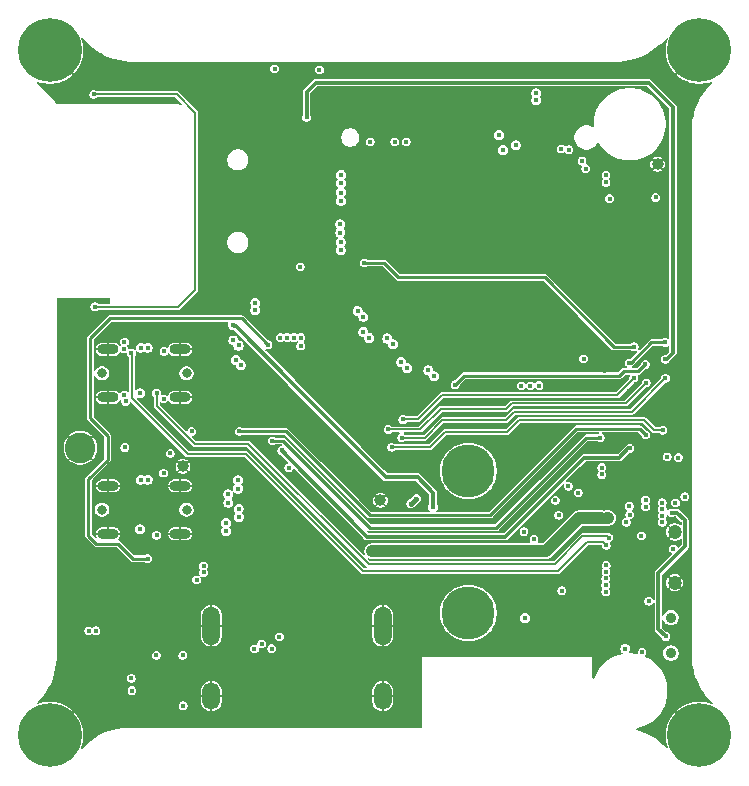
<source format=gbr>
%TF.GenerationSoftware,KiCad,Pcbnew,9.0.0*%
%TF.CreationDate,2025-04-01T16:25:08+02:00*%
%TF.ProjectId,CM5_MINIMA_3,434d355f-4d49-44e4-994d-415f332e6b69,2*%
%TF.SameCoordinates,Original*%
%TF.FileFunction,Copper,L3,Inr*%
%TF.FilePolarity,Positive*%
%FSLAX46Y46*%
G04 Gerber Fmt 4.6, Leading zero omitted, Abs format (unit mm)*
G04 Created by KiCad (PCBNEW 9.0.0) date 2025-04-01 16:25:08*
%MOMM*%
%LPD*%
G01*
G04 APERTURE LIST*
%TA.AperFunction,ComponentPad*%
%ADD10C,1.000000*%
%TD*%
%TA.AperFunction,ComponentPad*%
%ADD11C,5.400000*%
%TD*%
%TA.AperFunction,ComponentPad*%
%ADD12C,4.500000*%
%TD*%
%TA.AperFunction,ComponentPad*%
%ADD13C,2.600000*%
%TD*%
%TA.AperFunction,ComponentPad*%
%ADD14O,1.800000X0.860000*%
%TD*%
%TA.AperFunction,ComponentPad*%
%ADD15C,0.800000*%
%TD*%
%TA.AperFunction,ComponentPad*%
%ADD16O,1.500000X2.300000*%
%TD*%
%TA.AperFunction,ComponentPad*%
%ADD17O,1.500000X3.300000*%
%TD*%
%TA.AperFunction,ComponentPad*%
%ADD18C,1.200000*%
%TD*%
%TA.AperFunction,ComponentPad*%
%ADD19C,0.900000*%
%TD*%
%TA.AperFunction,ViaPad*%
%ADD20C,0.450000*%
%TD*%
%TA.AperFunction,Conductor*%
%ADD21C,0.400000*%
%TD*%
%TA.AperFunction,Conductor*%
%ADD22C,0.300000*%
%TD*%
%TA.AperFunction,Conductor*%
%ADD23C,1.000000*%
%TD*%
%TA.AperFunction,Conductor*%
%ADD24C,0.800000*%
%TD*%
%TA.AperFunction,Conductor*%
%ADD25C,0.250000*%
%TD*%
%TA.AperFunction,Conductor*%
%ADD26C,0.200000*%
%TD*%
%TA.AperFunction,Conductor*%
%ADD27C,0.150000*%
%TD*%
G04 APERTURE END LIST*
D10*
%TO.N,GND*%
%TO.C,TP104*%
X51460000Y48370000D03*
%TD*%
D11*
%TO.N,GND*%
%TO.C,H102*%
X0Y58000000D03*
%TD*%
%TO.N,GND*%
%TO.C,H103*%
X55000000Y58000000D03*
%TD*%
%TO.N,GND*%
%TO.C,H104*%
X55000000Y0D03*
%TD*%
%TO.N,GND*%
%TO.C,H105*%
X0Y0D03*
%TD*%
D12*
%TO.N,N/C*%
%TO.C,M701*%
X35450000Y22375000D03*
%TD*%
%TO.N,N/C*%
%TO.C,M702*%
X35450000Y10350000D03*
%TD*%
D13*
%TO.N,GND*%
%TO.C,H101*%
X2600000Y24350000D03*
%TD*%
D14*
%TO.N,GND*%
%TO.C,J101*%
X4950000Y32680000D03*
X4950000Y28620000D03*
X11050000Y32680000D03*
X11050000Y28620000D03*
D15*
%TO.N,*%
X4420000Y30650000D03*
X11580000Y30650000D03*
%TD*%
D10*
%TO.N,GND*%
%TO.C,TP105*%
X11280000Y22780000D03*
%TD*%
D16*
%TO.N,GND*%
%TO.C,J501*%
X28190000Y3320000D03*
X13690000Y3320000D03*
D17*
X13690000Y9280000D03*
X28190000Y9280000D03*
%TD*%
D14*
%TO.N,GND*%
%TO.C,USB701*%
X4950000Y21130000D03*
X4950000Y17070000D03*
X11050000Y21130000D03*
X11050000Y17070000D03*
D15*
%TO.N,*%
X4420000Y19100000D03*
X11580000Y19100000D03*
%TD*%
D18*
%TO.N,GND*%
%TO.C,SW501*%
X52920000Y12930000D03*
X52920000Y17230000D03*
%TD*%
D10*
%TO.N,GND*%
%TO.C,TP106*%
X28000000Y19900000D03*
%TD*%
D19*
%TO.N,*%
%TO.C,SW101*%
X52590000Y6970000D03*
X52590000Y9970000D03*
%TD*%
D20*
%TO.N,GND*%
X39900000Y12450000D03*
%TO.N,+BATT*%
X31050000Y20050000D03*
X30575000Y19625000D03*
%TO.N,+3V3_PI*%
X27900000Y15600000D03*
X27300000Y15600000D03*
%TO.N,+BATT*%
X3300000Y8850000D03*
X3900000Y8850000D03*
%TO.N,GND*%
X4400000Y12000000D03*
X13000000Y52610000D03*
X13000000Y46120000D03*
X13000000Y39600000D03*
X13000000Y42860000D03*
X13000000Y49380000D03*
X51300000Y650000D03*
X52750000Y3050000D03*
X53900000Y4340000D03*
X53900000Y5970000D03*
X53900000Y7600000D03*
X53900000Y9230000D03*
X53900000Y10860000D03*
X52450000Y55200000D03*
X50950000Y56500000D03*
X49320000Y56500000D03*
X47690000Y56500000D03*
X53850000Y38000000D03*
X53850000Y39630000D03*
X53850000Y41260000D03*
X53850000Y42890000D03*
X53850000Y44520000D03*
X53850000Y46150000D03*
X53850000Y47780000D03*
X53850000Y49410000D03*
X53850000Y51040000D03*
X53850000Y52670000D03*
X53850000Y54300000D03*
X53850000Y29850000D03*
X53850000Y31480000D03*
X53850000Y34740000D03*
X53850000Y36370000D03*
X2700000Y2450000D03*
X3920000Y56500000D03*
X5550000Y56500000D03*
X7180000Y56500000D03*
X12070000Y56500000D03*
X10440000Y56500000D03*
X15330000Y56500000D03*
X16960000Y56500000D03*
X13700000Y56500000D03*
X8810000Y56500000D03*
X4100000Y1150000D03*
X5730000Y1150000D03*
X7360000Y1150000D03*
X8990000Y1150000D03*
X10620000Y1150000D03*
X12250000Y1150000D03*
X13880000Y1150000D03*
X15510000Y1150000D03*
X17140000Y1150000D03*
X18770000Y1150000D03*
X20400000Y1150000D03*
X22030000Y1150000D03*
X23660000Y1150000D03*
X28550000Y1150000D03*
X26920000Y1150000D03*
X30180000Y1150000D03*
X25290000Y1150000D03*
X1150000Y3750000D03*
X1150000Y5380000D03*
X1150000Y7010000D03*
X1150000Y8640000D03*
X1150000Y10270000D03*
X1150000Y11900000D03*
X1150000Y13530000D03*
X1150000Y15160000D03*
X1150000Y16790000D03*
X1150000Y18420000D03*
X1150000Y20050000D03*
X1150000Y21680000D03*
X1150000Y26570000D03*
X1150000Y28200000D03*
X1150000Y29830000D03*
X1150000Y31460000D03*
X1150000Y33090000D03*
X1150000Y34720000D03*
X1150000Y36350000D03*
X27650000Y13100000D03*
X27650000Y21230000D03*
X42150000Y25450000D03*
X39300000Y22600000D03*
X39300000Y24700000D03*
X6870000Y3190000D03*
X6680000Y5470000D03*
X6810000Y7990000D03*
X6170000Y4340000D03*
X3660000Y4890000D03*
X3660000Y5900000D03*
%TO.N,/SDA*%
X6960000Y3790000D03*
%TO.N,/SCL*%
X6910000Y4840000D03*
%TO.N,GND*%
X30500000Y27400000D03*
X29550000Y23800000D03*
X28450000Y23800000D03*
X8000000Y24460000D03*
X32690000Y54670000D03*
X47010000Y40040000D03*
X7450000Y55450000D03*
X27240000Y35590000D03*
X26830000Y32920000D03*
X43640000Y50390000D03*
X8710500Y33430000D03*
X40090000Y49650000D03*
X7970000Y25620000D03*
X38950000Y12550000D03*
X13230000Y25440000D03*
X10320000Y14070000D03*
X11250000Y18150000D03*
X38750000Y29620000D03*
X25190053Y40723670D03*
X4800000Y20050000D03*
X26270000Y44540000D03*
X31200000Y5400000D03*
X24950000Y12190000D03*
X21620000Y42170000D03*
X28190000Y54610000D03*
X25520000Y44600000D03*
X49950000Y18500000D03*
X52270000Y26319998D03*
X53657714Y19643035D03*
X26130000Y36600000D03*
X29910000Y32290000D03*
X30285000Y40070000D03*
X45450000Y22400000D03*
X32410000Y6910000D03*
X52080000Y32620000D03*
X16400000Y22080000D03*
X21200000Y13040000D03*
X52060000Y28880000D03*
X31200000Y1150000D03*
X49160000Y22240000D03*
X24060000Y44530000D03*
X25390000Y35760000D03*
X13220000Y30010000D03*
X4660000Y33890000D03*
X29790000Y33270000D03*
X19410000Y7690000D03*
X44320000Y6860000D03*
X37630000Y49610000D03*
X31380000Y30760000D03*
X52790000Y31600000D03*
X17670000Y49810000D03*
X49220000Y33940000D03*
X46970000Y30920000D03*
X14300000Y14100000D03*
X31300000Y40100000D03*
X23380000Y44230000D03*
X46610000Y35480000D03*
X24200000Y13020000D03*
X24950000Y8250000D03*
X12570000Y32430000D03*
X4750000Y31600000D03*
X10680000Y27750000D03*
X15490000Y16870000D03*
X16280000Y7710000D03*
X49110000Y38280000D03*
X14960000Y21955000D03*
X49850000Y25150000D03*
X46200000Y13850000D03*
X52550000Y29660000D03*
X41660000Y6880000D03*
X46240000Y47330000D03*
X16970000Y14630000D03*
X25270000Y47890000D03*
X14840000Y15980000D03*
X24149945Y43742045D03*
X46820000Y24640000D03*
X23450000Y8350000D03*
X32999147Y29924321D03*
X28740000Y34310000D03*
X2300000Y54800000D03*
X46400000Y6250000D03*
X25890000Y34060000D03*
X25940000Y7240000D03*
X28950000Y32400000D03*
X26670000Y34800000D03*
X24140000Y47950000D03*
X31010000Y31260000D03*
X29080000Y31440000D03*
X16060000Y26580000D03*
X46200000Y12717500D03*
X9250000Y9950000D03*
X21616457Y46360958D03*
X16130000Y30570000D03*
X7240000Y33380000D03*
X13310000Y18240000D03*
X51175000Y37675000D03*
X49070000Y37240000D03*
X20450000Y12200000D03*
X49700000Y24250000D03*
X26400000Y54640000D03*
X18459997Y56450000D03*
X21950000Y8350000D03*
X27740000Y33810000D03*
X10070000Y9960000D03*
X4750000Y29700000D03*
X50080000Y30360000D03*
X22460000Y55860000D03*
X4800000Y18150000D03*
X17150000Y52450000D03*
X13280000Y17050000D03*
X16370000Y16940000D03*
X38950000Y13350000D03*
X31200000Y3300000D03*
X14863995Y33226004D03*
X13210000Y29150000D03*
X13350000Y23050000D03*
X17460000Y12080000D03*
X40710000Y55880000D03*
X16420000Y15830000D03*
X35470000Y6945000D03*
X46200000Y13295000D03*
X49080000Y29150000D03*
X46510000Y36990000D03*
X24123726Y40626183D03*
X11250000Y31600000D03*
X32350000Y40100000D03*
X46430000Y46670000D03*
X37240000Y54770000D03*
X9350000Y11950000D03*
X11250000Y20050000D03*
X23450000Y12200000D03*
X2800000Y10950000D03*
X43950000Y54670000D03*
X21950000Y40310000D03*
X13400000Y55000000D03*
X11110000Y15930000D03*
X50960000Y12490000D03*
X38190000Y51450000D03*
X45350000Y32545000D03*
X11350000Y34050000D03*
X49170000Y32260000D03*
X25136325Y43645166D03*
X38690000Y6900000D03*
X53880000Y28090000D03*
X16990000Y8240000D03*
X43270000Y29670000D03*
X16160000Y23345000D03*
X33270000Y30600000D03*
X17900000Y7150000D03*
X6990000Y21780000D03*
X26530000Y50800000D03*
X32160000Y31590000D03*
X17880000Y16610000D03*
X25175629Y42138245D03*
X49073266Y20173266D03*
X30120000Y30460000D03*
X29650000Y51070000D03*
X22360000Y52460000D03*
X46410349Y15894000D03*
X9070000Y21840000D03*
X15503281Y34085999D03*
X42550000Y29660000D03*
X21950000Y12180000D03*
X44050000Y31650000D03*
X13220000Y26660000D03*
X44520000Y54670000D03*
%TO.N,Net-(T401-SHIELD1)*%
X3825000Y36300000D03*
X3725000Y54275000D03*
%TO.N,/CM5/ETH_PI.TRD3_P*%
X24666770Y46762500D03*
%TO.N,/CM5/ETH_PI.TRD0_P*%
X24640000Y41070000D03*
%TO.N,/CM5/ETH_PI.TRD1_P*%
X24602021Y42575000D03*
%TO.N,/CM5/ETH_PI.TRD2_P*%
X24653854Y45262500D03*
%TO.N,/CM5/nLED_ACTIVITY*%
X52280000Y23580000D03*
%TO.N,/CM5/nRPIBOOT*%
X52650000Y18850000D03*
X52160000Y8380000D03*
%TO.N,/CM5/EEPROM_nWP*%
X49070000Y31540000D03*
X52100000Y33270000D03*
%TO.N,/CM5/PI_nLED_PWR*%
X52980000Y19690000D03*
%TO.N,/CM5/nLED_SPEED_100_1000*%
X52130000Y31850000D03*
X21750000Y52330000D03*
%TO.N,/SCL*%
X42800000Y19900000D03*
X40150000Y17250000D03*
X49075000Y19425000D03*
%TO.N,/SDA*%
X41000000Y16600000D03*
X43100000Y18650000D03*
X49100000Y18700000D03*
%TO.N,+3V3_PI*%
X11275000Y6775000D03*
X46700000Y18400000D03*
X47300000Y18400000D03*
X48800000Y18050000D03*
X21220000Y39675000D03*
X11300000Y2500000D03*
X46750000Y22680000D03*
X9025000Y6775000D03*
X20250000Y22660000D03*
X46750000Y22090000D03*
%TO.N,Net-(D702-K)*%
X19040000Y56450000D03*
X22840000Y56340000D03*
%TO.N,/CM5/CAM_GPIO0*%
X43910000Y21100000D03*
%TO.N,/CM5/PWR_BUT*%
X50100000Y16900000D03*
X52809409Y15790499D03*
%TO.N,/CM5/VBUS_EN*%
X18483721Y33062048D03*
X8300000Y14975000D03*
%TO.N,/CM5/PWM*%
X34325000Y29675000D03*
X50420000Y31410000D03*
%TO.N,/CM5/TACHO*%
X45200000Y31895000D03*
%TO.N,/CM5/CAM_GPIO1*%
X44750000Y20550000D03*
%TO.N,/USB_C.D_P*%
X7698000Y32829587D03*
X17400000Y36632000D03*
%TO.N,/CC2*%
X6914066Y32371560D03*
X47110000Y16100000D03*
%TO.N,/USB_C.D_N*%
X7650000Y28950000D03*
X17400000Y36028000D03*
X8302000Y32829587D03*
%TO.N,/CC1*%
X9050000Y29000000D03*
X47330000Y16750000D03*
%TO.N,+5V*%
X12430000Y13160000D03*
X51850000Y18050000D03*
X47090000Y13300000D03*
X50450000Y19350000D03*
X13022500Y14350000D03*
X53220000Y23520000D03*
X6325000Y28825000D03*
X51850000Y19700000D03*
X19530000Y33680000D03*
X53780000Y20210000D03*
X9675000Y32525000D03*
X20683333Y33680000D03*
X47090000Y12717500D03*
X6250000Y32725000D03*
X10210000Y23880000D03*
X51850000Y19150000D03*
X47110000Y14400000D03*
X9650000Y28500000D03*
X51300000Y45550000D03*
X6360000Y24380000D03*
X6425000Y28275000D03*
X6330000Y33300000D03*
X12020000Y25730000D03*
X21260000Y32970000D03*
X47090000Y12150000D03*
X20106667Y33680000D03*
X51850000Y18600000D03*
X47100000Y13850000D03*
X21260000Y33680000D03*
X50450000Y19925000D03*
X13022500Y13800000D03*
%TO.N,/CM5/ETH_nLED_ACTIVITY*%
X49475000Y32900000D03*
X26630000Y40000000D03*
%TO.N,/CM5/ETH_PI.TRD0_N*%
X24640000Y41770000D03*
%TO.N,/CM5/ETH_PI.TRD2_N*%
X24653854Y45962500D03*
%TO.N,/CM5/ETH_PI.TRD1_N*%
X24602021Y43275000D03*
%TO.N,/CM5/ETH_PI.TRD3_N*%
X24666770Y47462500D03*
%TO.N,M2_3V3*%
X40700000Y29610000D03*
X43320000Y49650000D03*
X47100000Y47425000D03*
X47400000Y45450000D03*
X43360000Y12250000D03*
X50730000Y11360000D03*
X30190000Y50255000D03*
X39920000Y29610000D03*
X41430000Y29620000D03*
X50150000Y7040000D03*
X27136178Y50255000D03*
X29210000Y50255000D03*
X43950000Y49590000D03*
X45375000Y47975000D03*
X47100000Y46825000D03*
X45070000Y48630000D03*
%TO.N,/USB/CC1*%
X9050000Y16950000D03*
X9640000Y22210000D03*
%TO.N,/CM5/USB2P.D_P*%
X7698000Y21650000D03*
%TO.N,/CM5/USB2P.D_N*%
X8302000Y21650000D03*
X7650000Y17450000D03*
%TO.N,/CM5/PCIE_PI.TX_N*%
X16163547Y31366453D03*
%TO.N,/CM5/PCIE_PI.nWAKE*%
X39460000Y49960000D03*
%TO.N,/CM5/PCIE_PI.nCLKREQ*%
X38030000Y50820000D03*
%TO.N,/CM5/PCIE_PI.PWR_EN*%
X32450000Y19350000D03*
X48740990Y7353785D03*
X40250000Y9930000D03*
X15520000Y34750000D03*
%TO.N,/CM5/PCIE_PI.RX_N*%
X15984144Y33011133D03*
%TO.N,/CM5/PCIE_PI.CLK_P*%
X41200000Y54372000D03*
%TO.N,/CM5/PCIE_PI.RX_P*%
X15557050Y33438227D03*
%TO.N,/CM5/PCIE_PI.TX_P*%
X15736453Y31793547D03*
%TO.N,/CM5/PCIE_PI.CLK_N*%
X41200000Y53768000D03*
%TO.N,/CM5/PCIE_PI.nRST*%
X38380000Y49560000D03*
%TO.N,/CM5/DPHY0_P.D0_P*%
X26557488Y35442512D03*
%TO.N,/CM5/DPHY0_P.C_P*%
X29072789Y33109226D03*
%TO.N,/CM5/DPHY0_P.D1_P*%
X27057488Y33652512D03*
%TO.N,/CM5/DPHY0_P.D2_P*%
X30257437Y31114849D03*
%TO.N,/CM5/DPHY0_P.D3_N*%
X32062512Y30897488D03*
%TO.N,/CM5/DPHY0_P.D3_P*%
X32557488Y30402512D03*
%TO.N,/CM5/DPHY0_P.D0_N*%
X26062512Y35937488D03*
%TO.N,/CM5/DPHY0_P.D2_N*%
X29762461Y31609825D03*
%TO.N,/CM5/DPHY0_P.C_N*%
X28577813Y33604202D03*
%TO.N,/CM5/DPHY0_P.D1_N*%
X26562512Y34147488D03*
%TO.N,/CM5/HDMI_PI.CK_P*%
X14920701Y18000000D03*
%TO.N,/CM5/HDMI_PI.CK_N*%
X14920701Y17300000D03*
%TO.N,/CM5/HDMI_PI.D0_N*%
X16000000Y18500000D03*
%TO.N,/CM5/HDMI_PI.SCL*%
X18790000Y7350000D03*
%TO.N,/CM5/HDMI_PI.D2_P*%
X15945809Y21600000D03*
%TO.N,/CM5/HDMI_PI.D0_P*%
X16000000Y19200000D03*
%TO.N,/CM5/HDMI_PI.D1_N*%
X15112002Y19700000D03*
%TO.N,/CM5/HDMI_PI.HOTPLUG*%
X17333809Y7324180D03*
%TO.N,/CM5/HDMI_PI.D1_P*%
X15112002Y20400000D03*
%TO.N,/CM5/HDMI_PI.D2_N*%
X15945809Y20900000D03*
%TO.N,/CM5/HDMI_PI.SDA*%
X17950000Y7750000D03*
%TO.N,/CM5/HDMI_PI.CEC*%
X19450000Y8350000D03*
%TO.N,/CM5/MOSI_GPIO20*%
X50510000Y29850000D03*
X28650000Y25900000D03*
%TO.N,/CM5/MISO_GPIO19*%
X49460000Y30260000D03*
X29900000Y26750000D03*
%TO.N,/CM5/SCLK_GPIO21*%
X29800000Y25200000D03*
X52125000Y30250000D03*
%TO.N,/CM5/CS_GPIO18*%
X50460000Y25450000D03*
X16050000Y25750000D03*
%TO.N,/CM5/RST_GPIO27*%
X18850000Y24930000D03*
X46610000Y25210000D03*
%TO.N,/CM5/DC_GPI25*%
X19650000Y24130000D03*
X49100000Y24300000D03*
%TO.N,/CM5/BL_GPIO24*%
X28950000Y24400000D03*
X51910000Y25840000D03*
%TD*%
D21*
%TO.N,+BATT*%
X30575000Y19625000D02*
X30625000Y19625000D01*
X30625000Y19625000D02*
X31050000Y20050000D01*
D22*
%TO.N,/CM5/PCIE_PI.PWR_EN*%
X32450000Y19350000D02*
X32450000Y20550000D01*
X31150000Y21850000D02*
X28500000Y21850000D01*
X28500000Y21850000D02*
X20460000Y29890000D01*
X32450000Y20550000D02*
X31150000Y21850000D01*
X20460000Y29914588D02*
X16079281Y34295307D01*
X20460000Y29890000D02*
X20460000Y29914588D01*
X16079281Y34295307D02*
X16079281Y34324587D01*
X15741869Y34661999D02*
X15712589Y34661999D01*
X15698588Y34676000D02*
X15594000Y34676000D01*
X15712589Y34661999D02*
X15698588Y34676000D01*
X16079281Y34324587D02*
X15741869Y34661999D01*
X15594000Y34676000D02*
X15520000Y34750000D01*
D23*
%TO.N,+3V3_PI*%
X27900000Y15600000D02*
X27300000Y15600000D01*
X46700000Y18400000D02*
X44800000Y18400000D01*
X44800000Y18400000D02*
X42000000Y15600000D01*
X42000000Y15600000D02*
X27900000Y15600000D01*
D22*
%TO.N,/CM5/DC_GPI25*%
X49100000Y24300000D02*
X49000000Y24300000D01*
X49000000Y24300000D02*
X48200000Y23500000D01*
X48200000Y23500000D02*
X45230000Y23500000D01*
X45230000Y23500000D02*
X38550000Y16820000D01*
X38550000Y16820000D02*
X26880000Y16820000D01*
X26880000Y16820000D02*
X20000000Y23700000D01*
X20000000Y23700000D02*
X20000000Y23780000D01*
X20000000Y23780000D02*
X19650000Y24130000D01*
D24*
%TO.N,+3V3_PI*%
X46800000Y18300000D02*
X47200000Y18300000D01*
D23*
X47300000Y18400000D02*
X47140000Y18400000D01*
D25*
%TO.N,/CM5/VBUS_EN*%
X18483721Y33062048D02*
X16245769Y35300000D01*
X16245769Y35300000D02*
X5070000Y35300000D01*
X5070000Y35300000D02*
X3440000Y33670000D01*
X3440000Y26835000D02*
X4900000Y25375000D01*
X3440000Y33670000D02*
X3440000Y26835000D01*
X5760000Y16240000D02*
X7025000Y14975000D01*
X4900000Y23350000D02*
X3275000Y21725000D01*
X3950000Y16240000D02*
X5760000Y16240000D01*
X3275000Y21725000D02*
X3275000Y16915000D01*
X3275000Y16915000D02*
X3950000Y16240000D01*
X4900000Y25375000D02*
X4900000Y23350000D01*
X7025000Y14975000D02*
X8300000Y14975000D01*
%TO.N,/CM5/CS_GPIO18*%
X44590000Y25970000D02*
X49940000Y25970000D01*
X16050000Y25750000D02*
X16070000Y25730000D01*
X16070000Y25730000D02*
X20020000Y25730000D01*
X27100000Y18650000D02*
X37270000Y18650000D01*
X20020000Y25730000D02*
X27100000Y18650000D01*
X37270000Y18650000D02*
X44590000Y25970000D01*
X49940000Y25970000D02*
X50460000Y25450000D01*
D26*
%TO.N,Net-(T401-SHIELD1)*%
X12330958Y37749549D02*
X10881409Y36300000D01*
X3725000Y54275000D02*
X10766409Y54275000D01*
X12330958Y52710451D02*
X12330958Y37749549D01*
X10881409Y36300000D02*
X3825000Y36300000D01*
X10766409Y54275000D02*
X12330958Y52710451D01*
D22*
%TO.N,/CM5/nRPIBOOT*%
X53150000Y18850000D02*
X53801000Y18199000D01*
X53801000Y18199000D02*
X53801000Y16001000D01*
X52650000Y18850000D02*
X53150000Y18850000D01*
X51520000Y9020000D02*
X52160000Y8380000D01*
X51520000Y13720000D02*
X51520000Y9020000D01*
X53801000Y16001000D02*
X51520000Y13720000D01*
D25*
%TO.N,/CM5/EEPROM_nWP*%
X49070000Y31540000D02*
X49210000Y31540000D01*
X50940000Y33270000D02*
X52100000Y33270000D01*
X49210000Y31540000D02*
X50940000Y33270000D01*
D22*
%TO.N,/CM5/nLED_SPEED_100_1000*%
X21750000Y54500000D02*
X22525000Y55275000D01*
X21750000Y52330000D02*
X21750000Y54500000D01*
X52770000Y53210000D02*
X52770000Y32390000D01*
X52230000Y31850000D02*
X52130000Y31850000D01*
X22525000Y55275000D02*
X50705000Y55275000D01*
X50705000Y55275000D02*
X52770000Y53210000D01*
X52770000Y32390000D02*
X52230000Y31850000D01*
D25*
%TO.N,/CM5/PWM*%
X46770763Y30439000D02*
X47169237Y30439000D01*
X47169237Y30439000D02*
X47180237Y30450000D01*
X46759763Y30450000D02*
X46770763Y30439000D01*
X35100000Y30450000D02*
X46759763Y30450000D01*
X48590000Y30830000D02*
X49840000Y30830000D01*
X47180237Y30450000D02*
X48210000Y30450000D01*
X49840000Y30830000D02*
X50420000Y31410000D01*
X48210000Y30450000D02*
X48590000Y30830000D01*
X34325000Y29675000D02*
X35100000Y30450000D01*
D26*
%TO.N,/CC2*%
X47110000Y16100000D02*
X46860000Y16350000D01*
X43050000Y13900000D02*
X26550000Y13900000D01*
X6950000Y28550000D02*
X6950000Y32335626D01*
X45500000Y16350000D02*
X43050000Y13900000D01*
X26550000Y13900000D02*
X16650000Y23800000D01*
X16650000Y23800000D02*
X11700000Y23800000D01*
X11700000Y23800000D02*
X6950000Y28550000D01*
X46860000Y16350000D02*
X45500000Y16350000D01*
D27*
X6914066Y32371560D02*
X6950000Y32335626D01*
D26*
%TO.N,/CC1*%
X9050000Y27900000D02*
X9050000Y29000000D01*
X16810000Y24690000D02*
X12260000Y24690000D01*
X42750000Y14500000D02*
X27000000Y14500000D01*
X27000000Y14500000D02*
X16810000Y24690000D01*
X45100000Y16850000D02*
X42750000Y14500000D01*
X47330000Y16750000D02*
X47230000Y16850000D01*
X47230000Y16850000D02*
X45100000Y16850000D01*
X12260000Y24690000D02*
X9050000Y27900000D01*
D25*
%TO.N,/CM5/ETH_nLED_ACTIVITY*%
X26630000Y40000000D02*
X28300000Y40000000D01*
X47800000Y32900000D02*
X49475000Y32900000D01*
X29525000Y38775000D02*
X41925000Y38775000D01*
X41925000Y38775000D02*
X47800000Y32900000D01*
X28300000Y40000000D02*
X29525000Y38775000D01*
D26*
%TO.N,/CM5/MOSI_GPIO20*%
X28650000Y25900000D02*
X31350000Y25900000D01*
X48760000Y28100000D02*
X50510000Y29850000D01*
X38650000Y27650000D02*
X39100000Y28100000D01*
X39100000Y28100000D02*
X48760000Y28100000D01*
X33100000Y27650000D02*
X38650000Y27650000D01*
X31350000Y25900000D02*
X33100000Y27650000D01*
%TO.N,/CM5/MISO_GPIO19*%
X49460000Y30230000D02*
X49460000Y30260000D01*
X31150000Y26750000D02*
X33200000Y28800000D01*
X29900000Y26750000D02*
X31150000Y26750000D01*
X48030000Y28800000D02*
X49460000Y30230000D01*
X33200000Y28800000D02*
X48030000Y28800000D01*
%TO.N,/CM5/SCLK_GPIO21*%
X49285000Y27410000D02*
X52125000Y30250000D01*
X29800000Y25200000D02*
X31750000Y25200000D01*
X38620000Y26700000D02*
X39330000Y27410000D01*
X39330000Y27410000D02*
X49285000Y27410000D01*
X33250000Y26700000D02*
X38620000Y26700000D01*
X31750000Y25200000D02*
X33250000Y26700000D01*
D25*
%TO.N,/CM5/RST_GPIO27*%
X45440000Y25210000D02*
X46610000Y25210000D01*
X18850000Y24930000D02*
X19770000Y24930000D01*
X19770000Y24930000D02*
X27120000Y17580000D01*
X37810000Y17580000D02*
X45440000Y25210000D01*
X27120000Y17580000D02*
X37810000Y17580000D01*
D26*
%TO.N,/CM5/BL_GPIO24*%
X51190000Y25840000D02*
X51910000Y25840000D01*
X32200000Y24400000D02*
X33500000Y25700000D01*
X33500000Y25700000D02*
X38720000Y25700000D01*
X50340000Y26690000D02*
X51190000Y25840000D01*
X28950000Y24400000D02*
X32200000Y24400000D01*
X38720000Y25700000D02*
X39710000Y26690000D01*
X39710000Y26690000D02*
X50340000Y26690000D01*
%TD*%
%TA.AperFunction,Conductor*%
%TO.N,GND*%
G36*
X52326520Y59053364D02*
G01*
X52347772Y59000865D01*
X52343622Y58977022D01*
X52276318Y58784677D01*
X52276316Y58784671D01*
X52205589Y58474795D01*
X52205589Y58474794D01*
X52170000Y58158926D01*
X52170000Y57841075D01*
X52205589Y57525207D01*
X52205589Y57525206D01*
X52276316Y57215330D01*
X52276321Y57215314D01*
X52381299Y56915304D01*
X52519214Y56628921D01*
X52688326Y56359780D01*
X52886507Y56111269D01*
X52943380Y56054396D01*
X53989898Y57100914D01*
X54100914Y56989898D01*
X53054396Y55943380D01*
X53111268Y55886508D01*
X53359779Y55688327D01*
X53628920Y55519215D01*
X53915303Y55381300D01*
X54215313Y55276322D01*
X54215329Y55276317D01*
X54525205Y55205590D01*
X54841075Y55170000D01*
X55158925Y55170000D01*
X55474793Y55205590D01*
X55474794Y55205590D01*
X55784670Y55276317D01*
X55784686Y55276322D01*
X55993829Y55349504D01*
X56006753Y55348779D01*
X56018744Y55353655D01*
X56033924Y55347253D01*
X56050377Y55346329D01*
X56059003Y55336676D01*
X56070930Y55331646D01*
X56077137Y55316385D01*
X56088117Y55304098D01*
X56087391Y55291174D01*
X56092268Y55279183D01*
X56085865Y55264003D01*
X56084942Y55247550D01*
X56070259Y55226997D01*
X56017365Y55174777D01*
X56017352Y55174765D01*
X55977780Y55135698D01*
X55977781Y55135697D01*
X55939261Y55097668D01*
X55939089Y55097474D01*
X55825976Y54985838D01*
X55547634Y54663708D01*
X55295658Y54320579D01*
X55071607Y53958577D01*
X54876913Y53580015D01*
X54876900Y53579987D01*
X54712762Y53187202D01*
X54580210Y52782660D01*
X54580207Y52782650D01*
X54580207Y52782648D01*
X54505741Y52474938D01*
X54480072Y52368870D01*
X54480071Y52368868D01*
X54412986Y51948483D01*
X54379367Y51524096D01*
X54379367Y51524090D01*
X54379367Y51524089D01*
X54379434Y51311231D01*
X54379441Y51257673D01*
X54379442Y51257667D01*
X54379443Y51253626D01*
X54379443Y51253614D01*
X54387139Y6739730D01*
X54387111Y6739661D01*
X54387179Y6499997D01*
X54387180Y6499983D01*
X54419746Y6083136D01*
X54419748Y6083119D01*
X54484609Y5670059D01*
X54519661Y5522710D01*
X54581379Y5263270D01*
X54670947Y4984935D01*
X54709462Y4865250D01*
X54709467Y4865235D01*
X54868097Y4478365D01*
X55056315Y4104984D01*
X55253663Y3779244D01*
X55272975Y3747367D01*
X55516773Y3407665D01*
X55516779Y3407658D01*
X55680787Y3213052D01*
X55786232Y3087936D01*
X55855219Y3017915D01*
X55895221Y2977313D01*
X55895281Y2977244D01*
X55898536Y2973941D01*
X56091282Y2778347D01*
X56111087Y2758250D01*
X56132377Y2705766D01*
X56110320Y2653601D01*
X56057836Y2632311D01*
X56033938Y2636462D01*
X55784686Y2723679D01*
X55784670Y2723684D01*
X55474794Y2794411D01*
X55158925Y2830000D01*
X54841075Y2830000D01*
X54525206Y2794411D01*
X54525205Y2794411D01*
X54215329Y2723684D01*
X54215313Y2723679D01*
X53915303Y2618701D01*
X53628920Y2480786D01*
X53359779Y2311674D01*
X53111268Y2113493D01*
X53054396Y2056620D01*
X54100914Y1010102D01*
X53989898Y899086D01*
X52943380Y1945604D01*
X52886507Y1888732D01*
X52688326Y1640221D01*
X52519214Y1371080D01*
X52381299Y1084697D01*
X52276321Y784687D01*
X52276316Y784671D01*
X52205589Y474795D01*
X52205589Y474794D01*
X52170000Y158926D01*
X52170000Y-158925D01*
X52205589Y-474793D01*
X52205589Y-474794D01*
X52276316Y-784670D01*
X52276323Y-784692D01*
X52352453Y-1002261D01*
X52351730Y-1015127D01*
X52356605Y-1027057D01*
X52350204Y-1042300D01*
X52349278Y-1058809D01*
X52339667Y-1067397D01*
X52334679Y-1079278D01*
X52319374Y-1085531D01*
X52307046Y-1096548D01*
X52294179Y-1095825D01*
X52282250Y-1100700D01*
X52267006Y-1094299D01*
X52250498Y-1093373D01*
X52230029Y-1078774D01*
X52135682Y-983514D01*
X52135672Y-983501D01*
X52113496Y-961112D01*
X52113471Y-961052D01*
X52092002Y-939386D01*
X52092003Y-939386D01*
X51942514Y-788528D01*
X51620721Y-511276D01*
X51278046Y-260291D01*
X51278042Y-260288D01*
X50916625Y-37135D01*
X50916618Y-37132D01*
X50538732Y156785D01*
X50146687Y320281D01*
X49742983Y452311D01*
X49742965Y452316D01*
X49705158Y461450D01*
X49659386Y494806D01*
X49650607Y550759D01*
X49683963Y596531D01*
X49706070Y605525D01*
X49987408Y669738D01*
X50326708Y788464D01*
X50650582Y944434D01*
X50954956Y1135685D01*
X51236003Y1359812D01*
X51490188Y1613997D01*
X51714315Y1895044D01*
X51905566Y2199418D01*
X52061536Y2523292D01*
X52180262Y2862592D01*
X52260252Y3213052D01*
X52300500Y3570264D01*
X52300500Y3929736D01*
X52260252Y4286948D01*
X52219727Y4464501D01*
X52180264Y4637400D01*
X52180259Y4637416D01*
X52160086Y4695066D01*
X52061536Y4976708D01*
X51905566Y5300582D01*
X51714315Y5604956D01*
X51490188Y5886003D01*
X51236003Y6140188D01*
X50954956Y6364315D01*
X50650582Y6555566D01*
X50438130Y6657878D01*
X50400391Y6700110D01*
X50403566Y6756658D01*
X50417910Y6776874D01*
X50450475Y6809438D01*
X50499910Y6895062D01*
X50525499Y6990563D01*
X50525500Y6990563D01*
X50525500Y7034069D01*
X51939500Y7034069D01*
X51939500Y6905931D01*
X51943824Y6884192D01*
X51964497Y6780261D01*
X51964498Y6780258D01*
X51998775Y6697505D01*
X52013535Y6661873D01*
X52084724Y6555331D01*
X52175331Y6464724D01*
X52281873Y6393535D01*
X52400256Y6344499D01*
X52400258Y6344499D01*
X52400260Y6344498D01*
X52442903Y6336016D01*
X52525931Y6319500D01*
X52525933Y6319500D01*
X52654067Y6319500D01*
X52654069Y6319500D01*
X52779744Y6344499D01*
X52898127Y6393535D01*
X53004669Y6464724D01*
X53095276Y6555331D01*
X53166465Y6661873D01*
X53215501Y6780256D01*
X53240500Y6905931D01*
X53240500Y7034069D01*
X53215501Y7159744D01*
X53166465Y7278127D01*
X53095276Y7384669D01*
X53004669Y7475276D01*
X52898127Y7546465D01*
X52898124Y7546467D01*
X52898123Y7546467D01*
X52779742Y7595502D01*
X52779739Y7595503D01*
X52681472Y7615049D01*
X52654069Y7620500D01*
X52525931Y7620500D01*
X52498528Y7615049D01*
X52400260Y7595503D01*
X52400257Y7595502D01*
X52281876Y7546467D01*
X52175331Y7475277D01*
X52175330Y7475275D01*
X52084725Y7384670D01*
X52084723Y7384669D01*
X52013533Y7278124D01*
X51964498Y7159743D01*
X51964497Y7159740D01*
X51950513Y7089435D01*
X51939500Y7034069D01*
X50525500Y7034069D01*
X50525500Y7089437D01*
X50525499Y7089438D01*
X50499911Y7184935D01*
X50499909Y7184940D01*
X50450474Y7270563D01*
X50380562Y7340475D01*
X50294939Y7389910D01*
X50294934Y7389912D01*
X50199437Y7415500D01*
X50199435Y7415500D01*
X50100565Y7415500D01*
X50100563Y7415500D01*
X50005065Y7389912D01*
X50005060Y7389910D01*
X49919437Y7340475D01*
X49849525Y7270563D01*
X49800090Y7184940D01*
X49800088Y7184935D01*
X49774500Y7089438D01*
X49774500Y6990560D01*
X49774597Y6990199D01*
X49774572Y6990013D01*
X49775133Y6985754D01*
X49773991Y6985604D01*
X49767199Y6934047D01*
X49722263Y6899573D01*
X49686651Y6898908D01*
X49636952Y6910251D01*
X49636951Y6910252D01*
X49476900Y6928285D01*
X49279736Y6950500D01*
X49118105Y6950500D01*
X49065779Y6972174D01*
X49044105Y7024500D01*
X49065779Y7076826D01*
X49081475Y7092522D01*
X49137493Y7189548D01*
X49166489Y7297765D01*
X49166490Y7297765D01*
X49166490Y7409805D01*
X49166489Y7409806D01*
X49164963Y7415500D01*
X49137493Y7518022D01*
X49081475Y7615048D01*
X49002253Y7694270D01*
X48914608Y7744872D01*
X48905231Y7750286D01*
X48905222Y7750290D01*
X48797010Y7779285D01*
X48797008Y7779285D01*
X48684972Y7779285D01*
X48684970Y7779285D01*
X48576757Y7750290D01*
X48576748Y7750286D01*
X48479726Y7694270D01*
X48400505Y7615049D01*
X48344489Y7518027D01*
X48344485Y7518018D01*
X48315490Y7409806D01*
X48315490Y7297765D01*
X48344485Y7189553D01*
X48344489Y7189544D01*
X48400505Y7092522D01*
X48483157Y7009870D01*
X48481430Y7008144D01*
X48505769Y6966019D01*
X48491127Y6911307D01*
X48448872Y6884192D01*
X48212596Y6830264D01*
X48212584Y6830260D01*
X47873295Y6711538D01*
X47549419Y6555567D01*
X47245043Y6364315D01*
X46963993Y6140185D01*
X46709815Y5886007D01*
X46485685Y5604957D01*
X46294433Y5300581D01*
X46138462Y4976705D01*
X46093847Y4849201D01*
X46056107Y4806970D01*
X45999559Y4803795D01*
X45957328Y4841535D01*
X45950000Y4873642D01*
X45950000Y6600000D01*
X31500000Y6600000D01*
X31500000Y726500D01*
X31478326Y674174D01*
X31426000Y652500D01*
X6706647Y652500D01*
X6549980Y652511D01*
X6549979Y652511D01*
X6549966Y652511D01*
X6549958Y652511D01*
X6549944Y652510D01*
X6135135Y620337D01*
X5724023Y556177D01*
X5724017Y556176D01*
X5319100Y460417D01*
X5319097Y460416D01*
X4922802Y333634D01*
X4537505Y176586D01*
X4537495Y176582D01*
X4165499Y-9788D01*
X4165485Y-9796D01*
X3808999Y-224386D01*
X3470175Y-465901D01*
X3151062Y-732878D01*
X3151051Y-732887D01*
X3006669Y-874059D01*
X3006667Y-874061D01*
X3006664Y-874063D01*
X3006664Y-874064D01*
X3002292Y-878338D01*
X2978936Y-901173D01*
X2977728Y-902354D01*
X2977726Y-902356D01*
X2754936Y-1120159D01*
X2702368Y-1141239D01*
X2650291Y-1118974D01*
X2629211Y-1066406D01*
X2633359Y-1042803D01*
X2723678Y-784686D01*
X2723683Y-784670D01*
X2794410Y-474794D01*
X2794410Y-474793D01*
X2830000Y-158925D01*
X2830000Y158926D01*
X2794410Y474794D01*
X2794410Y474795D01*
X2723683Y784671D01*
X2723678Y784687D01*
X2618700Y1084697D01*
X2480785Y1371080D01*
X2311673Y1640221D01*
X2113492Y1888732D01*
X2056620Y1945604D01*
X1010102Y899086D01*
X899086Y1010102D01*
X1945604Y2056620D01*
X1888731Y2113493D01*
X1640220Y2311674D01*
X1371072Y2480790D01*
X1356905Y2487613D01*
X1356903Y2487613D01*
X1228523Y2549438D01*
X10924500Y2549438D01*
X10924500Y2450563D01*
X10950088Y2355066D01*
X10950090Y2355061D01*
X10999525Y2269438D01*
X11069438Y2199525D01*
X11155062Y2150090D01*
X11155063Y2150090D01*
X11155065Y2150089D01*
X11192147Y2140153D01*
X11250562Y2124501D01*
X11250563Y2124500D01*
X11250565Y2124500D01*
X11349437Y2124500D01*
X11349437Y2124501D01*
X11444938Y2150090D01*
X11530562Y2199525D01*
X11600475Y2269438D01*
X11649910Y2355062D01*
X11675499Y2450563D01*
X11675500Y2450563D01*
X11675500Y2549437D01*
X11675499Y2549438D01*
X11649911Y2644935D01*
X11649909Y2644940D01*
X11618772Y2698871D01*
X11600475Y2730562D01*
X11530562Y2800475D01*
X11503826Y2815911D01*
X11444939Y2849910D01*
X11444934Y2849912D01*
X11349437Y2875500D01*
X11349435Y2875500D01*
X11250565Y2875500D01*
X11250563Y2875500D01*
X11155065Y2849912D01*
X11155060Y2849910D01*
X11069437Y2800475D01*
X10999525Y2730563D01*
X10950090Y2644940D01*
X10950088Y2644935D01*
X10924500Y2549438D01*
X1228523Y2549438D01*
X1084699Y2618700D01*
X784686Y2723679D01*
X784670Y2723684D01*
X474794Y2794411D01*
X158925Y2830000D01*
X-158925Y2830000D01*
X-474794Y2794411D01*
X-474795Y2794411D01*
X-784671Y2723684D01*
X-784693Y2723677D01*
X-985351Y2653464D01*
X-998333Y2654193D01*
X-1010387Y2649313D01*
X-1025506Y2655719D01*
X-1041899Y2656639D01*
X-1050565Y2666337D01*
X-1062537Y2671409D01*
X-1068699Y2686629D01*
X-1079638Y2698871D01*
X-1078910Y2711853D01*
X-1083789Y2723907D01*
X-1077384Y2739022D01*
X-1076463Y2755419D01*
X-1061695Y2776055D01*
X-1059365Y2778347D01*
X-1021190Y2815911D01*
X-1021191Y2815912D01*
X-1002694Y2834114D01*
X-869228Y2965413D01*
X-589980Y3287585D01*
X-337137Y3630870D01*
X-207675Y3839438D01*
X6584500Y3839438D01*
X6584500Y3740563D01*
X6610088Y3645066D01*
X6610090Y3645061D01*
X6653272Y3570268D01*
X6659525Y3559438D01*
X6729438Y3489525D01*
X6815062Y3440090D01*
X6815063Y3440090D01*
X6815065Y3440089D01*
X6862813Y3427295D01*
X6910562Y3414501D01*
X6910563Y3414500D01*
X6910565Y3414500D01*
X7009437Y3414500D01*
X7009437Y3414501D01*
X7104938Y3440090D01*
X7190562Y3489525D01*
X7260475Y3559438D01*
X7309910Y3645062D01*
X7335499Y3740563D01*
X7335500Y3740563D01*
X7335500Y3806672D01*
X12810000Y3806672D01*
X12810000Y3398500D01*
X13240000Y3398500D01*
X13240000Y3241500D01*
X12810000Y3241500D01*
X12810000Y2833329D01*
X12843816Y2663320D01*
X12843818Y2663313D01*
X12910152Y2503168D01*
X13006458Y2359034D01*
X13129033Y2236459D01*
X13273167Y2140153D01*
X13433312Y2073819D01*
X13433319Y2073817D01*
X13603329Y2040000D01*
X13611500Y2040000D01*
X13611500Y2475160D01*
X13630756Y2470000D01*
X13749244Y2470000D01*
X13768500Y2475160D01*
X13768500Y2040000D01*
X13776671Y2040000D01*
X13946680Y2073817D01*
X13946687Y2073819D01*
X14106832Y2140153D01*
X14250966Y2236459D01*
X14250968Y2236460D01*
X14373540Y2359032D01*
X14373541Y2359034D01*
X14469847Y2503168D01*
X14536181Y2663313D01*
X14536183Y2663320D01*
X14570000Y2833329D01*
X14570000Y3241500D01*
X14140000Y3241500D01*
X14140000Y3398500D01*
X14570000Y3398500D01*
X14570000Y3806672D01*
X27310000Y3806672D01*
X27310000Y3398500D01*
X27740000Y3398500D01*
X27740000Y3241500D01*
X27310000Y3241500D01*
X27310000Y2833329D01*
X27343816Y2663320D01*
X27343818Y2663313D01*
X27410152Y2503168D01*
X27506458Y2359034D01*
X27629033Y2236459D01*
X27773167Y2140153D01*
X27933312Y2073819D01*
X27933319Y2073817D01*
X28103329Y2040000D01*
X28111500Y2040000D01*
X28111500Y2475160D01*
X28130756Y2470000D01*
X28249244Y2470000D01*
X28268500Y2475160D01*
X28268500Y2040000D01*
X28276671Y2040000D01*
X28446680Y2073817D01*
X28446687Y2073819D01*
X28606832Y2140153D01*
X28750966Y2236459D01*
X28750968Y2236460D01*
X28873540Y2359032D01*
X28873541Y2359034D01*
X28969847Y2503168D01*
X29036181Y2663313D01*
X29036183Y2663320D01*
X29070000Y2833329D01*
X29070000Y3241500D01*
X28640000Y3241500D01*
X28640000Y3398500D01*
X29070000Y3398500D01*
X29070000Y3806672D01*
X29036183Y3976681D01*
X29036181Y3976688D01*
X28969847Y4136833D01*
X28873541Y4280967D01*
X28750966Y4403542D01*
X28606832Y4499848D01*
X28446687Y4566182D01*
X28446680Y4566184D01*
X28276671Y4600000D01*
X28268500Y4600000D01*
X28268500Y4164841D01*
X28249244Y4170000D01*
X28130756Y4170000D01*
X28111500Y4164841D01*
X28111500Y4600000D01*
X28103329Y4600000D01*
X27933319Y4566184D01*
X27933312Y4566182D01*
X27773167Y4499848D01*
X27629033Y4403542D01*
X27629032Y4403540D01*
X27506460Y4280968D01*
X27506458Y4280967D01*
X27410152Y4136833D01*
X27343818Y3976688D01*
X27343816Y3976681D01*
X27310000Y3806672D01*
X14570000Y3806672D01*
X14536183Y3976681D01*
X14536181Y3976688D01*
X14469847Y4136833D01*
X14373541Y4280967D01*
X14250966Y4403542D01*
X14106832Y4499848D01*
X13946687Y4566182D01*
X13946680Y4566184D01*
X13776671Y4600000D01*
X13768500Y4600000D01*
X13768500Y4164841D01*
X13749244Y4170000D01*
X13630756Y4170000D01*
X13611500Y4164841D01*
X13611500Y4600000D01*
X13603329Y4600000D01*
X13433319Y4566184D01*
X13433312Y4566182D01*
X13273167Y4499848D01*
X13129033Y4403542D01*
X13129032Y4403540D01*
X13006460Y4280968D01*
X13006458Y4280967D01*
X12910152Y4136833D01*
X12843818Y3976688D01*
X12843816Y3976681D01*
X12810000Y3806672D01*
X7335500Y3806672D01*
X7335500Y3839437D01*
X7335499Y3839438D01*
X7309911Y3934935D01*
X7309909Y3934940D01*
X7260474Y4020563D01*
X7190562Y4090475D01*
X7104939Y4139910D01*
X7104934Y4139912D01*
X7009437Y4165500D01*
X7009435Y4165500D01*
X6910565Y4165500D01*
X6910563Y4165500D01*
X6815065Y4139912D01*
X6815060Y4139910D01*
X6729437Y4090475D01*
X6659525Y4020563D01*
X6610090Y3934940D01*
X6610088Y3934935D01*
X6584500Y3839438D01*
X-207675Y3839438D01*
X-112289Y3993109D01*
X83152Y4372024D01*
X247956Y4765233D01*
X288781Y4889438D01*
X6534500Y4889438D01*
X6534500Y4790563D01*
X6560088Y4695066D01*
X6560090Y4695061D01*
X6593381Y4637400D01*
X6609525Y4609438D01*
X6679438Y4539525D01*
X6765062Y4490090D01*
X6765063Y4490090D01*
X6765065Y4490089D01*
X6808820Y4478365D01*
X6860562Y4464501D01*
X6860563Y4464500D01*
X6860565Y4464500D01*
X6959437Y4464500D01*
X6959437Y4464501D01*
X7054938Y4490090D01*
X7140562Y4539525D01*
X7210475Y4609438D01*
X7259910Y4695062D01*
X7285499Y4790563D01*
X7285500Y4790563D01*
X7285500Y4889437D01*
X7285499Y4889438D01*
X7259911Y4984935D01*
X7259909Y4984940D01*
X7210474Y5070563D01*
X7140562Y5140475D01*
X7054939Y5189910D01*
X7054934Y5189912D01*
X6959437Y5215500D01*
X6959435Y5215500D01*
X6860565Y5215500D01*
X6860563Y5215500D01*
X6765065Y5189912D01*
X6765060Y5189910D01*
X6679437Y5140475D01*
X6609525Y5070563D01*
X6560090Y4984940D01*
X6560088Y4984935D01*
X6534500Y4889438D01*
X288781Y4889438D01*
X381086Y5170264D01*
X481707Y5584570D01*
X549185Y6005546D01*
X583095Y6430545D01*
X583137Y6643719D01*
X583154Y6697277D01*
X583153Y6697280D01*
X583192Y6824438D01*
X8649500Y6824438D01*
X8649500Y6725563D01*
X8675088Y6630066D01*
X8675090Y6630061D01*
X8724525Y6544438D01*
X8794438Y6474525D01*
X8811414Y6464724D01*
X8870613Y6430545D01*
X8880062Y6425090D01*
X8880063Y6425090D01*
X8880065Y6425089D01*
X8927813Y6412295D01*
X8975562Y6399501D01*
X8975563Y6399500D01*
X8975565Y6399500D01*
X9074437Y6399500D01*
X9074437Y6399501D01*
X9169938Y6425090D01*
X9255562Y6474525D01*
X9325475Y6544438D01*
X9374910Y6630062D01*
X9400499Y6725563D01*
X9400500Y6725563D01*
X9400500Y6824437D01*
X9400499Y6824438D01*
X10899500Y6824438D01*
X10899500Y6725563D01*
X10925088Y6630066D01*
X10925090Y6630061D01*
X10974525Y6544438D01*
X11044438Y6474525D01*
X11061414Y6464724D01*
X11120613Y6430545D01*
X11130062Y6425090D01*
X11130063Y6425090D01*
X11130065Y6425089D01*
X11177813Y6412295D01*
X11225562Y6399501D01*
X11225563Y6399500D01*
X11225565Y6399500D01*
X11324437Y6399500D01*
X11324437Y6399501D01*
X11419938Y6425090D01*
X11505562Y6474525D01*
X11575475Y6544438D01*
X11624910Y6630062D01*
X11650499Y6725563D01*
X11650500Y6725563D01*
X11650500Y6824437D01*
X11650499Y6824438D01*
X11649194Y6829307D01*
X11631576Y6895062D01*
X11624911Y6919935D01*
X11624909Y6919940D01*
X11598305Y6966019D01*
X11575475Y7005562D01*
X11505562Y7075475D01*
X11481379Y7089437D01*
X11419939Y7124910D01*
X11419934Y7124912D01*
X11324437Y7150500D01*
X11324435Y7150500D01*
X11225565Y7150500D01*
X11225563Y7150500D01*
X11130065Y7124912D01*
X11130060Y7124910D01*
X11044437Y7075475D01*
X10974525Y7005563D01*
X10925090Y6919940D01*
X10925088Y6919935D01*
X10899500Y6824438D01*
X9400499Y6824438D01*
X9399194Y6829307D01*
X9381576Y6895062D01*
X9374911Y6919935D01*
X9374909Y6919940D01*
X9348305Y6966019D01*
X9325475Y7005562D01*
X9255562Y7075475D01*
X9231379Y7089437D01*
X9169939Y7124910D01*
X9169934Y7124912D01*
X9074437Y7150500D01*
X9074435Y7150500D01*
X8975565Y7150500D01*
X8975563Y7150500D01*
X8880065Y7124912D01*
X8880060Y7124910D01*
X8794437Y7075475D01*
X8724525Y7005563D01*
X8675090Y6919940D01*
X8675088Y6919935D01*
X8649500Y6824438D01*
X583192Y6824438D01*
X583359Y7373618D01*
X16958309Y7373618D01*
X16958309Y7274743D01*
X16983897Y7179246D01*
X16983899Y7179241D01*
X17018427Y7119438D01*
X17033334Y7093618D01*
X17103247Y7023705D01*
X17144151Y7000089D01*
X17188472Y6974500D01*
X17188871Y6974270D01*
X17188872Y6974270D01*
X17188874Y6974269D01*
X17196693Y6972174D01*
X17284371Y6948681D01*
X17284372Y6948680D01*
X17284374Y6948680D01*
X17383246Y6948680D01*
X17383246Y6948681D01*
X17478747Y6974270D01*
X17564371Y7023705D01*
X17634284Y7093618D01*
X17683719Y7179242D01*
X17709308Y7274743D01*
X17709309Y7274743D01*
X17709309Y7329309D01*
X17730983Y7381635D01*
X17783309Y7403309D01*
X17802462Y7400787D01*
X17805060Y7400091D01*
X17805062Y7400090D01*
X17900562Y7374501D01*
X17900563Y7374500D01*
X17900565Y7374500D01*
X17999437Y7374500D01*
X17999437Y7374501D01*
X18092505Y7399438D01*
X18414500Y7399438D01*
X18414500Y7300563D01*
X18440088Y7205066D01*
X18440090Y7205061D01*
X18471591Y7150500D01*
X18489525Y7119438D01*
X18559438Y7049525D01*
X18602783Y7024500D01*
X18628122Y7009870D01*
X18645062Y7000090D01*
X18645063Y7000090D01*
X18645065Y7000089D01*
X18682670Y6990013D01*
X18740562Y6974501D01*
X18740563Y6974500D01*
X18740565Y6974500D01*
X18839437Y6974500D01*
X18839437Y6974501D01*
X18934938Y7000090D01*
X19020562Y7049525D01*
X19090475Y7119438D01*
X19139910Y7205062D01*
X19165499Y7300563D01*
X19165500Y7300563D01*
X19165500Y7399437D01*
X19165499Y7399438D01*
X19139911Y7494935D01*
X19139909Y7494940D01*
X19105382Y7554742D01*
X19090475Y7580562D01*
X19020562Y7650475D01*
X18934939Y7699910D01*
X18934934Y7699912D01*
X18839437Y7725500D01*
X18839435Y7725500D01*
X18740565Y7725500D01*
X18740563Y7725500D01*
X18645065Y7699912D01*
X18645060Y7699910D01*
X18559437Y7650475D01*
X18489525Y7580563D01*
X18440090Y7494940D01*
X18440088Y7494935D01*
X18414500Y7399438D01*
X18092505Y7399438D01*
X18094938Y7400090D01*
X18180562Y7449525D01*
X18250475Y7519438D01*
X18299910Y7605062D01*
X18325499Y7700563D01*
X18325500Y7700563D01*
X18325500Y7799437D01*
X18325499Y7799438D01*
X18299911Y7894935D01*
X18299909Y7894940D01*
X18279667Y7930000D01*
X18250475Y7980562D01*
X18180562Y8050475D01*
X18130246Y8079525D01*
X18094939Y8099910D01*
X18094934Y8099912D01*
X17999437Y8125500D01*
X17999435Y8125500D01*
X17900565Y8125500D01*
X17900563Y8125500D01*
X17805065Y8099912D01*
X17805060Y8099910D01*
X17719437Y8050475D01*
X17649525Y7980563D01*
X17600090Y7894940D01*
X17600088Y7894935D01*
X17574500Y7799438D01*
X17574500Y7744872D01*
X17552826Y7692546D01*
X17500500Y7670872D01*
X17481347Y7673393D01*
X17478748Y7674090D01*
X17478747Y7674090D01*
X17383244Y7699680D01*
X17284374Y7699680D01*
X17284372Y7699680D01*
X17188874Y7674092D01*
X17188869Y7674090D01*
X17103246Y7624655D01*
X17033334Y7554743D01*
X16983899Y7469120D01*
X16983897Y7469115D01*
X16958309Y7373618D01*
X583359Y7373618D01*
X583823Y8899438D01*
X2924500Y8899438D01*
X2924500Y8800563D01*
X2950088Y8705066D01*
X2950090Y8705061D01*
X2964285Y8680475D01*
X2999525Y8619438D01*
X3069438Y8549525D01*
X3155062Y8500090D01*
X3155063Y8500090D01*
X3155065Y8500089D01*
X3202813Y8487295D01*
X3250562Y8474501D01*
X3250563Y8474500D01*
X3250565Y8474500D01*
X3349437Y8474500D01*
X3349437Y8474501D01*
X3444938Y8500090D01*
X3530562Y8549525D01*
X3547674Y8566637D01*
X3600000Y8588311D01*
X3652326Y8566637D01*
X3669438Y8549525D01*
X3755062Y8500090D01*
X3755063Y8500090D01*
X3755065Y8500089D01*
X3802813Y8487295D01*
X3850562Y8474501D01*
X3850563Y8474500D01*
X3850565Y8474500D01*
X3949437Y8474500D01*
X3949437Y8474501D01*
X4044938Y8500090D01*
X4130562Y8549525D01*
X4200475Y8619438D01*
X4249910Y8705062D01*
X4275499Y8800563D01*
X4275500Y8800563D01*
X4275500Y8899437D01*
X4275499Y8899438D01*
X4249911Y8994935D01*
X4249909Y8994940D01*
X4200474Y9080563D01*
X4130562Y9150475D01*
X4100093Y9168066D01*
X4044939Y9199910D01*
X4044934Y9199912D01*
X3949437Y9225500D01*
X3949435Y9225500D01*
X3850565Y9225500D01*
X3850563Y9225500D01*
X3755065Y9199912D01*
X3755060Y9199910D01*
X3669437Y9150475D01*
X3652326Y9133363D01*
X3600000Y9111689D01*
X3547674Y9133363D01*
X3530562Y9150475D01*
X3444939Y9199910D01*
X3444934Y9199912D01*
X3349437Y9225500D01*
X3349435Y9225500D01*
X3250565Y9225500D01*
X3250563Y9225500D01*
X3155065Y9199912D01*
X3155060Y9199910D01*
X3069437Y9150475D01*
X2999525Y9080563D01*
X2950090Y8994940D01*
X2950088Y8994935D01*
X2924500Y8899438D01*
X583823Y8899438D01*
X584239Y10266672D01*
X12810000Y10266672D01*
X12810000Y9358500D01*
X13240000Y9358500D01*
X13240000Y9201500D01*
X12810000Y9201500D01*
X12810000Y8293329D01*
X12843816Y8123320D01*
X12843818Y8123313D01*
X12910152Y7963168D01*
X13006458Y7819034D01*
X13129033Y7696459D01*
X13273167Y7600153D01*
X13433312Y7533819D01*
X13433319Y7533817D01*
X13603329Y7500000D01*
X13611500Y7500000D01*
X13611500Y7935160D01*
X13630756Y7930000D01*
X13749244Y7930000D01*
X13768500Y7935160D01*
X13768500Y7500000D01*
X13776671Y7500000D01*
X13946680Y7533817D01*
X13946687Y7533819D01*
X14106832Y7600153D01*
X14250966Y7696459D01*
X14250968Y7696460D01*
X14373540Y7819032D01*
X14373541Y7819034D01*
X14469847Y7963168D01*
X14536181Y8123313D01*
X14536183Y8123320D01*
X14570000Y8293329D01*
X14570000Y8399438D01*
X19074500Y8399438D01*
X19074500Y8300563D01*
X19100088Y8205066D01*
X19100090Y8205061D01*
X19146025Y8125500D01*
X19149525Y8119438D01*
X19219438Y8049525D01*
X19270733Y8019910D01*
X19297423Y8004500D01*
X19305062Y8000090D01*
X19305063Y8000090D01*
X19305065Y8000089D01*
X19352813Y7987295D01*
X19400562Y7974501D01*
X19400563Y7974500D01*
X19400565Y7974500D01*
X19499437Y7974500D01*
X19499437Y7974501D01*
X19594938Y8000090D01*
X19680562Y8049525D01*
X19750475Y8119438D01*
X19799910Y8205062D01*
X19825499Y8300563D01*
X19825500Y8300563D01*
X19825500Y8399437D01*
X19825499Y8399438D01*
X19817461Y8429435D01*
X19799910Y8494938D01*
X19796935Y8500090D01*
X19782591Y8524935D01*
X19750475Y8580562D01*
X19680562Y8650475D01*
X19594939Y8699910D01*
X19594934Y8699912D01*
X19499437Y8725500D01*
X19499435Y8725500D01*
X19400565Y8725500D01*
X19400563Y8725500D01*
X19305065Y8699912D01*
X19305060Y8699910D01*
X19219437Y8650475D01*
X19149525Y8580563D01*
X19100090Y8494940D01*
X19100088Y8494935D01*
X19074500Y8399438D01*
X14570000Y8399438D01*
X14570000Y9201500D01*
X14140000Y9201500D01*
X14140000Y9358500D01*
X14570000Y9358500D01*
X14570000Y10266672D01*
X27310000Y10266672D01*
X27310000Y9358500D01*
X27740000Y9358500D01*
X27740000Y9201500D01*
X27310000Y9201500D01*
X27310000Y8293329D01*
X27343816Y8123320D01*
X27343818Y8123313D01*
X27410152Y7963168D01*
X27506458Y7819034D01*
X27629033Y7696459D01*
X27773167Y7600153D01*
X27933312Y7533819D01*
X27933319Y7533817D01*
X28103329Y7500000D01*
X28111500Y7500000D01*
X28111500Y7935160D01*
X28130756Y7930000D01*
X28249244Y7930000D01*
X28268500Y7935160D01*
X28268500Y7500000D01*
X28276671Y7500000D01*
X28446680Y7533817D01*
X28446687Y7533819D01*
X28606832Y7600153D01*
X28750966Y7696459D01*
X28750968Y7696460D01*
X28873540Y7819032D01*
X28873541Y7819034D01*
X28969847Y7963168D01*
X29036181Y8123313D01*
X29036183Y8123320D01*
X29070000Y8293329D01*
X29070000Y9201500D01*
X28640000Y9201500D01*
X28640000Y9358500D01*
X29070000Y9358500D01*
X29070000Y10266672D01*
X29036183Y10436681D01*
X29036181Y10436688D01*
X29027119Y10458566D01*
X29027119Y10458567D01*
X29016249Y10484809D01*
X33049500Y10484809D01*
X33049500Y10215191D01*
X33063129Y10094233D01*
X33079688Y9947266D01*
X33139683Y9684414D01*
X33139686Y9684402D01*
X33228732Y9429922D01*
X33345713Y9187008D01*
X33345715Y9187004D01*
X33345716Y9187003D01*
X33489162Y8958711D01*
X33657266Y8747915D01*
X33847915Y8557266D01*
X34058711Y8389162D01*
X34287003Y8245716D01*
X34529921Y8128733D01*
X34784409Y8039684D01*
X35047268Y7979688D01*
X35315191Y7949500D01*
X35315195Y7949500D01*
X35584805Y7949500D01*
X35584809Y7949500D01*
X35852732Y7979688D01*
X36115591Y8039684D01*
X36370079Y8128733D01*
X36612997Y8245716D01*
X36841289Y8389162D01*
X37052085Y8557266D01*
X37242734Y8747915D01*
X37410838Y8958711D01*
X37554284Y9187003D01*
X37671267Y9429921D01*
X37760316Y9684409D01*
X37820312Y9947268D01*
X37824678Y9986021D01*
X39824500Y9986021D01*
X39824500Y9873980D01*
X39853495Y9765768D01*
X39853496Y9765765D01*
X39853497Y9765763D01*
X39909515Y9668737D01*
X39988737Y9589515D01*
X40085763Y9533497D01*
X40193979Y9504501D01*
X40193980Y9504500D01*
X40193982Y9504500D01*
X40306020Y9504500D01*
X40306020Y9504501D01*
X40414237Y9533497D01*
X40511263Y9589515D01*
X40590485Y9668737D01*
X40646503Y9765763D01*
X40675499Y9873980D01*
X40675500Y9873980D01*
X40675500Y9986020D01*
X40675499Y9986021D01*
X40646504Y10094233D01*
X40646503Y10094237D01*
X40590485Y10191263D01*
X40511263Y10270485D01*
X40498027Y10278127D01*
X40414241Y10326501D01*
X40414232Y10326505D01*
X40306020Y10355500D01*
X40306018Y10355500D01*
X40193982Y10355500D01*
X40193980Y10355500D01*
X40085767Y10326505D01*
X40085758Y10326501D01*
X39988736Y10270485D01*
X39909515Y10191264D01*
X39853499Y10094242D01*
X39853495Y10094233D01*
X39824500Y9986021D01*
X37824678Y9986021D01*
X37850500Y10215191D01*
X37850500Y10484809D01*
X37820312Y10752732D01*
X37760316Y11015591D01*
X37671267Y11270079D01*
X37604155Y11409438D01*
X50354500Y11409438D01*
X50354500Y11310563D01*
X50380088Y11215066D01*
X50380090Y11215061D01*
X50399948Y11180667D01*
X50429525Y11129438D01*
X50499438Y11059525D01*
X50585062Y11010090D01*
X50585063Y11010090D01*
X50585065Y11010089D01*
X50632813Y10997295D01*
X50680562Y10984501D01*
X50680563Y10984500D01*
X50680565Y10984500D01*
X50779437Y10984500D01*
X50779437Y10984501D01*
X50874938Y11010090D01*
X50960562Y11059525D01*
X51030475Y11129438D01*
X51079910Y11215062D01*
X51079910Y11215063D01*
X51081414Y11217667D01*
X51126347Y11252146D01*
X51182500Y11244753D01*
X51216979Y11199820D01*
X51219500Y11180667D01*
X51219500Y8980436D01*
X51239977Y8904015D01*
X51239979Y8904010D01*
X51274589Y8844065D01*
X51274590Y8844063D01*
X51279537Y8835493D01*
X51279541Y8835488D01*
X51770492Y8344537D01*
X51789644Y8311364D01*
X51810088Y8235066D01*
X51810090Y8235061D01*
X51826692Y8206306D01*
X51859525Y8149438D01*
X51929438Y8079525D01*
X52015062Y8030090D01*
X52015063Y8030090D01*
X52015065Y8030089D01*
X52053054Y8019910D01*
X52110562Y8004501D01*
X52110563Y8004500D01*
X52110565Y8004500D01*
X52209437Y8004500D01*
X52209437Y8004501D01*
X52304938Y8030090D01*
X52390562Y8079525D01*
X52460475Y8149438D01*
X52509910Y8235062D01*
X52535499Y8330563D01*
X52535500Y8330563D01*
X52535500Y8429437D01*
X52535499Y8429438D01*
X52509911Y8524935D01*
X52509909Y8524940D01*
X52477795Y8580563D01*
X52460475Y8610562D01*
X52390562Y8680475D01*
X52347978Y8705061D01*
X52304939Y8729910D01*
X52304934Y8729912D01*
X52228636Y8750356D01*
X52195463Y8769508D01*
X51842174Y9122797D01*
X51820500Y9175123D01*
X51820500Y9756091D01*
X51842174Y9808417D01*
X51894500Y9830091D01*
X51946826Y9808417D01*
X51961971Y9783145D01*
X51963108Y9783615D01*
X51964498Y9780258D01*
X51964499Y9780256D01*
X52013535Y9661873D01*
X52084724Y9555331D01*
X52175331Y9464724D01*
X52281873Y9393535D01*
X52400256Y9344499D01*
X52400258Y9344499D01*
X52400260Y9344498D01*
X52442903Y9336016D01*
X52525931Y9319500D01*
X52525933Y9319500D01*
X52654067Y9319500D01*
X52654069Y9319500D01*
X52779744Y9344499D01*
X52898127Y9393535D01*
X53004669Y9464724D01*
X53095276Y9555331D01*
X53166465Y9661873D01*
X53215501Y9780256D01*
X53240500Y9905931D01*
X53240500Y10034069D01*
X53215501Y10159744D01*
X53166465Y10278127D01*
X53095276Y10384669D01*
X53004669Y10475276D01*
X52990406Y10484806D01*
X52969473Y10498793D01*
X52898127Y10546465D01*
X52898124Y10546467D01*
X52898123Y10546467D01*
X52779742Y10595502D01*
X52779739Y10595503D01*
X52689696Y10613414D01*
X52654069Y10620500D01*
X52525931Y10620500D01*
X52494726Y10614293D01*
X52400260Y10595503D01*
X52400257Y10595502D01*
X52281876Y10546467D01*
X52175331Y10475277D01*
X52175330Y10475275D01*
X52084725Y10384670D01*
X52084723Y10384669D01*
X52013533Y10278124D01*
X51963108Y10156385D01*
X51961055Y10157236D01*
X51929373Y10118642D01*
X51873007Y10113100D01*
X51829232Y10149037D01*
X51820500Y10183910D01*
X51820500Y13001898D01*
X52190000Y13001898D01*
X52190000Y12858103D01*
X52218052Y12717073D01*
X52218055Y12717063D01*
X52273082Y12584216D01*
X52349231Y12470249D01*
X52549933Y12670952D01*
X52559901Y12653686D01*
X52643686Y12569901D01*
X52660948Y12559935D01*
X52460247Y12359234D01*
X52574215Y12283083D01*
X52707062Y12228056D01*
X52707072Y12228053D01*
X52848103Y12200000D01*
X52991897Y12200000D01*
X53132927Y12228053D01*
X53132937Y12228056D01*
X53265784Y12283083D01*
X53379751Y12359233D01*
X53379751Y12359234D01*
X53179050Y12559935D01*
X53196314Y12569901D01*
X53280099Y12653686D01*
X53290065Y12670950D01*
X53490766Y12470249D01*
X53490767Y12470249D01*
X53566917Y12584216D01*
X53621944Y12717063D01*
X53621947Y12717073D01*
X53650000Y12858103D01*
X53650000Y13001898D01*
X53621947Y13142928D01*
X53621944Y13142938D01*
X53566917Y13275785D01*
X53490766Y13389753D01*
X53290065Y13189052D01*
X53280099Y13206314D01*
X53196314Y13290099D01*
X53179048Y13300067D01*
X53379751Y13500769D01*
X53265784Y13576918D01*
X53132937Y13631945D01*
X53132927Y13631948D01*
X52991897Y13660000D01*
X52848103Y13660000D01*
X52707072Y13631948D01*
X52707062Y13631945D01*
X52574213Y13576917D01*
X52460247Y13500770D01*
X52460247Y13500769D01*
X52660949Y13300067D01*
X52643686Y13290099D01*
X52559901Y13206314D01*
X52549933Y13189051D01*
X52349231Y13389753D01*
X52349230Y13389753D01*
X52273083Y13275787D01*
X52218055Y13142938D01*
X52218052Y13142928D01*
X52190000Y13001898D01*
X51820500Y13001898D01*
X51820500Y13564877D01*
X51842174Y13617203D01*
X52925446Y14700475D01*
X54041460Y15816489D01*
X54072030Y15869438D01*
X54081021Y15885011D01*
X54101499Y15961436D01*
X54101500Y15961436D01*
X54101500Y18238564D01*
X54101499Y18238565D01*
X54081022Y18314986D01*
X54081020Y18314991D01*
X54061081Y18349526D01*
X54041460Y18383511D01*
X53985511Y18439460D01*
X53334511Y19090460D01*
X53317009Y19100565D01*
X53265990Y19130021D01*
X53265985Y19130023D01*
X53189564Y19150500D01*
X53189562Y19150500D01*
X52900347Y19150500D01*
X52863348Y19160414D01*
X52829675Y19179855D01*
X52800196Y19196875D01*
X52800193Y19196876D01*
X52794938Y19199910D01*
X52777593Y19204558D01*
X52777586Y19204560D01*
X52699437Y19225500D01*
X52699435Y19225500D01*
X52600565Y19225500D01*
X52600563Y19225500D01*
X52505065Y19199912D01*
X52505060Y19199910D01*
X52419437Y19150475D01*
X52351826Y19082863D01*
X52299500Y19061189D01*
X52247174Y19082863D01*
X52225500Y19135189D01*
X52225500Y19199437D01*
X52225499Y19199438D01*
X52223992Y19205061D01*
X52199910Y19294938D01*
X52196662Y19300563D01*
X52162626Y19359516D01*
X52150475Y19380562D01*
X52150474Y19380563D01*
X52148050Y19384762D01*
X52149440Y19385565D01*
X52136283Y19434653D01*
X52148777Y19464818D01*
X52148050Y19465238D01*
X52156611Y19480066D01*
X52199910Y19555062D01*
X52225499Y19650563D01*
X52225500Y19650563D01*
X52225500Y19739438D01*
X52604500Y19739438D01*
X52604500Y19640563D01*
X52630088Y19545066D01*
X52630090Y19545061D01*
X52674168Y19468717D01*
X52679525Y19459438D01*
X52749438Y19389525D01*
X52773621Y19375563D01*
X52829799Y19343128D01*
X52829801Y19343128D01*
X52835062Y19340090D01*
X52930562Y19314501D01*
X52930563Y19314500D01*
X52930565Y19314500D01*
X53029437Y19314500D01*
X53029437Y19314501D01*
X53124938Y19340090D01*
X53210562Y19389525D01*
X53280475Y19459438D01*
X53329910Y19545062D01*
X53355499Y19640563D01*
X53355500Y19640563D01*
X53355500Y19739437D01*
X53355499Y19739438D01*
X53352820Y19749435D01*
X53334063Y19819438D01*
X53329911Y19834935D01*
X53329909Y19834940D01*
X53315388Y19860091D01*
X53280475Y19920562D01*
X53210562Y19990475D01*
X53198093Y19997674D01*
X53124939Y20039910D01*
X53124934Y20039912D01*
X53029437Y20065500D01*
X53029435Y20065500D01*
X52930565Y20065500D01*
X52930563Y20065500D01*
X52835065Y20039912D01*
X52835060Y20039910D01*
X52749437Y19990475D01*
X52679525Y19920563D01*
X52630090Y19834940D01*
X52630088Y19834935D01*
X52604500Y19739438D01*
X52225500Y19739438D01*
X52225500Y19749437D01*
X52225499Y19749438D01*
X52223992Y19755061D01*
X52202590Y19834935D01*
X52199911Y19844935D01*
X52199909Y19844940D01*
X52182229Y19875563D01*
X52150475Y19930562D01*
X52080562Y20000475D01*
X52012259Y20039910D01*
X51994939Y20049910D01*
X51994934Y20049912D01*
X51899437Y20075500D01*
X51899435Y20075500D01*
X51800565Y20075500D01*
X51800563Y20075500D01*
X51705065Y20049912D01*
X51705060Y20049910D01*
X51619437Y20000475D01*
X51549525Y19930563D01*
X51500090Y19844940D01*
X51500088Y19844935D01*
X51474500Y19749438D01*
X51474500Y19650563D01*
X51500088Y19555066D01*
X51500090Y19555061D01*
X51551950Y19465238D01*
X51550562Y19464437D01*
X51563714Y19415332D01*
X51551224Y19385182D01*
X51551950Y19384762D01*
X51500090Y19294940D01*
X51500088Y19294935D01*
X51474500Y19199438D01*
X51474500Y19100563D01*
X51500088Y19005066D01*
X51500090Y19005061D01*
X51551950Y18915238D01*
X51550562Y18914437D01*
X51563714Y18865332D01*
X51551224Y18835182D01*
X51551950Y18834762D01*
X51500090Y18744940D01*
X51500088Y18744935D01*
X51474500Y18649438D01*
X51474500Y18550563D01*
X51500088Y18455066D01*
X51500090Y18455061D01*
X51531931Y18399911D01*
X51546602Y18374500D01*
X51551950Y18365238D01*
X51550562Y18364437D01*
X51563714Y18315332D01*
X51551224Y18285182D01*
X51551950Y18284762D01*
X51500090Y18194940D01*
X51500088Y18194935D01*
X51474500Y18099438D01*
X51474500Y18000563D01*
X51500088Y17905066D01*
X51500090Y17905061D01*
X51533898Y17846505D01*
X51549525Y17819438D01*
X51619438Y17749525D01*
X51705062Y17700090D01*
X51705063Y17700090D01*
X51705065Y17700089D01*
X51743640Y17689753D01*
X51800562Y17674501D01*
X51800563Y17674500D01*
X51800565Y17674500D01*
X51899437Y17674500D01*
X51899437Y17674501D01*
X51994938Y17700090D01*
X52080562Y17749525D01*
X52150475Y17819438D01*
X52199910Y17905062D01*
X52225499Y18000563D01*
X52225500Y18000563D01*
X52225500Y18099437D01*
X52225499Y18099438D01*
X52224411Y18103497D01*
X52199910Y18194938D01*
X52150475Y18280562D01*
X52150474Y18280563D01*
X52148050Y18284762D01*
X52149440Y18285565D01*
X52136283Y18334653D01*
X52148777Y18364818D01*
X52148050Y18365238D01*
X52150475Y18369438D01*
X52199910Y18455062D01*
X52225499Y18550563D01*
X52225500Y18550563D01*
X52225500Y18564811D01*
X52247174Y18617137D01*
X52299500Y18638811D01*
X52351826Y18617137D01*
X52419438Y18549525D01*
X52505062Y18500090D01*
X52505063Y18500090D01*
X52505065Y18500089D01*
X52552813Y18487295D01*
X52600562Y18474501D01*
X52600563Y18474500D01*
X52600565Y18474500D01*
X52699437Y18474500D01*
X52699437Y18474501D01*
X52794938Y18500090D01*
X52863347Y18539587D01*
X52900347Y18549500D01*
X52994877Y18549500D01*
X53047203Y18527826D01*
X53478826Y18096203D01*
X53500500Y18043877D01*
X53500500Y17858531D01*
X53478826Y17806205D01*
X53426500Y17784531D01*
X53385388Y17797002D01*
X53265784Y17876918D01*
X53132937Y17931945D01*
X53132927Y17931948D01*
X52991897Y17960000D01*
X52848103Y17960000D01*
X52707072Y17931948D01*
X52707062Y17931945D01*
X52574213Y17876917D01*
X52460247Y17800770D01*
X52460247Y17800769D01*
X52660949Y17600067D01*
X52643686Y17590099D01*
X52559901Y17506314D01*
X52549933Y17489051D01*
X52349231Y17689753D01*
X52349230Y17689753D01*
X52273083Y17575787D01*
X52218055Y17442938D01*
X52218052Y17442928D01*
X52190000Y17301898D01*
X52190000Y17158103D01*
X52218052Y17017073D01*
X52218055Y17017063D01*
X52273082Y16884216D01*
X52349231Y16770249D01*
X52549933Y16970952D01*
X52559901Y16953686D01*
X52643686Y16869901D01*
X52660948Y16859935D01*
X52460247Y16659234D01*
X52574215Y16583083D01*
X52707062Y16528056D01*
X52707072Y16528053D01*
X52848103Y16500000D01*
X52991897Y16500000D01*
X53132927Y16528053D01*
X53132937Y16528056D01*
X53265784Y16583083D01*
X53385388Y16662999D01*
X53440937Y16674048D01*
X53488029Y16642582D01*
X53500500Y16601470D01*
X53500500Y16156123D01*
X53478826Y16103797D01*
X53281891Y15906863D01*
X53229565Y15885189D01*
X53177239Y15906863D01*
X53162918Y15931681D01*
X53161174Y15930958D01*
X53159318Y15935439D01*
X53125416Y15994159D01*
X53109884Y16021061D01*
X53039971Y16090974D01*
X53015199Y16105276D01*
X52954348Y16140409D01*
X52954343Y16140411D01*
X52858846Y16165999D01*
X52858844Y16165999D01*
X52759974Y16165999D01*
X52759972Y16165999D01*
X52664474Y16140411D01*
X52664469Y16140409D01*
X52578846Y16090974D01*
X52508934Y16021062D01*
X52459499Y15935439D01*
X52459497Y15935434D01*
X52433909Y15839937D01*
X52433909Y15741062D01*
X52459497Y15645565D01*
X52459499Y15645560D01*
X52508934Y15559937D01*
X52578847Y15490024D01*
X52641526Y15453836D01*
X52664469Y15440590D01*
X52668950Y15438734D01*
X52667727Y15435783D01*
X52704787Y15407373D01*
X52712207Y15351224D01*
X52693045Y15318017D01*
X51335489Y13960460D01*
X51279540Y13904512D01*
X51239979Y13835991D01*
X51239977Y13835986D01*
X51219500Y13759565D01*
X51219500Y11539334D01*
X51197826Y11487008D01*
X51145500Y11465334D01*
X51093174Y11487008D01*
X51081414Y11502334D01*
X51030474Y11590563D01*
X50960562Y11660475D01*
X50874939Y11709910D01*
X50874934Y11709912D01*
X50779437Y11735500D01*
X50779435Y11735500D01*
X50680565Y11735500D01*
X50680563Y11735500D01*
X50585065Y11709912D01*
X50585060Y11709910D01*
X50499437Y11660475D01*
X50429525Y11590563D01*
X50380090Y11504940D01*
X50380088Y11504935D01*
X50354500Y11409438D01*
X37604155Y11409438D01*
X37554284Y11512997D01*
X37410838Y11741289D01*
X37242734Y11952085D01*
X37052085Y12142734D01*
X37052083Y12142736D01*
X36922057Y12246429D01*
X36922055Y12246429D01*
X36855584Y12299438D01*
X42984500Y12299438D01*
X42984500Y12200563D01*
X43010088Y12105066D01*
X43010090Y12105061D01*
X43012686Y12100565D01*
X43059525Y12019438D01*
X43129438Y11949525D01*
X43215062Y11900090D01*
X43215063Y11900090D01*
X43215065Y11900089D01*
X43262813Y11887295D01*
X43310562Y11874501D01*
X43310563Y11874500D01*
X43310565Y11874500D01*
X43409437Y11874500D01*
X43409437Y11874501D01*
X43504938Y11900090D01*
X43590562Y11949525D01*
X43660475Y12019438D01*
X43709910Y12105062D01*
X43735499Y12200563D01*
X43735500Y12200563D01*
X43735500Y12299437D01*
X43735499Y12299438D01*
X43732444Y12310838D01*
X43709910Y12394938D01*
X43660475Y12480562D01*
X43590562Y12550475D01*
X43504939Y12599910D01*
X43504934Y12599912D01*
X43409437Y12625500D01*
X43409435Y12625500D01*
X43310565Y12625500D01*
X43310563Y12625500D01*
X43215065Y12599912D01*
X43215060Y12599910D01*
X43129437Y12550475D01*
X43059525Y12480563D01*
X43010090Y12394940D01*
X43010088Y12394935D01*
X42984500Y12299438D01*
X36855584Y12299438D01*
X36841289Y12310838D01*
X36764269Y12359233D01*
X36612997Y12454284D01*
X36612996Y12454285D01*
X36612992Y12454287D01*
X36370078Y12571268D01*
X36115598Y12660314D01*
X36115593Y12660316D01*
X36115591Y12660316D01*
X35852732Y12720312D01*
X35852735Y12720312D01*
X35737907Y12733250D01*
X35584809Y12750500D01*
X35315191Y12750500D01*
X35162092Y12733250D01*
X35047265Y12720312D01*
X34784413Y12660317D01*
X34784401Y12660314D01*
X34529921Y12571268D01*
X34287007Y12454287D01*
X34058710Y12310838D01*
X33847911Y12142731D01*
X33657269Y11952089D01*
X33489162Y11741290D01*
X33345713Y11512993D01*
X33228732Y11270079D01*
X33139686Y11015599D01*
X33139683Y11015587D01*
X33079688Y10752735D01*
X33078362Y10740967D01*
X33049500Y10484809D01*
X29016249Y10484809D01*
X28969848Y10596832D01*
X28873541Y10740967D01*
X28750966Y10863542D01*
X28606832Y10959848D01*
X28446687Y11026182D01*
X28446680Y11026184D01*
X28276671Y11060000D01*
X28268500Y11060000D01*
X28268500Y10624841D01*
X28249244Y10630000D01*
X28130756Y10630000D01*
X28111500Y10624841D01*
X28111500Y11060000D01*
X28103329Y11060000D01*
X27933319Y11026184D01*
X27933312Y11026182D01*
X27773167Y10959848D01*
X27629033Y10863542D01*
X27629032Y10863540D01*
X27506460Y10740968D01*
X27506458Y10740967D01*
X27410152Y10596833D01*
X27343818Y10436688D01*
X27343816Y10436681D01*
X27310000Y10266672D01*
X14570000Y10266672D01*
X14536183Y10436681D01*
X14536181Y10436688D01*
X14469847Y10596833D01*
X14373541Y10740967D01*
X14250966Y10863542D01*
X14106832Y10959848D01*
X13946687Y11026182D01*
X13946680Y11026184D01*
X13776671Y11060000D01*
X13768500Y11060000D01*
X13768500Y10624841D01*
X13749244Y10630000D01*
X13630756Y10630000D01*
X13611500Y10624841D01*
X13611500Y11060000D01*
X13603329Y11060000D01*
X13433319Y11026184D01*
X13433312Y11026182D01*
X13273167Y10959848D01*
X13129033Y10863542D01*
X13129032Y10863540D01*
X13006460Y10740968D01*
X13006458Y10740967D01*
X12910152Y10596833D01*
X12843818Y10436688D01*
X12843816Y10436681D01*
X12810000Y10266672D01*
X584239Y10266672D01*
X585135Y13209438D01*
X12054500Y13209438D01*
X12054500Y13110563D01*
X12080088Y13015066D01*
X12080090Y13015061D01*
X12118772Y12948063D01*
X12129525Y12929438D01*
X12199438Y12859525D01*
X12285062Y12810090D01*
X12285063Y12810090D01*
X12285065Y12810089D01*
X12332813Y12797295D01*
X12380562Y12784501D01*
X12380563Y12784500D01*
X12380565Y12784500D01*
X12479437Y12784500D01*
X12479437Y12784501D01*
X12574938Y12810090D01*
X12660562Y12859525D01*
X12730475Y12929438D01*
X12779910Y13015062D01*
X12805499Y13110563D01*
X12805500Y13110563D01*
X12805500Y13209437D01*
X12805499Y13209438D01*
X12779911Y13304935D01*
X12779909Y13304940D01*
X12754220Y13349435D01*
X12754218Y13349438D01*
X46714500Y13349438D01*
X46714500Y13250563D01*
X46740088Y13155066D01*
X46740090Y13155061D01*
X46789525Y13069438D01*
X46797887Y13061076D01*
X46819561Y13008750D01*
X46797887Y12956424D01*
X46789525Y12948063D01*
X46740090Y12862440D01*
X46740088Y12862435D01*
X46714500Y12766938D01*
X46714500Y12668063D01*
X46740088Y12572566D01*
X46740090Y12572561D01*
X46789525Y12486938D01*
X46790387Y12486076D01*
X46790622Y12485508D01*
X46792478Y12483089D01*
X46791830Y12482592D01*
X46812061Y12433750D01*
X46791830Y12384909D01*
X46792478Y12384411D01*
X46790622Y12381993D01*
X46790387Y12381424D01*
X46789525Y12380563D01*
X46740090Y12294940D01*
X46740088Y12294935D01*
X46714500Y12199438D01*
X46714500Y12100563D01*
X46740088Y12005066D01*
X46740090Y12005061D01*
X46772154Y11949525D01*
X46789525Y11919438D01*
X46859438Y11849525D01*
X46945062Y11800090D01*
X46945063Y11800090D01*
X46945065Y11800089D01*
X46992813Y11787295D01*
X47040562Y11774501D01*
X47040563Y11774500D01*
X47040565Y11774500D01*
X47139437Y11774500D01*
X47139437Y11774501D01*
X47234938Y11800090D01*
X47320562Y11849525D01*
X47390475Y11919438D01*
X47439910Y12005062D01*
X47465499Y12100563D01*
X47465500Y12100563D01*
X47465500Y12199437D01*
X47465499Y12199438D01*
X47465348Y12200000D01*
X47439910Y12294938D01*
X47390475Y12380562D01*
X47389613Y12381424D01*
X47389377Y12381993D01*
X47387522Y12384411D01*
X47388169Y12384909D01*
X47367939Y12433750D01*
X47388169Y12482592D01*
X47387522Y12483089D01*
X47389377Y12485508D01*
X47389613Y12486076D01*
X47390475Y12486938D01*
X47439910Y12572562D01*
X47465499Y12668063D01*
X47465500Y12668063D01*
X47465500Y12766937D01*
X47465499Y12766938D01*
X47439911Y12862435D01*
X47439909Y12862440D01*
X47426663Y12885383D01*
X47390475Y12948062D01*
X47382113Y12956424D01*
X47360439Y13008750D01*
X47382113Y13061076D01*
X47390475Y13069438D01*
X47439910Y13155062D01*
X47465499Y13250563D01*
X47465500Y13250563D01*
X47465500Y13349437D01*
X47465499Y13349438D01*
X47439911Y13444935D01*
X47439909Y13444940D01*
X47389995Y13531393D01*
X47382602Y13587545D01*
X47398405Y13614911D01*
X47397522Y13615589D01*
X47400473Y13619436D01*
X47400475Y13619438D01*
X47449910Y13705062D01*
X47475499Y13800563D01*
X47475500Y13800563D01*
X47475500Y13899437D01*
X47475499Y13899438D01*
X47474139Y13904512D01*
X47449910Y13994938D01*
X47400475Y14080562D01*
X47400474Y14080563D01*
X47399995Y14081393D01*
X47392602Y14137545D01*
X47408405Y14164911D01*
X47407522Y14165589D01*
X47410473Y14169436D01*
X47410475Y14169438D01*
X47459910Y14255062D01*
X47485499Y14350563D01*
X47485500Y14350563D01*
X47485500Y14449437D01*
X47485499Y14449438D01*
X47459911Y14544935D01*
X47459909Y14544940D01*
X47439342Y14580563D01*
X47410475Y14630562D01*
X47340562Y14700475D01*
X47254939Y14749910D01*
X47254934Y14749912D01*
X47159437Y14775500D01*
X47159435Y14775500D01*
X47060565Y14775500D01*
X47060563Y14775500D01*
X46965065Y14749912D01*
X46965060Y14749910D01*
X46879437Y14700475D01*
X46809525Y14630563D01*
X46760090Y14544940D01*
X46760088Y14544935D01*
X46734500Y14449438D01*
X46734500Y14350563D01*
X46760088Y14255066D01*
X46760090Y14255061D01*
X46810004Y14168608D01*
X46817396Y14112455D01*
X46801598Y14085086D01*
X46802478Y14084411D01*
X46799526Y14080565D01*
X46750090Y13994940D01*
X46750088Y13994935D01*
X46724500Y13899438D01*
X46724500Y13800563D01*
X46750088Y13705066D01*
X46750090Y13705061D01*
X46800004Y13618608D01*
X46807396Y13562455D01*
X46791598Y13535086D01*
X46792478Y13534411D01*
X46789526Y13530565D01*
X46740090Y13444940D01*
X46740088Y13444935D01*
X46714500Y13349438D01*
X12754218Y13349438D01*
X12743463Y13368065D01*
X12736071Y13424216D01*
X12770550Y13469150D01*
X12826702Y13476543D01*
X12844551Y13469149D01*
X12877558Y13450092D01*
X12877560Y13450092D01*
X12877562Y13450090D01*
X12877563Y13450090D01*
X12877565Y13450089D01*
X12925313Y13437295D01*
X12973062Y13424501D01*
X12973063Y13424500D01*
X12973065Y13424500D01*
X13071937Y13424500D01*
X13071937Y13424501D01*
X13073899Y13425027D01*
X13076651Y13425763D01*
X13167434Y13450089D01*
X13167433Y13450089D01*
X13167438Y13450090D01*
X13253062Y13499525D01*
X13322975Y13569438D01*
X13372410Y13655062D01*
X13397999Y13750563D01*
X13398000Y13750563D01*
X13398000Y13849437D01*
X13397999Y13849438D01*
X13372411Y13944935D01*
X13372409Y13944940D01*
X13320550Y14034762D01*
X13321940Y14035565D01*
X13308783Y14084653D01*
X13321277Y14114818D01*
X13320550Y14115238D01*
X13333429Y14137545D01*
X13372410Y14205062D01*
X13397999Y14300563D01*
X13398000Y14300563D01*
X13398000Y14399437D01*
X13397999Y14399438D01*
X13372411Y14494935D01*
X13372409Y14494940D01*
X13343544Y14544935D01*
X13322975Y14580562D01*
X13253062Y14650475D01*
X13167439Y14699910D01*
X13167434Y14699912D01*
X13071937Y14725500D01*
X13071935Y14725500D01*
X12973065Y14725500D01*
X12973063Y14725500D01*
X12877565Y14699912D01*
X12877560Y14699910D01*
X12791937Y14650475D01*
X12722025Y14580563D01*
X12672590Y14494940D01*
X12672588Y14494935D01*
X12647000Y14399438D01*
X12647000Y14300563D01*
X12672588Y14205066D01*
X12672590Y14205061D01*
X12724450Y14115238D01*
X12723062Y14114437D01*
X12736214Y14065332D01*
X12723724Y14035182D01*
X12724450Y14034762D01*
X12672590Y13944940D01*
X12672588Y13944935D01*
X12647000Y13849438D01*
X12647000Y13750563D01*
X12672588Y13655066D01*
X12672590Y13655061D01*
X12709035Y13591937D01*
X12716427Y13535784D01*
X12681949Y13490851D01*
X12625796Y13483459D01*
X12607949Y13490851D01*
X12574939Y13509910D01*
X12574934Y13509912D01*
X12479437Y13535500D01*
X12479435Y13535500D01*
X12380565Y13535500D01*
X12380563Y13535500D01*
X12285065Y13509912D01*
X12285060Y13509910D01*
X12199437Y13460475D01*
X12129525Y13390563D01*
X12080090Y13304940D01*
X12080088Y13304935D01*
X12054500Y13209438D01*
X585135Y13209438D01*
X587743Y21779800D01*
X2999500Y21779800D01*
X2999500Y16860200D01*
X3002132Y16853847D01*
X3032539Y16780438D01*
X3041442Y16758944D01*
X3041444Y16758941D01*
X3793941Y16006443D01*
X3793940Y16006443D01*
X3823599Y15994159D01*
X3895200Y15964500D01*
X5615233Y15964500D01*
X5667558Y15942827D01*
X6285472Y15324912D01*
X6868941Y14741443D01*
X6868940Y14741443D01*
X6898599Y14729159D01*
X6970200Y14699500D01*
X8013811Y14699500D01*
X8066137Y14677826D01*
X8069438Y14674525D01*
X8155062Y14625090D01*
X8155063Y14625090D01*
X8155065Y14625089D01*
X8202813Y14612295D01*
X8250562Y14599501D01*
X8250563Y14599500D01*
X8250565Y14599500D01*
X8349437Y14599500D01*
X8349437Y14599501D01*
X8444938Y14625090D01*
X8530562Y14674525D01*
X8600475Y14744438D01*
X8649910Y14830062D01*
X8675499Y14925563D01*
X8675500Y14925563D01*
X8675500Y15024437D01*
X8675499Y15024438D01*
X8649911Y15119935D01*
X8649909Y15119940D01*
X8600474Y15205563D01*
X8530562Y15275475D01*
X8444939Y15324910D01*
X8444934Y15324912D01*
X8349437Y15350500D01*
X8349435Y15350500D01*
X8250565Y15350500D01*
X8250563Y15350500D01*
X8155065Y15324912D01*
X8155060Y15324910D01*
X8069437Y15275475D01*
X8066137Y15272174D01*
X8013811Y15250500D01*
X7169768Y15250500D01*
X7117442Y15272174D01*
X5916059Y16473556D01*
X5916058Y16473557D01*
X5911367Y16475500D01*
X5814800Y16515500D01*
X5813549Y16515500D01*
X5805773Y16518680D01*
X5790325Y16533989D01*
X5772248Y16546072D01*
X5770804Y16553334D01*
X5765544Y16558547D01*
X5765446Y16580295D01*
X5761207Y16601622D01*
X5765315Y16609307D01*
X5765289Y16615184D01*
X5772168Y16622127D01*
X5781457Y16639500D01*
X5868113Y16726156D01*
X5941836Y16853847D01*
X5941838Y16853852D01*
X5978721Y16991500D01*
X5638082Y16991500D01*
X5641370Y16999438D01*
X8674500Y16999438D01*
X8674500Y16900563D01*
X8700088Y16805066D01*
X8700090Y16805061D01*
X8734804Y16744935D01*
X8749525Y16719438D01*
X8819438Y16649525D01*
X8905062Y16600090D01*
X8905063Y16600090D01*
X8905065Y16600089D01*
X8952813Y16587295D01*
X9000562Y16574501D01*
X9000563Y16574500D01*
X9000565Y16574500D01*
X9099437Y16574500D01*
X9099437Y16574501D01*
X9194938Y16600090D01*
X9280562Y16649525D01*
X9350475Y16719438D01*
X9399910Y16805062D01*
X9425499Y16900563D01*
X9425500Y16900563D01*
X9425500Y16995785D01*
X9425500Y16999435D01*
X9399910Y17094938D01*
X9368985Y17148501D01*
X10021278Y17148501D01*
X10021279Y17148500D01*
X10361918Y17148500D01*
X10350001Y17119730D01*
X10350001Y17020270D01*
X10361918Y16991500D01*
X10021278Y16991500D01*
X10058161Y16853852D01*
X10058163Y16853847D01*
X10131886Y16726156D01*
X10236155Y16621887D01*
X10363846Y16548164D01*
X10363851Y16548162D01*
X10506272Y16510001D01*
X10506273Y16510000D01*
X10971500Y16510000D01*
X10971500Y16819988D01*
X11128500Y16819988D01*
X11128500Y16510000D01*
X11593727Y16510000D01*
X11593727Y16510001D01*
X11736148Y16548162D01*
X11736153Y16548164D01*
X11863844Y16621887D01*
X11968113Y16726156D01*
X12041836Y16853847D01*
X12041838Y16853852D01*
X12078721Y16991500D01*
X11738082Y16991500D01*
X11749999Y17020270D01*
X11749999Y17119730D01*
X11738082Y17148500D01*
X12078721Y17148500D01*
X12078721Y17148501D01*
X12041838Y17286149D01*
X12041836Y17286154D01*
X11968113Y17413845D01*
X11863844Y17518114D01*
X11736153Y17591837D01*
X11736148Y17591839D01*
X11593727Y17630000D01*
X11128500Y17630000D01*
X11128500Y17320012D01*
X10971500Y17320012D01*
X10971500Y17630000D01*
X10506273Y17630000D01*
X10363851Y17591839D01*
X10363846Y17591837D01*
X10236155Y17518114D01*
X10131886Y17413845D01*
X10058163Y17286154D01*
X10058161Y17286149D01*
X10021278Y17148501D01*
X9368985Y17148501D01*
X9350475Y17180562D01*
X9280562Y17250475D01*
X9194939Y17299910D01*
X9194934Y17299912D01*
X9099437Y17325500D01*
X9099435Y17325500D01*
X9000565Y17325500D01*
X9000563Y17325500D01*
X8905065Y17299912D01*
X8905060Y17299910D01*
X8819437Y17250475D01*
X8749525Y17180563D01*
X8700090Y17094940D01*
X8700088Y17094935D01*
X8674500Y16999438D01*
X5641370Y16999438D01*
X5649999Y17020270D01*
X5649999Y17119730D01*
X5638082Y17148500D01*
X5978721Y17148500D01*
X5978721Y17148501D01*
X5941838Y17286149D01*
X5941836Y17286154D01*
X5868113Y17413845D01*
X5775937Y17506021D01*
X7224500Y17506021D01*
X7224500Y17393980D01*
X7253495Y17285768D01*
X7253499Y17285759D01*
X7274197Y17249910D01*
X7309515Y17188737D01*
X7388737Y17109515D01*
X7485763Y17053497D01*
X7593979Y17024501D01*
X7593980Y17024500D01*
X7593982Y17024500D01*
X7706020Y17024500D01*
X7706020Y17024501D01*
X7814237Y17053497D01*
X7911263Y17109515D01*
X7990485Y17188737D01*
X8046503Y17285763D01*
X8075499Y17393980D01*
X8075500Y17393980D01*
X8075500Y17506020D01*
X8075499Y17506021D01*
X8075420Y17506314D01*
X8046503Y17614237D01*
X7990485Y17711263D01*
X7911263Y17790485D01*
X7861115Y17819438D01*
X7814241Y17846501D01*
X7814232Y17846505D01*
X7706020Y17875500D01*
X7706018Y17875500D01*
X7593982Y17875500D01*
X7593980Y17875500D01*
X7485767Y17846505D01*
X7485758Y17846501D01*
X7388736Y17790485D01*
X7309515Y17711264D01*
X7253499Y17614242D01*
X7253495Y17614233D01*
X7224500Y17506021D01*
X5775937Y17506021D01*
X5763844Y17518114D01*
X5636153Y17591837D01*
X5636148Y17591839D01*
X5493727Y17630000D01*
X5028500Y17630000D01*
X5028500Y17320012D01*
X4871500Y17320012D01*
X4871500Y17630000D01*
X4406273Y17630000D01*
X4263851Y17591839D01*
X4263846Y17591837D01*
X4136155Y17518114D01*
X4031886Y17413845D01*
X3958163Y17286154D01*
X3958161Y17286149D01*
X3921278Y17148501D01*
X3921279Y17148500D01*
X4261918Y17148500D01*
X4250001Y17119730D01*
X4250001Y17020270D01*
X4261918Y16991500D01*
X3921278Y16991500D01*
X3958161Y16853852D01*
X3958163Y16853847D01*
X3994577Y16790777D01*
X4001970Y16734624D01*
X3967491Y16689691D01*
X3911338Y16682298D01*
X3878165Y16701451D01*
X3572174Y17007442D01*
X3550500Y17059768D01*
X3550500Y18056021D01*
X14495201Y18056021D01*
X14495201Y17943980D01*
X14524196Y17835768D01*
X14524200Y17835759D01*
X14580216Y17738737D01*
X14616627Y17702326D01*
X14638301Y17650000D01*
X14616627Y17597674D01*
X14580216Y17561264D01*
X14524200Y17464242D01*
X14524196Y17464233D01*
X14495201Y17356021D01*
X14495201Y17243980D01*
X14524196Y17135768D01*
X14524200Y17135759D01*
X14544898Y17099910D01*
X14580216Y17038737D01*
X14659438Y16959515D01*
X14756464Y16903497D01*
X14864680Y16874501D01*
X14864681Y16874500D01*
X14864683Y16874500D01*
X14976721Y16874500D01*
X14976721Y16874501D01*
X15084938Y16903497D01*
X15181964Y16959515D01*
X15261186Y17038737D01*
X15317204Y17135763D01*
X15346200Y17243980D01*
X15346201Y17243980D01*
X15346201Y17356020D01*
X15346200Y17356021D01*
X15336028Y17393982D01*
X15317204Y17464237D01*
X15261186Y17561263D01*
X15224775Y17597674D01*
X15203101Y17650000D01*
X15224775Y17702326D01*
X15233713Y17711264D01*
X15261186Y17738737D01*
X15317204Y17835763D01*
X15346200Y17943980D01*
X15346201Y17943980D01*
X15346201Y18056020D01*
X15346200Y18056021D01*
X15341248Y18074501D01*
X15317204Y18164237D01*
X15261186Y18261263D01*
X15181964Y18340485D01*
X15131816Y18369438D01*
X15084942Y18396501D01*
X15084933Y18396505D01*
X14976721Y18425500D01*
X14976719Y18425500D01*
X14864683Y18425500D01*
X14864681Y18425500D01*
X14756468Y18396505D01*
X14756459Y18396501D01*
X14659437Y18340485D01*
X14580216Y18261264D01*
X14524200Y18164242D01*
X14524196Y18164233D01*
X14495201Y18056021D01*
X3550500Y18056021D01*
X3550500Y19179060D01*
X3819500Y19179060D01*
X3819500Y19020941D01*
X3860421Y18868221D01*
X3860422Y18868219D01*
X3860423Y18868216D01*
X3939480Y18731284D01*
X4051284Y18619480D01*
X4188216Y18540423D01*
X4340940Y18499501D01*
X4340941Y18499500D01*
X4340943Y18499500D01*
X4499059Y18499500D01*
X4499059Y18499501D01*
X4651784Y18540423D01*
X4788716Y18619480D01*
X4900520Y18731284D01*
X4979577Y18868216D01*
X5020499Y19020941D01*
X5020500Y19020941D01*
X5020500Y19179059D01*
X5020499Y19179060D01*
X10979500Y19179060D01*
X10979500Y19020941D01*
X11020421Y18868221D01*
X11020422Y18868219D01*
X11020423Y18868216D01*
X11099480Y18731284D01*
X11211284Y18619480D01*
X11348216Y18540423D01*
X11500940Y18499501D01*
X11500941Y18499500D01*
X11500943Y18499500D01*
X11659059Y18499500D01*
X11659059Y18499501D01*
X11811784Y18540423D01*
X11948716Y18619480D01*
X12060520Y18731284D01*
X12139577Y18868216D01*
X12180499Y19020941D01*
X12180500Y19020941D01*
X12180500Y19179059D01*
X12180499Y19179060D01*
X12176378Y19194438D01*
X12159877Y19256021D01*
X15574500Y19256021D01*
X15574500Y19143980D01*
X15603495Y19035768D01*
X15603499Y19035759D01*
X15659515Y18938737D01*
X15695926Y18902326D01*
X15717600Y18850000D01*
X15695926Y18797674D01*
X15659515Y18761264D01*
X15603499Y18664242D01*
X15603495Y18664233D01*
X15574500Y18556021D01*
X15574500Y18443980D01*
X15603495Y18335768D01*
X15603499Y18335759D01*
X15624092Y18300091D01*
X15659515Y18238737D01*
X15738737Y18159515D01*
X15835763Y18103497D01*
X15943979Y18074501D01*
X15943980Y18074500D01*
X15943982Y18074500D01*
X16056020Y18074500D01*
X16056020Y18074501D01*
X16164237Y18103497D01*
X16261263Y18159515D01*
X16340485Y18238737D01*
X16396503Y18335763D01*
X16425499Y18443980D01*
X16425500Y18443980D01*
X16425500Y18556020D01*
X16425499Y18556021D01*
X16408495Y18619480D01*
X16396503Y18664237D01*
X16340485Y18761263D01*
X16304074Y18797674D01*
X16282400Y18850000D01*
X16304074Y18902326D01*
X16321186Y18919438D01*
X16340485Y18938737D01*
X16396503Y19035763D01*
X16425499Y19143980D01*
X16425500Y19143980D01*
X16425500Y19256020D01*
X16425499Y19256021D01*
X16421753Y19270000D01*
X16396503Y19364237D01*
X16340485Y19461263D01*
X16261263Y19540485D01*
X16253335Y19545062D01*
X16164241Y19596501D01*
X16164232Y19596505D01*
X16056020Y19625500D01*
X16056018Y19625500D01*
X15943982Y19625500D01*
X15943980Y19625500D01*
X15835767Y19596505D01*
X15835758Y19596501D01*
X15738736Y19540485D01*
X15659515Y19461264D01*
X15603499Y19364242D01*
X15603495Y19364233D01*
X15574500Y19256021D01*
X12159877Y19256021D01*
X12139577Y19331784D01*
X12060520Y19468716D01*
X11948716Y19580520D01*
X11811784Y19659577D01*
X11811781Y19659578D01*
X11811779Y19659579D01*
X11659059Y19700500D01*
X11659057Y19700500D01*
X11500943Y19700500D01*
X11500941Y19700500D01*
X11348220Y19659579D01*
X11348214Y19659576D01*
X11211283Y19580520D01*
X11099480Y19468717D01*
X11020424Y19331786D01*
X11020421Y19331780D01*
X10979500Y19179060D01*
X5020499Y19179060D01*
X5016378Y19194438D01*
X4979577Y19331784D01*
X4900520Y19468716D01*
X4788716Y19580520D01*
X4651784Y19659577D01*
X4651781Y19659578D01*
X4651779Y19659579D01*
X4499059Y19700500D01*
X4499057Y19700500D01*
X4340943Y19700500D01*
X4340941Y19700500D01*
X4188220Y19659579D01*
X4188214Y19659576D01*
X4051283Y19580520D01*
X3939480Y19468717D01*
X3860424Y19331786D01*
X3860421Y19331780D01*
X3819500Y19179060D01*
X3550500Y19179060D01*
X3550500Y20456021D01*
X14686502Y20456021D01*
X14686502Y20343980D01*
X14715497Y20235768D01*
X14715501Y20235759D01*
X14771517Y20138737D01*
X14807928Y20102326D01*
X14829602Y20050000D01*
X14807928Y19997674D01*
X14771517Y19961264D01*
X14715501Y19864242D01*
X14715497Y19864233D01*
X14686502Y19756021D01*
X14686502Y19643980D01*
X14715497Y19535768D01*
X14715501Y19535759D01*
X14750907Y19474435D01*
X14771517Y19438737D01*
X14850739Y19359515D01*
X14947765Y19303497D01*
X15055981Y19274501D01*
X15055982Y19274500D01*
X15055984Y19274500D01*
X15168022Y19274500D01*
X15168022Y19274501D01*
X15276239Y19303497D01*
X15312661Y19324525D01*
X15313404Y19324954D01*
X15325227Y19331780D01*
X15373265Y19359515D01*
X15452487Y19438737D01*
X15508505Y19535763D01*
X15537501Y19643980D01*
X15537502Y19643980D01*
X15537502Y19756020D01*
X15537501Y19756021D01*
X15536867Y19758386D01*
X15508505Y19864237D01*
X15452487Y19961263D01*
X15416076Y19997674D01*
X15394402Y20050000D01*
X15416076Y20102326D01*
X15425690Y20111940D01*
X15452487Y20138737D01*
X15508505Y20235763D01*
X15537501Y20343980D01*
X15537502Y20343980D01*
X15537502Y20456020D01*
X15537501Y20456021D01*
X15532550Y20474500D01*
X15517276Y20531503D01*
X15524668Y20587654D01*
X15569601Y20622133D01*
X15625753Y20614741D01*
X15641080Y20602981D01*
X15684546Y20559515D01*
X15781572Y20503497D01*
X15889788Y20474501D01*
X15889789Y20474500D01*
X15889791Y20474500D01*
X16001829Y20474500D01*
X16001829Y20474501D01*
X16110046Y20503497D01*
X16207072Y20559515D01*
X16286294Y20638737D01*
X16342312Y20735763D01*
X16371308Y20843980D01*
X16371309Y20843980D01*
X16371309Y20956020D01*
X16371308Y20956021D01*
X16342313Y21064233D01*
X16342312Y21064237D01*
X16286294Y21161263D01*
X16249883Y21197674D01*
X16228209Y21250000D01*
X16249883Y21302326D01*
X16266623Y21319066D01*
X16286294Y21338737D01*
X16342312Y21435763D01*
X16371309Y21543982D01*
X16371309Y21656018D01*
X16371309Y21656020D01*
X16371308Y21656021D01*
X16362203Y21690000D01*
X16342312Y21764237D01*
X16286294Y21861263D01*
X16207072Y21940485D01*
X16199144Y21945062D01*
X16110050Y21996501D01*
X16110041Y21996505D01*
X16001829Y22025500D01*
X16001827Y22025500D01*
X15889791Y22025500D01*
X15889789Y22025500D01*
X15781576Y21996505D01*
X15781567Y21996501D01*
X15684545Y21940485D01*
X15605324Y21861264D01*
X15549308Y21764242D01*
X15549304Y21764233D01*
X15520309Y21656021D01*
X15520309Y21543980D01*
X15549304Y21435768D01*
X15549308Y21435759D01*
X15605324Y21338737D01*
X15641735Y21302326D01*
X15663409Y21250000D01*
X15641735Y21197674D01*
X15605324Y21161264D01*
X15549308Y21064242D01*
X15549304Y21064233D01*
X15520309Y20956021D01*
X15520309Y20956018D01*
X15520309Y20843982D01*
X15540534Y20768498D01*
X15533142Y20712346D01*
X15488209Y20677867D01*
X15432056Y20685260D01*
X15416730Y20697020D01*
X15373265Y20740485D01*
X15276243Y20796501D01*
X15276234Y20796505D01*
X15168022Y20825500D01*
X15168020Y20825500D01*
X15055984Y20825500D01*
X15055982Y20825500D01*
X14947769Y20796505D01*
X14947760Y20796501D01*
X14850738Y20740485D01*
X14771517Y20661264D01*
X14715501Y20564242D01*
X14715497Y20564233D01*
X14686502Y20456021D01*
X3550500Y20456021D01*
X3550500Y21208501D01*
X3921278Y21208501D01*
X3921279Y21208500D01*
X4261918Y21208500D01*
X4250001Y21179730D01*
X4250001Y21080270D01*
X4261918Y21051500D01*
X3921278Y21051500D01*
X3958161Y20913852D01*
X3958163Y20913847D01*
X4031886Y20786156D01*
X4136155Y20681887D01*
X4263846Y20608164D01*
X4263851Y20608162D01*
X4406272Y20570001D01*
X4406273Y20570000D01*
X4871500Y20570000D01*
X4871500Y20879988D01*
X5028500Y20879988D01*
X5028500Y20570000D01*
X5493727Y20570000D01*
X5493727Y20570001D01*
X5636148Y20608162D01*
X5636153Y20608164D01*
X5763844Y20681887D01*
X5868113Y20786156D01*
X5941836Y20913847D01*
X5941838Y20913852D01*
X5978721Y21051500D01*
X5638082Y21051500D01*
X5649999Y21080270D01*
X5649999Y21179730D01*
X5638082Y21208500D01*
X5978721Y21208500D01*
X5978721Y21208501D01*
X10021278Y21208501D01*
X10021279Y21208500D01*
X10361918Y21208500D01*
X10350001Y21179730D01*
X10350001Y21080270D01*
X10361918Y21051500D01*
X10021278Y21051500D01*
X10058161Y20913852D01*
X10058163Y20913847D01*
X10131886Y20786156D01*
X10236155Y20681887D01*
X10363846Y20608164D01*
X10363851Y20608162D01*
X10506272Y20570001D01*
X10506273Y20570000D01*
X10971500Y20570000D01*
X10971500Y20879988D01*
X11128500Y20879988D01*
X11128500Y20570000D01*
X11593727Y20570000D01*
X11593727Y20570001D01*
X11736148Y20608162D01*
X11736153Y20608164D01*
X11863844Y20681887D01*
X11968113Y20786156D01*
X12041836Y20913847D01*
X12041838Y20913852D01*
X12078721Y21051500D01*
X11738082Y21051500D01*
X11749999Y21080270D01*
X11749999Y21179730D01*
X11738082Y21208500D01*
X12078721Y21208500D01*
X12078721Y21208501D01*
X12041838Y21346149D01*
X12041836Y21346154D01*
X11968113Y21473845D01*
X11863844Y21578114D01*
X11736153Y21651837D01*
X11736148Y21651839D01*
X11593727Y21690000D01*
X11128500Y21690000D01*
X11128500Y21380012D01*
X10971500Y21380012D01*
X10971500Y21690000D01*
X10506273Y21690000D01*
X10363851Y21651839D01*
X10363846Y21651837D01*
X10236155Y21578114D01*
X10131886Y21473845D01*
X10058163Y21346154D01*
X10058161Y21346149D01*
X10021278Y21208501D01*
X5978721Y21208501D01*
X5941838Y21346149D01*
X5941836Y21346154D01*
X5868113Y21473845D01*
X5763844Y21578114D01*
X5644908Y21646782D01*
X5644907Y21646784D01*
X5636157Y21651835D01*
X5636148Y21651839D01*
X5493727Y21690000D01*
X5028500Y21690000D01*
X5028500Y21380012D01*
X4871500Y21380012D01*
X4871500Y21690000D01*
X4406273Y21690000D01*
X4263851Y21651839D01*
X4263846Y21651837D01*
X4136155Y21578114D01*
X4031886Y21473845D01*
X3958163Y21346154D01*
X3958161Y21346149D01*
X3921278Y21208501D01*
X3550500Y21208501D01*
X3550500Y21580233D01*
X3572174Y21632559D01*
X3645636Y21706021D01*
X7272500Y21706021D01*
X7272500Y21593980D01*
X7301495Y21485768D01*
X7301499Y21485759D01*
X7330367Y21435759D01*
X7357515Y21388737D01*
X7436737Y21309515D01*
X7533763Y21253497D01*
X7641979Y21224501D01*
X7641980Y21224500D01*
X7641982Y21224500D01*
X7754020Y21224500D01*
X7754020Y21224501D01*
X7862237Y21253497D01*
X7959263Y21309515D01*
X7959264Y21309517D01*
X7963000Y21311673D01*
X8019152Y21319066D01*
X8037000Y21311673D01*
X8040735Y21309517D01*
X8040737Y21309515D01*
X8137763Y21253497D01*
X8245979Y21224501D01*
X8245980Y21224500D01*
X8245982Y21224500D01*
X8358020Y21224500D01*
X8358020Y21224501D01*
X8466237Y21253497D01*
X8563263Y21309515D01*
X8642485Y21388737D01*
X8698503Y21485763D01*
X8727499Y21593980D01*
X8727500Y21593980D01*
X8727500Y21706020D01*
X8727499Y21706021D01*
X8705124Y21789525D01*
X8698503Y21814237D01*
X8642485Y21911263D01*
X8563263Y21990485D01*
X8552836Y21996505D01*
X8466241Y22046501D01*
X8466232Y22046505D01*
X8358020Y22075500D01*
X8358018Y22075500D01*
X8245982Y22075500D01*
X8245980Y22075500D01*
X8137767Y22046505D01*
X8137758Y22046501D01*
X8037000Y21988328D01*
X7980847Y21980936D01*
X7963000Y21988328D01*
X7862241Y22046501D01*
X7862232Y22046505D01*
X7754020Y22075500D01*
X7754018Y22075500D01*
X7641982Y22075500D01*
X7641980Y22075500D01*
X7533767Y22046505D01*
X7533758Y22046501D01*
X7436736Y21990485D01*
X7357515Y21911264D01*
X7301499Y21814242D01*
X7301495Y21814233D01*
X7272500Y21706021D01*
X3645636Y21706021D01*
X4199053Y22259438D01*
X9264500Y22259438D01*
X9264500Y22160563D01*
X9290088Y22065066D01*
X9290090Y22065061D01*
X9329674Y21996501D01*
X9339525Y21979438D01*
X9409438Y21909525D01*
X9458744Y21881058D01*
X9493028Y21861264D01*
X9495062Y21860090D01*
X9495063Y21860090D01*
X9495065Y21860089D01*
X9497495Y21859438D01*
X9590562Y21834501D01*
X9590563Y21834500D01*
X9590565Y21834500D01*
X9689437Y21834500D01*
X9689437Y21834501D01*
X9784938Y21860090D01*
X9870562Y21909525D01*
X9940475Y21979438D01*
X9989910Y22065062D01*
X10015499Y22160563D01*
X10015500Y22160563D01*
X10015500Y22259435D01*
X10007376Y22289755D01*
X10007376Y22289757D01*
X9989911Y22354935D01*
X9989909Y22354940D01*
X9940474Y22440563D01*
X9870562Y22510475D01*
X9784939Y22559910D01*
X9784934Y22559912D01*
X9689437Y22585500D01*
X9689435Y22585500D01*
X9590565Y22585500D01*
X9590563Y22585500D01*
X9495065Y22559912D01*
X9495060Y22559910D01*
X9409437Y22510475D01*
X9339525Y22440563D01*
X9290090Y22354940D01*
X9290088Y22354935D01*
X9264500Y22259438D01*
X4199053Y22259438D01*
X4781664Y22842049D01*
X10650000Y22842049D01*
X10650000Y22717952D01*
X10674209Y22596242D01*
X10674211Y22596236D01*
X10721702Y22481583D01*
X10781327Y22392346D01*
X11056141Y22667160D01*
X11068060Y22638386D01*
X11138386Y22568060D01*
X11167157Y22556143D01*
X10892344Y22281330D01*
X10981582Y22221703D01*
X11096235Y22174212D01*
X11096241Y22174210D01*
X11217952Y22150000D01*
X11342048Y22150000D01*
X11463758Y22174210D01*
X11463764Y22174212D01*
X11578416Y22221702D01*
X11667654Y22281329D01*
X11667654Y22281330D01*
X11392841Y22556143D01*
X11421614Y22568060D01*
X11491940Y22638386D01*
X11503857Y22667159D01*
X11778670Y22392346D01*
X11778671Y22392346D01*
X11838298Y22481584D01*
X11885788Y22596236D01*
X11885790Y22596242D01*
X11910000Y22717952D01*
X11910000Y22842049D01*
X11885790Y22963759D01*
X11885788Y22963765D01*
X11838297Y23078418D01*
X11778670Y23167656D01*
X11503857Y22892843D01*
X11491940Y22921614D01*
X11421614Y22991940D01*
X11392840Y23003859D01*
X11667654Y23278673D01*
X11578417Y23338298D01*
X11463764Y23385789D01*
X11463758Y23385791D01*
X11342048Y23410000D01*
X11217952Y23410000D01*
X11096241Y23385791D01*
X11096235Y23385789D01*
X10981579Y23338297D01*
X10892344Y23278674D01*
X10892344Y23278673D01*
X11167158Y23003858D01*
X11138386Y22991940D01*
X11068060Y22921614D01*
X11056142Y22892842D01*
X10781327Y23167656D01*
X10781326Y23167656D01*
X10721703Y23078421D01*
X10674211Y22963765D01*
X10674209Y22963759D01*
X10650000Y22842049D01*
X4781664Y22842049D01*
X5133556Y23193941D01*
X5133557Y23193942D01*
X5144342Y23219979D01*
X5175500Y23295200D01*
X5175500Y23929438D01*
X9834500Y23929438D01*
X9834500Y23830563D01*
X9860088Y23735066D01*
X9860090Y23735061D01*
X9888063Y23686611D01*
X9909525Y23649438D01*
X9979438Y23579525D01*
X10031441Y23549501D01*
X10064242Y23530563D01*
X10065062Y23530090D01*
X10065063Y23530090D01*
X10065065Y23530089D01*
X10073511Y23527826D01*
X10160562Y23504501D01*
X10160563Y23504500D01*
X10160565Y23504500D01*
X10259437Y23504500D01*
X10259437Y23504501D01*
X10354938Y23530090D01*
X10440562Y23579525D01*
X10510475Y23649438D01*
X10559910Y23735062D01*
X10585499Y23830563D01*
X10585500Y23830563D01*
X10585500Y23929437D01*
X10585499Y23929438D01*
X10559911Y24024935D01*
X10559909Y24024940D01*
X10528394Y24079525D01*
X10510475Y24110562D01*
X10440562Y24180475D01*
X10428157Y24187637D01*
X10354939Y24229910D01*
X10354934Y24229912D01*
X10259437Y24255500D01*
X10259435Y24255500D01*
X10160565Y24255500D01*
X10160563Y24255500D01*
X10065065Y24229912D01*
X10065060Y24229910D01*
X9979437Y24180475D01*
X9909525Y24110563D01*
X9860090Y24024940D01*
X9860088Y24024935D01*
X9834500Y23929438D01*
X5175500Y23929438D01*
X5175500Y24429438D01*
X5984500Y24429438D01*
X5984500Y24330563D01*
X6010088Y24235066D01*
X6010090Y24235061D01*
X6056276Y24155066D01*
X6059525Y24149438D01*
X6129438Y24079525D01*
X6215062Y24030090D01*
X6215063Y24030090D01*
X6215065Y24030089D01*
X6235920Y24024501D01*
X6310562Y24004501D01*
X6310563Y24004500D01*
X6310565Y24004500D01*
X6409437Y24004500D01*
X6409437Y24004501D01*
X6411399Y24005027D01*
X6414151Y24005763D01*
X6504934Y24030089D01*
X6504933Y24030089D01*
X6504938Y24030090D01*
X6590562Y24079525D01*
X6660475Y24149438D01*
X6709910Y24235062D01*
X6735499Y24330563D01*
X6735500Y24330563D01*
X6735500Y24429437D01*
X6735499Y24429438D01*
X6734982Y24431366D01*
X6721975Y24479912D01*
X6709911Y24524935D01*
X6709909Y24524940D01*
X6692842Y24554501D01*
X6660475Y24610562D01*
X6590562Y24680475D01*
X6582177Y24685316D01*
X6504939Y24729910D01*
X6504934Y24729912D01*
X6409437Y24755500D01*
X6409435Y24755500D01*
X6310565Y24755500D01*
X6310563Y24755500D01*
X6215065Y24729912D01*
X6215060Y24729910D01*
X6129437Y24680475D01*
X6059525Y24610563D01*
X6010090Y24524940D01*
X6010088Y24524935D01*
X5984500Y24429438D01*
X5175500Y24429438D01*
X5175500Y25429800D01*
X5165269Y25454500D01*
X5161127Y25464500D01*
X5133559Y25531056D01*
X5133557Y25531059D01*
X3737174Y26927442D01*
X3715500Y26979768D01*
X3715500Y30396992D01*
X3737174Y30449318D01*
X3789500Y30470992D01*
X3841826Y30449318D01*
X3857460Y30422238D01*
X3858568Y30422696D01*
X3860421Y30418221D01*
X3860423Y30418216D01*
X3939480Y30281284D01*
X4051284Y30169480D01*
X4188216Y30090423D01*
X4340940Y30049501D01*
X4340941Y30049500D01*
X4340943Y30049500D01*
X4499059Y30049500D01*
X4499059Y30049501D01*
X4651784Y30090423D01*
X4788716Y30169480D01*
X4900520Y30281284D01*
X4979577Y30418216D01*
X5020499Y30570941D01*
X5020500Y30570941D01*
X5020500Y30729059D01*
X5020499Y30729060D01*
X5015645Y30747174D01*
X4979577Y30881784D01*
X4900520Y31018716D01*
X4788716Y31130520D01*
X4651784Y31209577D01*
X4651781Y31209578D01*
X4651779Y31209579D01*
X4499059Y31250500D01*
X4499057Y31250500D01*
X4340943Y31250500D01*
X4340941Y31250500D01*
X4188220Y31209579D01*
X4188214Y31209576D01*
X4051283Y31130520D01*
X3939480Y31018717D01*
X3860424Y30881786D01*
X3858568Y30877304D01*
X3856583Y30878127D01*
X3826497Y30838922D01*
X3770344Y30831531D01*
X3725413Y30866012D01*
X3715500Y30903009D01*
X3715500Y32758501D01*
X3921278Y32758501D01*
X3921279Y32758500D01*
X4261918Y32758500D01*
X4250001Y32729730D01*
X4250001Y32630270D01*
X4261918Y32601500D01*
X3921278Y32601500D01*
X3958161Y32463852D01*
X3958163Y32463847D01*
X4031886Y32336156D01*
X4136155Y32231887D01*
X4263846Y32158164D01*
X4263851Y32158162D01*
X4406272Y32120001D01*
X4406273Y32120000D01*
X4871500Y32120000D01*
X4871500Y32429988D01*
X5028500Y32429988D01*
X5028500Y32120000D01*
X5493727Y32120000D01*
X5493727Y32120001D01*
X5636148Y32158162D01*
X5636153Y32158164D01*
X5763844Y32231887D01*
X5868113Y32336156D01*
X5907737Y32404786D01*
X5952670Y32439264D01*
X6008823Y32431872D01*
X6016869Y32426496D01*
X6019436Y32424526D01*
X6072434Y32393928D01*
X6105062Y32375090D01*
X6105063Y32375090D01*
X6105065Y32375089D01*
X6135844Y32366842D01*
X6200562Y32349501D01*
X6200563Y32349500D01*
X6200565Y32349500D01*
X6299437Y32349500D01*
X6299437Y32349501D01*
X6394938Y32375090D01*
X6427566Y32393929D01*
X6483718Y32401321D01*
X6528652Y32366842D01*
X6538566Y32329842D01*
X6538566Y32322123D01*
X6564154Y32226626D01*
X6564156Y32226621D01*
X6613591Y32140998D01*
X6677826Y32076763D01*
X6699500Y32024437D01*
X6699500Y29160189D01*
X6677826Y29107863D01*
X6625500Y29086189D01*
X6573174Y29107863D01*
X6555562Y29125475D01*
X6469939Y29174910D01*
X6469934Y29174912D01*
X6374437Y29200500D01*
X6374435Y29200500D01*
X6275565Y29200500D01*
X6275563Y29200500D01*
X6180065Y29174912D01*
X6180060Y29174910D01*
X6094437Y29125475D01*
X6024524Y29055562D01*
X5981921Y28981773D01*
X5936988Y28947295D01*
X5880835Y28954689D01*
X5865510Y28966448D01*
X5763844Y29068114D01*
X5636153Y29141837D01*
X5636148Y29141839D01*
X5493727Y29180000D01*
X5028500Y29180000D01*
X5028500Y28870012D01*
X4871500Y28870012D01*
X4871500Y29180000D01*
X4406273Y29180000D01*
X4263851Y29141839D01*
X4263846Y29141837D01*
X4136155Y29068114D01*
X4031886Y28963845D01*
X3958163Y28836154D01*
X3958161Y28836149D01*
X3921278Y28698501D01*
X3921279Y28698500D01*
X4261918Y28698500D01*
X4250001Y28669730D01*
X4250001Y28570270D01*
X4261918Y28541500D01*
X3921278Y28541500D01*
X3958161Y28403852D01*
X3958163Y28403847D01*
X4031886Y28276156D01*
X4136155Y28171887D01*
X4263846Y28098164D01*
X4263851Y28098162D01*
X4406272Y28060001D01*
X4406273Y28060000D01*
X4871500Y28060000D01*
X4871500Y28369988D01*
X5028500Y28369988D01*
X5028500Y28060000D01*
X5493727Y28060000D01*
X5493727Y28060001D01*
X5636148Y28098162D01*
X5636153Y28098164D01*
X5763844Y28171887D01*
X5868113Y28276156D01*
X5911414Y28351154D01*
X5956347Y28385633D01*
X6012500Y28378240D01*
X6046979Y28333307D01*
X6049500Y28314154D01*
X6049500Y28225563D01*
X6075088Y28130066D01*
X6075090Y28130061D01*
X6078301Y28124500D01*
X6124525Y28044438D01*
X6194438Y27974525D01*
X6280062Y27925090D01*
X6280063Y27925090D01*
X6280065Y27925089D01*
X6327813Y27912295D01*
X6375562Y27899501D01*
X6375563Y27899500D01*
X6375565Y27899500D01*
X6474437Y27899500D01*
X6474437Y27899501D01*
X6569938Y27925090D01*
X6655562Y27974525D01*
X6725475Y28044438D01*
X6774910Y28130062D01*
X6792617Y28196146D01*
X6827095Y28241078D01*
X6883247Y28248471D01*
X6916421Y28229318D01*
X11558102Y23587637D01*
X11558105Y23587635D01*
X11566857Y23584010D01*
X11650172Y23549500D01*
X11749827Y23549500D01*
X16515587Y23549500D01*
X16567913Y23527826D01*
X26408103Y13687636D01*
X26500172Y13649500D01*
X26500173Y13649500D01*
X43099827Y13649500D01*
X43099828Y13649500D01*
X43191897Y13687636D01*
X45582087Y16077826D01*
X45634413Y16099500D01*
X46664605Y16099500D01*
X46716931Y16077826D01*
X46736083Y16044653D01*
X46760088Y15955066D01*
X46760090Y15955061D01*
X46800431Y15885189D01*
X46809525Y15869438D01*
X46879438Y15799525D01*
X46965062Y15750090D01*
X46965063Y15750090D01*
X46965065Y15750089D01*
X46998747Y15741064D01*
X47060562Y15724501D01*
X47060563Y15724500D01*
X47060565Y15724500D01*
X47159437Y15724500D01*
X47159437Y15724501D01*
X47254938Y15750090D01*
X47340562Y15799525D01*
X47410475Y15869438D01*
X47459910Y15955062D01*
X47485499Y16050563D01*
X47485500Y16050563D01*
X47485500Y16149437D01*
X47485499Y16149438D01*
X47459911Y16244935D01*
X47459909Y16244940D01*
X47432566Y16292299D01*
X47425173Y16348451D01*
X47459652Y16393385D01*
X47470592Y16397914D01*
X47470459Y16398235D01*
X47474933Y16400089D01*
X47474938Y16400090D01*
X47560562Y16449525D01*
X47630475Y16519438D01*
X47679910Y16605062D01*
X47705499Y16700563D01*
X47705500Y16700563D01*
X47705500Y16799437D01*
X47705499Y16799438D01*
X47703992Y16805061D01*
X47679910Y16894938D01*
X47676935Y16900090D01*
X47667008Y16917285D01*
X47648444Y16949438D01*
X49724500Y16949438D01*
X49724500Y16850563D01*
X49750088Y16755066D01*
X49750090Y16755061D01*
X49781042Y16701451D01*
X49799525Y16669438D01*
X49869438Y16599525D01*
X49904053Y16579540D01*
X49954242Y16550563D01*
X49955062Y16550090D01*
X49955063Y16550090D01*
X49955065Y16550089D01*
X49962257Y16548162D01*
X50050562Y16524501D01*
X50050563Y16524500D01*
X50050565Y16524500D01*
X50149437Y16524500D01*
X50149437Y16524501D01*
X50244938Y16550090D01*
X50330562Y16599525D01*
X50400475Y16669438D01*
X50449910Y16755062D01*
X50475499Y16850563D01*
X50475500Y16850563D01*
X50475500Y16949437D01*
X50475499Y16949438D01*
X50475475Y16949526D01*
X50457379Y17017063D01*
X50449911Y17044935D01*
X50449909Y17044940D01*
X50421044Y17094935D01*
X50400475Y17130562D01*
X50330562Y17200475D01*
X50330406Y17200565D01*
X50244939Y17249910D01*
X50244934Y17249912D01*
X50149437Y17275500D01*
X50149435Y17275500D01*
X50050565Y17275500D01*
X50050563Y17275500D01*
X49955065Y17249912D01*
X49955060Y17249910D01*
X49869437Y17200475D01*
X49799525Y17130563D01*
X49750090Y17044940D01*
X49750088Y17044935D01*
X49724500Y16949438D01*
X47648444Y16949438D01*
X47648394Y16949525D01*
X47630475Y16980562D01*
X47560562Y17050475D01*
X47474939Y17099910D01*
X47474934Y17099912D01*
X47379437Y17125500D01*
X47379435Y17125500D01*
X47280565Y17125500D01*
X47280563Y17125500D01*
X47196676Y17103022D01*
X47177523Y17100500D01*
X45050172Y17100500D01*
X44958105Y17062366D01*
X42667913Y14772174D01*
X42615587Y14750500D01*
X27134413Y14750500D01*
X27082087Y14772174D01*
X26979838Y14874423D01*
X26958164Y14926749D01*
X26979838Y14979075D01*
X27032164Y15000749D01*
X27060481Y14995117D01*
X27110256Y14974499D01*
X27110258Y14974499D01*
X27110260Y14974498D01*
X27152903Y14966016D01*
X27235931Y14949500D01*
X27235933Y14949500D01*
X42064067Y14949500D01*
X42064069Y14949500D01*
X42189744Y14974499D01*
X42308127Y15023535D01*
X42317503Y15029800D01*
X42414669Y15094723D01*
X45047772Y17727826D01*
X45100098Y17749500D01*
X47364067Y17749500D01*
X47364069Y17749500D01*
X47489744Y17774499D01*
X47608127Y17823535D01*
X47714669Y17894724D01*
X47805276Y17985331D01*
X47876465Y18091873D01*
X47879599Y18099438D01*
X48424500Y18099438D01*
X48424500Y18000563D01*
X48450088Y17905066D01*
X48450090Y17905061D01*
X48483898Y17846505D01*
X48499525Y17819438D01*
X48569438Y17749525D01*
X48655062Y17700090D01*
X48655063Y17700090D01*
X48655065Y17700089D01*
X48693640Y17689753D01*
X48750562Y17674501D01*
X48750563Y17674500D01*
X48750565Y17674500D01*
X48849437Y17674500D01*
X48849437Y17674501D01*
X48944938Y17700090D01*
X49030562Y17749525D01*
X49100475Y17819438D01*
X49149910Y17905062D01*
X49175499Y18000563D01*
X49175500Y18000563D01*
X49175500Y18099437D01*
X49175499Y18099438D01*
X49174411Y18103497D01*
X49149910Y18194938D01*
X49133284Y18223734D01*
X49125891Y18279885D01*
X49160369Y18324819D01*
X49178213Y18332212D01*
X49244938Y18350090D01*
X49330562Y18399525D01*
X49400475Y18469438D01*
X49449910Y18555062D01*
X49475499Y18650563D01*
X49475500Y18650563D01*
X49475500Y18749437D01*
X49475499Y18749438D01*
X49449911Y18844935D01*
X49449909Y18844940D01*
X49415073Y18905277D01*
X49400475Y18930562D01*
X49330562Y19000475D01*
X49319586Y19006812D01*
X49285107Y19051746D01*
X49292500Y19107898D01*
X49304260Y19123224D01*
X49305559Y19124524D01*
X49305562Y19124525D01*
X49375475Y19194438D01*
X49424910Y19280062D01*
X49450499Y19375563D01*
X49450500Y19375563D01*
X49450500Y19474437D01*
X49450499Y19474438D01*
X49448992Y19480061D01*
X49431576Y19545062D01*
X49424911Y19569935D01*
X49424909Y19569940D01*
X49385903Y19637500D01*
X49375475Y19655562D01*
X49305562Y19725475D01*
X49281379Y19739437D01*
X49219939Y19774910D01*
X49219934Y19774912D01*
X49124437Y19800500D01*
X49124435Y19800500D01*
X49025565Y19800500D01*
X49025563Y19800500D01*
X48930065Y19774912D01*
X48930060Y19774910D01*
X48844437Y19725475D01*
X48774525Y19655563D01*
X48725090Y19569940D01*
X48725088Y19569935D01*
X48699500Y19474438D01*
X48699500Y19375563D01*
X48725088Y19280066D01*
X48725090Y19280061D01*
X48774525Y19194438D01*
X48844438Y19124525D01*
X48855412Y19118189D01*
X48889891Y19073257D01*
X48882499Y19017104D01*
X48870739Y19001777D01*
X48799525Y18930563D01*
X48750090Y18844940D01*
X48750088Y18844935D01*
X48724500Y18749438D01*
X48724500Y18650563D01*
X48750088Y18555066D01*
X48750090Y18555061D01*
X48766715Y18526267D01*
X48774108Y18470115D01*
X48739629Y18425181D01*
X48721783Y18417789D01*
X48655064Y18399911D01*
X48655060Y18399910D01*
X48569437Y18350475D01*
X48499525Y18280563D01*
X48450090Y18194940D01*
X48450088Y18194935D01*
X48424500Y18099438D01*
X47879599Y18099438D01*
X47925501Y18210256D01*
X47950500Y18335931D01*
X47950500Y18464069D01*
X47925501Y18589744D01*
X47876465Y18708127D01*
X47805276Y18814669D01*
X47714669Y18905276D01*
X47714666Y18905278D01*
X47651964Y18947174D01*
X47608127Y18976465D01*
X47608124Y18976467D01*
X47608123Y18976467D01*
X47489742Y19025502D01*
X47489739Y19025503D01*
X47399696Y19043414D01*
X47364069Y19050500D01*
X47075931Y19050500D01*
X47040303Y19043414D01*
X46950261Y19025503D01*
X46950252Y19025500D01*
X46948307Y19024694D01*
X46947598Y19024694D01*
X46946784Y19024447D01*
X46946709Y19024694D01*
X46893291Y19024694D01*
X46893216Y19024447D01*
X46892402Y19024694D01*
X46891693Y19024694D01*
X46889747Y19025500D01*
X46889738Y19025503D01*
X46805580Y19042243D01*
X46764069Y19050500D01*
X44735931Y19050500D01*
X44620431Y19027525D01*
X44620429Y19027525D01*
X44610263Y19025504D01*
X44610257Y19025502D01*
X44491872Y18976465D01*
X44385331Y18905278D01*
X44385330Y18905276D01*
X41752228Y16272174D01*
X41699902Y16250500D01*
X41359268Y16250500D01*
X41306942Y16272174D01*
X41285268Y16324500D01*
X41298924Y16364734D01*
X41298050Y16365238D01*
X41300475Y16369438D01*
X41349910Y16455062D01*
X41375499Y16550563D01*
X41375500Y16550563D01*
X41375500Y16649437D01*
X41375499Y16649438D01*
X41375475Y16649526D01*
X41349910Y16744938D01*
X41344065Y16755061D01*
X41315195Y16805066D01*
X41300475Y16830562D01*
X41230562Y16900475D01*
X41230406Y16900565D01*
X41144939Y16949910D01*
X41144934Y16949912D01*
X41049437Y16975500D01*
X41049435Y16975500D01*
X40950565Y16975500D01*
X40950563Y16975500D01*
X40855065Y16949912D01*
X40855060Y16949910D01*
X40769437Y16900475D01*
X40699525Y16830563D01*
X40650090Y16744940D01*
X40650088Y16744935D01*
X40624500Y16649438D01*
X40624500Y16550563D01*
X40650088Y16455066D01*
X40650090Y16455061D01*
X40681827Y16400091D01*
X40696602Y16374500D01*
X40701950Y16365238D01*
X40700777Y16364562D01*
X40714098Y16314838D01*
X40685778Y16265790D01*
X40640732Y16250500D01*
X27964069Y16250500D01*
X27235931Y16250500D01*
X27207980Y16244940D01*
X27110260Y16225503D01*
X27110257Y16225502D01*
X26991876Y16176467D01*
X26885331Y16105277D01*
X26885330Y16105275D01*
X26794725Y16014670D01*
X26794723Y16014669D01*
X26723533Y15908124D01*
X26674498Y15789743D01*
X26674497Y15789740D01*
X26649500Y15664068D01*
X26649500Y15535933D01*
X26674497Y15410261D01*
X26674499Y15410254D01*
X26695115Y15360483D01*
X26695115Y15303846D01*
X26655066Y15263798D01*
X26598429Y15263798D01*
X26574422Y15279839D01*
X16951898Y24902363D01*
X16951894Y24902366D01*
X16859828Y24940500D01*
X12394412Y24940500D01*
X12342086Y24962174D01*
X12065682Y25238579D01*
X12044008Y25290905D01*
X12065682Y25343231D01*
X12098853Y25362383D01*
X12164938Y25380090D01*
X12250562Y25429525D01*
X12320475Y25499438D01*
X12369910Y25585062D01*
X12395499Y25680563D01*
X12395500Y25680563D01*
X12395500Y25779437D01*
X12395499Y25779438D01*
X12395348Y25780000D01*
X12369910Y25874938D01*
X12320475Y25960562D01*
X12250562Y26030475D01*
X12225517Y26044935D01*
X12164939Y26079910D01*
X12164934Y26079912D01*
X12069437Y26105500D01*
X12069435Y26105500D01*
X11970565Y26105500D01*
X11970563Y26105500D01*
X11875065Y26079912D01*
X11875060Y26079910D01*
X11789437Y26030475D01*
X11719525Y25960563D01*
X11670090Y25874940D01*
X11670089Y25874936D01*
X11652382Y25808855D01*
X11617903Y25763923D01*
X11561750Y25756531D01*
X11528578Y25775683D01*
X9322174Y27982087D01*
X9300500Y28034413D01*
X9300500Y28140733D01*
X9322174Y28193059D01*
X9374500Y28214733D01*
X9414732Y28201074D01*
X9415238Y28201950D01*
X9419437Y28199526D01*
X9419438Y28199525D01*
X9505062Y28150090D01*
X9505063Y28150090D01*
X9505065Y28150089D01*
X9539983Y28140733D01*
X9600562Y28124501D01*
X9600563Y28124500D01*
X9600565Y28124500D01*
X9699437Y28124500D01*
X9699437Y28124501D01*
X9794938Y28150090D01*
X9880562Y28199525D01*
X9950475Y28269438D01*
X9979034Y28318904D01*
X10023965Y28353382D01*
X10080118Y28345990D01*
X10107204Y28318905D01*
X10131885Y28276157D01*
X10236155Y28171887D01*
X10363846Y28098164D01*
X10363851Y28098162D01*
X10506272Y28060001D01*
X10506273Y28060000D01*
X10971500Y28060000D01*
X10971500Y28369988D01*
X11128500Y28369988D01*
X11128500Y28060000D01*
X11593727Y28060000D01*
X11593727Y28060001D01*
X11736148Y28098162D01*
X11736153Y28098164D01*
X11863844Y28171887D01*
X11968113Y28276156D01*
X12041836Y28403847D01*
X12041838Y28403852D01*
X12078721Y28541500D01*
X11738082Y28541500D01*
X11749999Y28570270D01*
X11749999Y28669730D01*
X11738082Y28698500D01*
X12078721Y28698500D01*
X12078721Y28698501D01*
X12041838Y28836149D01*
X12041836Y28836154D01*
X11968113Y28963845D01*
X11863844Y29068114D01*
X11736153Y29141837D01*
X11736148Y29141839D01*
X11593727Y29180000D01*
X11128500Y29180000D01*
X11128500Y28870012D01*
X10971500Y28870012D01*
X10971500Y29180000D01*
X10506273Y29180000D01*
X10363851Y29141839D01*
X10363846Y29141837D01*
X10236155Y29068114D01*
X10131886Y28963845D01*
X10058163Y28836154D01*
X10058162Y28836150D01*
X10046264Y28791749D01*
X10011785Y28746816D01*
X9955632Y28739425D01*
X9922460Y28758577D01*
X9880562Y28800475D01*
X9794939Y28849910D01*
X9794934Y28849912D01*
X9699437Y28875500D01*
X9699435Y28875500D01*
X9600565Y28875500D01*
X9514093Y28852330D01*
X9457941Y28859723D01*
X9423462Y28904657D01*
X9423463Y28942964D01*
X9425500Y28950566D01*
X9425500Y29049437D01*
X9425499Y29049438D01*
X9425214Y29050500D01*
X9400741Y29141837D01*
X9399911Y29144935D01*
X9399909Y29144940D01*
X9382606Y29174910D01*
X9350475Y29230562D01*
X9280562Y29300475D01*
X9264885Y29309526D01*
X9194939Y29349910D01*
X9194934Y29349912D01*
X9099437Y29375500D01*
X9099435Y29375500D01*
X9000565Y29375500D01*
X9000563Y29375500D01*
X8905065Y29349912D01*
X8905060Y29349910D01*
X8819437Y29300475D01*
X8749525Y29230563D01*
X8700090Y29144940D01*
X8700088Y29144935D01*
X8674500Y29049438D01*
X8674500Y28950563D01*
X8700088Y28855066D01*
X8700090Y28855061D01*
X8749525Y28769438D01*
X8777826Y28741137D01*
X8799500Y28688811D01*
X8799500Y27850171D01*
X8837634Y27758106D01*
X8837636Y27758103D01*
X12043415Y24552325D01*
X12043418Y24552321D01*
X12047636Y24548103D01*
X12118103Y24477636D01*
X12156238Y24461841D01*
X12156239Y24461840D01*
X12210173Y24439499D01*
X12318440Y24439499D01*
X12318448Y24439500D01*
X16675587Y24439500D01*
X16727913Y24417826D01*
X26858103Y14287636D01*
X26860508Y14286029D01*
X26862114Y14283625D01*
X26863257Y14282482D01*
X26863029Y14282255D01*
X26891974Y14238937D01*
X26880925Y14183388D01*
X26833833Y14151922D01*
X26819396Y14150500D01*
X26684413Y14150500D01*
X26632087Y14172174D01*
X16791898Y24012363D01*
X16791894Y24012366D01*
X16699828Y24050500D01*
X11834413Y24050500D01*
X11782087Y24072174D01*
X7428332Y28425929D01*
X7406658Y28478255D01*
X7428332Y28530581D01*
X7480658Y28552255D01*
X7499810Y28549734D01*
X7593979Y28524501D01*
X7593980Y28524500D01*
X7593982Y28524500D01*
X7706020Y28524500D01*
X7706020Y28524501D01*
X7814237Y28553497D01*
X7911263Y28609515D01*
X7990485Y28688737D01*
X8046503Y28785763D01*
X8075499Y28893980D01*
X8075500Y28893980D01*
X8075500Y29006020D01*
X8075499Y29006021D01*
X8073799Y29012364D01*
X8046503Y29114237D01*
X7990485Y29211263D01*
X7911263Y29290485D01*
X7878283Y29309526D01*
X7814241Y29346501D01*
X7814232Y29346505D01*
X7706020Y29375500D01*
X7706018Y29375500D01*
X7593982Y29375500D01*
X7593980Y29375500D01*
X7485767Y29346505D01*
X7485758Y29346501D01*
X7388736Y29290485D01*
X7326826Y29228574D01*
X7274500Y29206900D01*
X7222174Y29228574D01*
X7200500Y29280900D01*
X7200500Y30729060D01*
X10979500Y30729060D01*
X10979500Y30570941D01*
X11020421Y30418221D01*
X11020422Y30418219D01*
X11020423Y30418216D01*
X11099480Y30281284D01*
X11211284Y30169480D01*
X11348216Y30090423D01*
X11500940Y30049501D01*
X11500941Y30049500D01*
X11500943Y30049500D01*
X11659059Y30049500D01*
X11659059Y30049501D01*
X11811784Y30090423D01*
X11948716Y30169480D01*
X12060520Y30281284D01*
X12139577Y30418216D01*
X12180499Y30570941D01*
X12180500Y30570941D01*
X12180500Y30729059D01*
X12180499Y30729060D01*
X12175645Y30747174D01*
X12139577Y30881784D01*
X12060520Y31018716D01*
X11948716Y31130520D01*
X11811784Y31209577D01*
X11811781Y31209578D01*
X11811779Y31209579D01*
X11659059Y31250500D01*
X11659057Y31250500D01*
X11500943Y31250500D01*
X11500941Y31250500D01*
X11348220Y31209579D01*
X11348214Y31209576D01*
X11211283Y31130520D01*
X11099480Y31018717D01*
X11020424Y30881786D01*
X11020421Y30881780D01*
X10979500Y30729060D01*
X7200500Y30729060D01*
X7200500Y31849568D01*
X15310953Y31849568D01*
X15310953Y31737527D01*
X15339948Y31629315D01*
X15339952Y31629306D01*
X15382889Y31554938D01*
X15395968Y31532284D01*
X15475190Y31453062D01*
X15572216Y31397044D01*
X15680435Y31368047D01*
X15680438Y31368047D01*
X15684603Y31366931D01*
X15729537Y31332452D01*
X15736929Y31314605D01*
X15767042Y31202221D01*
X15767046Y31202212D01*
X15810376Y31127163D01*
X15823062Y31105190D01*
X15902284Y31025968D01*
X15999310Y30969950D01*
X16107526Y30940954D01*
X16107527Y30940953D01*
X16107529Y30940953D01*
X16219567Y30940953D01*
X16219567Y30940954D01*
X16327784Y30969950D01*
X16424810Y31025968D01*
X16504032Y31105190D01*
X16560050Y31202216D01*
X16589046Y31310433D01*
X16589047Y31310433D01*
X16589047Y31422473D01*
X16589046Y31422474D01*
X16582851Y31445593D01*
X16560050Y31530690D01*
X16504032Y31627716D01*
X16424810Y31706938D01*
X16418684Y31710475D01*
X16327788Y31762954D01*
X16327779Y31762958D01*
X16215395Y31793071D01*
X16170462Y31827549D01*
X16163069Y31845397D01*
X16161953Y31849563D01*
X16161953Y31849565D01*
X16132956Y31957784D01*
X16076938Y32054810D01*
X15997716Y32134032D01*
X15955918Y32158164D01*
X15900694Y32190048D01*
X15900685Y32190052D01*
X15792473Y32219047D01*
X15792471Y32219047D01*
X15680435Y32219047D01*
X15680433Y32219047D01*
X15572220Y32190052D01*
X15572211Y32190048D01*
X15475189Y32134032D01*
X15395968Y32054811D01*
X15339952Y31957789D01*
X15339948Y31957780D01*
X15310953Y31849568D01*
X7200500Y31849568D01*
X7200500Y32097580D01*
X7213535Y32135979D01*
X7212116Y32136798D01*
X7214541Y32140998D01*
X7263976Y32226622D01*
X7289565Y32322123D01*
X7289566Y32322123D01*
X7289566Y32420997D01*
X7289565Y32420998D01*
X7282248Y32448308D01*
X7289640Y32504461D01*
X7334573Y32538939D01*
X7390726Y32531547D01*
X7406052Y32519787D01*
X7436737Y32489102D01*
X7533763Y32433084D01*
X7641979Y32404088D01*
X7641980Y32404087D01*
X7641982Y32404087D01*
X7754020Y32404087D01*
X7754020Y32404088D01*
X7862237Y32433084D01*
X7959263Y32489102D01*
X7959264Y32489104D01*
X7963000Y32491260D01*
X8019152Y32498653D01*
X8037000Y32491260D01*
X8040735Y32489104D01*
X8040737Y32489102D01*
X8137763Y32433084D01*
X8245979Y32404088D01*
X8245980Y32404087D01*
X8245982Y32404087D01*
X8358020Y32404087D01*
X8358020Y32404088D01*
X8466237Y32433084D01*
X8563263Y32489102D01*
X8642485Y32568324D01*
X8646015Y32574438D01*
X9299500Y32574438D01*
X9299500Y32475563D01*
X9325088Y32380066D01*
X9325090Y32380061D01*
X9358540Y32322125D01*
X9374525Y32294438D01*
X9444438Y32224525D01*
X9530062Y32175090D01*
X9530063Y32175090D01*
X9530065Y32175089D01*
X9577813Y32162295D01*
X9625562Y32149501D01*
X9625563Y32149500D01*
X9625565Y32149500D01*
X9724437Y32149500D01*
X9724437Y32149501D01*
X9819938Y32175090D01*
X9905562Y32224525D01*
X9975475Y32294438D01*
X10001638Y32339754D01*
X10046570Y32374231D01*
X10102723Y32366839D01*
X10129807Y32339756D01*
X10131885Y32336158D01*
X10131885Y32336157D01*
X10236155Y32231887D01*
X10363846Y32158164D01*
X10363851Y32158162D01*
X10506272Y32120001D01*
X10506273Y32120000D01*
X10971500Y32120000D01*
X10971500Y32429988D01*
X11128500Y32429988D01*
X11128500Y32120000D01*
X11593727Y32120000D01*
X11593727Y32120001D01*
X11736148Y32158162D01*
X11736153Y32158164D01*
X11863844Y32231887D01*
X11968113Y32336156D01*
X12041836Y32463847D01*
X12041838Y32463852D01*
X12078721Y32601500D01*
X11738082Y32601500D01*
X11749999Y32630270D01*
X11749999Y32729730D01*
X11738082Y32758500D01*
X12078721Y32758500D01*
X12078721Y32758501D01*
X12041838Y32896149D01*
X12041836Y32896154D01*
X11968113Y33023845D01*
X11863844Y33128114D01*
X11736153Y33201837D01*
X11736148Y33201839D01*
X11593727Y33240000D01*
X11128500Y33240000D01*
X11128500Y32930012D01*
X10971500Y32930012D01*
X10971500Y33240000D01*
X10506273Y33240000D01*
X10363851Y33201839D01*
X10363846Y33201837D01*
X10236155Y33128114D01*
X10131886Y33023845D01*
X10058163Y32896154D01*
X10058162Y32896150D01*
X10044151Y32843862D01*
X10009672Y32798930D01*
X9953519Y32791538D01*
X9920347Y32810690D01*
X9905562Y32825475D01*
X9819939Y32874910D01*
X9819934Y32874912D01*
X9724437Y32900500D01*
X9724435Y32900500D01*
X9625565Y32900500D01*
X9625563Y32900500D01*
X9530065Y32874912D01*
X9530060Y32874910D01*
X9444437Y32825475D01*
X9374525Y32755563D01*
X9325090Y32669940D01*
X9325088Y32669935D01*
X9299500Y32574438D01*
X8646015Y32574438D01*
X8698503Y32665350D01*
X8727499Y32773567D01*
X8727500Y32773567D01*
X8727500Y32885607D01*
X8727499Y32885608D01*
X8725116Y32894500D01*
X8698503Y32993824D01*
X8642485Y33090850D01*
X8563263Y33170072D01*
X8514591Y33198173D01*
X8466241Y33226088D01*
X8466232Y33226092D01*
X8358020Y33255087D01*
X8358018Y33255087D01*
X8245982Y33255087D01*
X8245980Y33255087D01*
X8137767Y33226092D01*
X8137758Y33226088D01*
X8037000Y33167915D01*
X7980847Y33160523D01*
X7963000Y33167915D01*
X7862241Y33226088D01*
X7862232Y33226092D01*
X7754020Y33255087D01*
X7754018Y33255087D01*
X7641982Y33255087D01*
X7641980Y33255087D01*
X7533767Y33226092D01*
X7533758Y33226088D01*
X7436736Y33170072D01*
X7357515Y33090851D01*
X7301499Y32993829D01*
X7301495Y32993820D01*
X7272500Y32885608D01*
X7272500Y32885605D01*
X7272500Y32773569D01*
X7284990Y32726957D01*
X7277597Y32670804D01*
X7232664Y32636325D01*
X7176511Y32643718D01*
X7161185Y32655478D01*
X7144628Y32672035D01*
X7059005Y32721470D01*
X7059000Y32721472D01*
X6963503Y32747060D01*
X6963501Y32747060D01*
X6864631Y32747060D01*
X6864629Y32747060D01*
X6769131Y32721472D01*
X6769122Y32721468D01*
X6736499Y32702633D01*
X6680346Y32695241D01*
X6635414Y32729720D01*
X6625500Y32766719D01*
X6625500Y32774437D01*
X6625499Y32774438D01*
X6618936Y32798930D01*
X6605798Y32847963D01*
X6599911Y32869935D01*
X6599909Y32869940D01*
X6585729Y32894500D01*
X6566465Y32927865D01*
X6559073Y32984016D01*
X6578227Y33017190D01*
X6630473Y33069436D01*
X6630475Y33069438D01*
X6679910Y33155062D01*
X6705499Y33250563D01*
X6705500Y33250563D01*
X6705500Y33349437D01*
X6705499Y33349438D01*
X6699858Y33370489D01*
X6688747Y33411958D01*
X6679911Y33444935D01*
X6679908Y33444942D01*
X6670005Y33462094D01*
X6670004Y33462095D01*
X6651441Y33494248D01*
X15131550Y33494248D01*
X15131550Y33382207D01*
X15160545Y33273995D01*
X15160549Y33273986D01*
X15202940Y33200563D01*
X15216565Y33176964D01*
X15295787Y33097742D01*
X15392813Y33041724D01*
X15501032Y33012727D01*
X15501035Y33012727D01*
X15505200Y33011611D01*
X15550134Y32977132D01*
X15557526Y32959285D01*
X15587639Y32846901D01*
X15587643Y32846892D01*
X15632763Y32768742D01*
X15643659Y32749870D01*
X15722881Y32670648D01*
X15819907Y32614630D01*
X15928123Y32585634D01*
X15928124Y32585633D01*
X15928126Y32585633D01*
X16040164Y32585633D01*
X16040164Y32585634D01*
X16148381Y32614630D01*
X16245407Y32670648D01*
X16324629Y32749870D01*
X16380647Y32846896D01*
X16409643Y32955113D01*
X16409644Y32955113D01*
X16409644Y33067153D01*
X16409643Y33067154D01*
X16403293Y33090851D01*
X16380647Y33175370D01*
X16324629Y33272396D01*
X16245407Y33351618D01*
X16226519Y33362523D01*
X16148385Y33407634D01*
X16148376Y33407638D01*
X16035992Y33437751D01*
X15991059Y33472229D01*
X15983666Y33490077D01*
X15982550Y33494243D01*
X15982550Y33494245D01*
X15953553Y33602464D01*
X15897535Y33699490D01*
X15818313Y33778712D01*
X15752431Y33816749D01*
X15721291Y33834728D01*
X15721282Y33834732D01*
X15613070Y33863727D01*
X15613068Y33863727D01*
X15501032Y33863727D01*
X15501030Y33863727D01*
X15392817Y33834732D01*
X15392808Y33834728D01*
X15295786Y33778712D01*
X15216565Y33699491D01*
X15160549Y33602469D01*
X15160545Y33602460D01*
X15131550Y33494248D01*
X6651441Y33494248D01*
X6630475Y33530562D01*
X6560562Y33600475D01*
X6526896Y33619912D01*
X6474939Y33649910D01*
X6474934Y33649912D01*
X6379437Y33675500D01*
X6379435Y33675500D01*
X6280565Y33675500D01*
X6280563Y33675500D01*
X6185065Y33649912D01*
X6185060Y33649910D01*
X6099437Y33600475D01*
X6029525Y33530563D01*
X5980090Y33444940D01*
X5980088Y33444935D01*
X5954500Y33349438D01*
X5954500Y33250563D01*
X5980088Y33155066D01*
X5980091Y33155060D01*
X6013533Y33097136D01*
X6016054Y33077982D01*
X6023447Y33060133D01*
X6019620Y33050896D01*
X6020925Y33040983D01*
X6001770Y33007808D01*
X5991094Y32997133D01*
X5938768Y32975461D01*
X5886443Y32997138D01*
X5874685Y33012461D01*
X5868110Y33023849D01*
X5763844Y33128114D01*
X5636153Y33201837D01*
X5636148Y33201839D01*
X5493727Y33240000D01*
X5028500Y33240000D01*
X5028500Y32930012D01*
X4871500Y32930012D01*
X4871500Y33240000D01*
X4406273Y33240000D01*
X4263851Y33201839D01*
X4263846Y33201837D01*
X4136155Y33128114D01*
X4031886Y33023845D01*
X3958163Y32896154D01*
X3958161Y32896149D01*
X3921278Y32758501D01*
X3715500Y32758501D01*
X3715500Y33525233D01*
X3737174Y33577559D01*
X5162442Y35002826D01*
X5214768Y35024500D01*
X15058985Y35024500D01*
X15111311Y35002826D01*
X15132985Y34950500D01*
X15124559Y34919052D01*
X15125355Y34918722D01*
X15123495Y34914233D01*
X15094500Y34806021D01*
X15094500Y34693980D01*
X15123495Y34585768D01*
X15123499Y34585759D01*
X15147613Y34543993D01*
X15179515Y34488737D01*
X15258737Y34409515D01*
X15355763Y34353497D01*
X15463979Y34324501D01*
X15463980Y34324500D01*
X15553034Y34324500D01*
X15605360Y34302826D01*
X15751925Y34156261D01*
X15763685Y34140935D01*
X15798811Y34080095D01*
X20139053Y29739853D01*
X20150813Y29724527D01*
X20179530Y29674788D01*
X28284788Y21569530D01*
X28329039Y21543982D01*
X28364712Y21523386D01*
X28364713Y21523386D01*
X28364715Y21523385D01*
X28395692Y21515085D01*
X28453853Y21499501D01*
X28453854Y21499500D01*
X28453856Y21499500D01*
X30974166Y21499500D01*
X31026492Y21477826D01*
X32077826Y20426492D01*
X32099500Y20374166D01*
X32099500Y19613746D01*
X32089586Y19576747D01*
X32053499Y19514242D01*
X32053495Y19514233D01*
X32024500Y19406021D01*
X32024500Y19293980D01*
X32053495Y19185768D01*
X32053499Y19185759D01*
X32109515Y19088737D01*
X32146426Y19051826D01*
X32168100Y18999500D01*
X32146426Y18947174D01*
X32094100Y18925500D01*
X27244767Y18925500D01*
X27192441Y18947174D01*
X26177566Y19962049D01*
X27370000Y19962049D01*
X27370000Y19837952D01*
X27394209Y19716242D01*
X27394211Y19716236D01*
X27441702Y19601583D01*
X27501327Y19512346D01*
X27776141Y19787160D01*
X27788060Y19758386D01*
X27858386Y19688060D01*
X27887157Y19676143D01*
X27612344Y19401330D01*
X27701582Y19341703D01*
X27816235Y19294212D01*
X27816241Y19294210D01*
X27937952Y19270000D01*
X28062048Y19270000D01*
X28183758Y19294210D01*
X28183764Y19294212D01*
X28298416Y19341702D01*
X28387654Y19401329D01*
X28387654Y19401330D01*
X28112841Y19676143D01*
X28141614Y19688060D01*
X28211940Y19758386D01*
X28223857Y19787159D01*
X28498670Y19512346D01*
X28498671Y19512346D01*
X28558299Y19601586D01*
X28588476Y19674438D01*
X30199500Y19674438D01*
X30199500Y19575563D01*
X30225088Y19480066D01*
X30225090Y19480061D01*
X30267838Y19406020D01*
X30274525Y19394438D01*
X30344438Y19324525D01*
X30430062Y19275090D01*
X30430063Y19275090D01*
X30430065Y19275089D01*
X30449058Y19270000D01*
X30525562Y19249501D01*
X30525563Y19249500D01*
X30525565Y19249500D01*
X30624437Y19249500D01*
X30624437Y19249501D01*
X30719938Y19275090D01*
X30764062Y19300565D01*
X30840212Y19344530D01*
X31190027Y19694347D01*
X31205340Y19706097D01*
X31280562Y19749525D01*
X31350475Y19819438D01*
X31399910Y19905062D01*
X31425499Y20000563D01*
X31425500Y20000563D01*
X31425500Y20099437D01*
X31425499Y20099438D01*
X31417159Y20130562D01*
X31399910Y20194938D01*
X31396935Y20200090D01*
X31368394Y20249525D01*
X31350475Y20280562D01*
X31280562Y20350475D01*
X31239528Y20374166D01*
X31194939Y20399910D01*
X31194934Y20399912D01*
X31099437Y20425500D01*
X31099435Y20425500D01*
X31000565Y20425500D01*
X31000563Y20425500D01*
X30905065Y20399912D01*
X30905060Y20399910D01*
X30819437Y20350475D01*
X30749523Y20280560D01*
X30706100Y20205349D01*
X30694340Y20190024D01*
X30511243Y20006927D01*
X30478071Y19987775D01*
X30430064Y19974911D01*
X30430060Y19974910D01*
X30344437Y19925475D01*
X30274525Y19855563D01*
X30225090Y19769940D01*
X30225088Y19769935D01*
X30199500Y19674438D01*
X28588476Y19674438D01*
X28602213Y19707603D01*
X28602213Y19707604D01*
X28605788Y19716236D01*
X28605790Y19716242D01*
X28630000Y19837952D01*
X28630000Y19962049D01*
X28605790Y20083759D01*
X28605788Y20083765D01*
X28558297Y20198418D01*
X28498670Y20287656D01*
X28223857Y20012843D01*
X28211940Y20041614D01*
X28141614Y20111940D01*
X28112840Y20123859D01*
X28387654Y20398673D01*
X28298417Y20458298D01*
X28183764Y20505789D01*
X28183758Y20505791D01*
X28062048Y20530000D01*
X27937952Y20530000D01*
X27816241Y20505791D01*
X27816235Y20505789D01*
X27701579Y20458297D01*
X27612344Y20398674D01*
X27612344Y20398673D01*
X27887158Y20123858D01*
X27858386Y20111940D01*
X27788060Y20041614D01*
X27776142Y20012842D01*
X27501327Y20287656D01*
X27501326Y20287656D01*
X27441703Y20198421D01*
X27394211Y20083765D01*
X27394209Y20083759D01*
X27370000Y19962049D01*
X26177566Y19962049D01*
X25820846Y20318769D01*
X23005249Y23134366D01*
X20176058Y25963557D01*
X20074800Y26005500D01*
X20074799Y26005500D01*
X16356189Y26005500D01*
X16303863Y26027174D01*
X16280562Y26050475D01*
X16194939Y26099910D01*
X16194934Y26099912D01*
X16099437Y26125500D01*
X16099435Y26125500D01*
X16000565Y26125500D01*
X16000563Y26125500D01*
X15905065Y26099912D01*
X15905060Y26099910D01*
X15819437Y26050475D01*
X15749525Y25980563D01*
X15700090Y25894940D01*
X15700088Y25894935D01*
X15674500Y25799438D01*
X15674500Y25700563D01*
X15700088Y25605066D01*
X15700090Y25605061D01*
X15742816Y25531059D01*
X15749525Y25519438D01*
X15819438Y25449525D01*
X15854079Y25429525D01*
X15904242Y25400563D01*
X15905062Y25400090D01*
X15905063Y25400090D01*
X15905065Y25400089D01*
X15952813Y25387295D01*
X16000562Y25374501D01*
X16000563Y25374500D01*
X16000565Y25374500D01*
X16099437Y25374500D01*
X16099437Y25374501D01*
X16194938Y25400090D01*
X16272007Y25444587D01*
X16309007Y25454500D01*
X19875233Y25454500D01*
X19927559Y25432826D01*
X26866443Y18493942D01*
X26943942Y18416443D01*
X27045200Y18374500D01*
X27045201Y18374500D01*
X37324798Y18374500D01*
X37324800Y18374500D01*
X37426058Y18416443D01*
X37503557Y18493942D01*
X37503556Y18493942D01*
X37538517Y18528903D01*
X37538516Y18528903D01*
X44682442Y25672826D01*
X44734768Y25694500D01*
X46422007Y25694500D01*
X46430148Y25691128D01*
X46438844Y25692559D01*
X46455450Y25680648D01*
X46474333Y25672826D01*
X46477705Y25664685D01*
X46484866Y25659548D01*
X46488185Y25639383D01*
X46496007Y25620500D01*
X46492634Y25612359D01*
X46494066Y25603663D01*
X46482672Y25588309D01*
X46474333Y25568174D01*
X46461055Y25557641D01*
X46460041Y25557012D01*
X46379438Y25510475D01*
X46370105Y25501143D01*
X46362859Y25496641D01*
X46342693Y25493322D01*
X46323811Y25485500D01*
X45385200Y25485500D01*
X45313598Y25455843D01*
X45313599Y25455842D01*
X45283942Y25443558D01*
X45283941Y25443558D01*
X45283941Y25443557D01*
X41492220Y21651835D01*
X37717559Y17877174D01*
X37665233Y17855500D01*
X27264768Y17855500D01*
X27212442Y17877174D01*
X19926058Y25163557D01*
X19925338Y25163855D01*
X19925331Y25163858D01*
X19864554Y25189033D01*
X19824800Y25205500D01*
X19824799Y25205500D01*
X19136189Y25205500D01*
X19083863Y25227174D01*
X19080562Y25230475D01*
X18994939Y25279910D01*
X18994934Y25279912D01*
X18899437Y25305500D01*
X18899435Y25305500D01*
X18800565Y25305500D01*
X18800563Y25305500D01*
X18705065Y25279912D01*
X18705060Y25279910D01*
X18619437Y25230475D01*
X18549525Y25160563D01*
X18500090Y25074940D01*
X18500088Y25074935D01*
X18474500Y24979438D01*
X18474500Y24880563D01*
X18500088Y24785066D01*
X18500090Y24785061D01*
X18531931Y24729912D01*
X18549525Y24699438D01*
X18619438Y24629525D01*
X18705062Y24580090D01*
X18705063Y24580090D01*
X18705065Y24580089D01*
X18752813Y24567295D01*
X18800562Y24554501D01*
X18800563Y24554500D01*
X18800565Y24554500D01*
X18899437Y24554500D01*
X18899437Y24554501D01*
X18994938Y24580090D01*
X19080562Y24629525D01*
X19083863Y24632826D01*
X19136189Y24654500D01*
X19625233Y24654500D01*
X19677559Y24632826D01*
X19678559Y24631826D01*
X19700233Y24579500D01*
X19678559Y24527174D01*
X19626233Y24505500D01*
X19600563Y24505500D01*
X19505065Y24479912D01*
X19505060Y24479910D01*
X19419437Y24430475D01*
X19349525Y24360563D01*
X19300090Y24274940D01*
X19300088Y24274935D01*
X19274500Y24179438D01*
X19274500Y24080563D01*
X19300088Y23985066D01*
X19300090Y23985061D01*
X19335055Y23924501D01*
X19349525Y23899438D01*
X19419438Y23829525D01*
X19505062Y23780090D01*
X19581363Y23759646D01*
X19614535Y23740494D01*
X19687276Y23667753D01*
X19706428Y23634580D01*
X19719977Y23584015D01*
X19719979Y23584010D01*
X19739904Y23549500D01*
X19759540Y23515489D01*
X20140663Y23134366D01*
X20162337Y23082040D01*
X20140663Y23029714D01*
X20107500Y23010564D01*
X20105065Y23009912D01*
X20105060Y23009910D01*
X20019437Y22960475D01*
X19949525Y22890563D01*
X19900090Y22804940D01*
X19900088Y22804935D01*
X19874500Y22709438D01*
X19874500Y22610563D01*
X19900088Y22515066D01*
X19900090Y22515061D01*
X19944971Y22437326D01*
X19949525Y22429438D01*
X20019438Y22359525D01*
X20105062Y22310090D01*
X20105063Y22310090D01*
X20105065Y22310089D01*
X20152813Y22297295D01*
X20200562Y22284501D01*
X20200563Y22284500D01*
X20200565Y22284500D01*
X20299437Y22284500D01*
X20299437Y22284501D01*
X20394938Y22310090D01*
X20480562Y22359525D01*
X20550475Y22429438D01*
X20599910Y22515062D01*
X20600560Y22517490D01*
X20601331Y22518495D01*
X20601765Y22519541D01*
X20602045Y22519425D01*
X20635037Y22562423D01*
X20691190Y22569817D01*
X20724365Y22550664D01*
X26639540Y16635489D01*
X26695489Y16579540D01*
X26704217Y16574501D01*
X26753457Y16546072D01*
X26764011Y16539979D01*
X26764012Y16539979D01*
X26764014Y16539978D01*
X26786365Y16533989D01*
X26840435Y16519501D01*
X26840436Y16519500D01*
X26840438Y16519500D01*
X38589564Y16519500D01*
X38589564Y16519501D01*
X38665989Y16539979D01*
X38734511Y16579540D01*
X38790460Y16635489D01*
X39454409Y17299438D01*
X39774500Y17299438D01*
X39774500Y17200563D01*
X39800088Y17105066D01*
X39800090Y17105061D01*
X39834804Y17044935D01*
X39849525Y17019438D01*
X39919438Y16949525D01*
X39975279Y16917285D01*
X40004242Y16900563D01*
X40005062Y16900090D01*
X40005063Y16900090D01*
X40005065Y16900089D01*
X40052813Y16887295D01*
X40100562Y16874501D01*
X40100563Y16874500D01*
X40100565Y16874500D01*
X40199437Y16874500D01*
X40199437Y16874501D01*
X40294938Y16900090D01*
X40380562Y16949525D01*
X40450475Y17019438D01*
X40499910Y17105062D01*
X40525499Y17200563D01*
X40525500Y17200563D01*
X40525500Y17299437D01*
X40525499Y17299438D01*
X40524142Y17304501D01*
X40499910Y17394938D01*
X40494852Y17403698D01*
X40462978Y17458906D01*
X40450475Y17480562D01*
X40380562Y17550475D01*
X40361875Y17561264D01*
X40294939Y17599910D01*
X40294934Y17599912D01*
X40199437Y17625500D01*
X40199435Y17625500D01*
X40100565Y17625500D01*
X40100563Y17625500D01*
X40005065Y17599912D01*
X40005060Y17599910D01*
X39919437Y17550475D01*
X39849525Y17480563D01*
X39800090Y17394940D01*
X39800088Y17394935D01*
X39774500Y17299438D01*
X39454409Y17299438D01*
X40854408Y18699438D01*
X42724500Y18699438D01*
X42724500Y18600563D01*
X42750088Y18505066D01*
X42750090Y18505061D01*
X42785356Y18443980D01*
X42799525Y18419438D01*
X42869438Y18349525D01*
X42955062Y18300090D01*
X42955063Y18300090D01*
X42955065Y18300089D01*
X43002813Y18287295D01*
X43050562Y18274501D01*
X43050563Y18274500D01*
X43050565Y18274500D01*
X43149437Y18274500D01*
X43149437Y18274501D01*
X43244938Y18300090D01*
X43330562Y18349525D01*
X43400475Y18419438D01*
X43449910Y18505062D01*
X43475499Y18600563D01*
X43475500Y18600563D01*
X43475500Y18699437D01*
X43475499Y18699438D01*
X43449911Y18794935D01*
X43449909Y18794940D01*
X43421044Y18844935D01*
X43400475Y18880562D01*
X43330562Y18950475D01*
X43325328Y18953497D01*
X43244939Y18999910D01*
X43244934Y18999912D01*
X43149437Y19025500D01*
X43149435Y19025500D01*
X43050565Y19025500D01*
X43050563Y19025500D01*
X42955065Y18999912D01*
X42955060Y18999910D01*
X42869437Y18950475D01*
X42799525Y18880563D01*
X42750090Y18794940D01*
X42750088Y18794935D01*
X42724500Y18699438D01*
X40854408Y18699438D01*
X42104408Y19949438D01*
X42424500Y19949438D01*
X42424500Y19850563D01*
X42450088Y19755066D01*
X42450090Y19755061D01*
X42496638Y19674438D01*
X42499525Y19669438D01*
X42569438Y19599525D01*
X42655062Y19550090D01*
X42655063Y19550090D01*
X42655065Y19550089D01*
X42673830Y19545061D01*
X42750562Y19524501D01*
X42750563Y19524500D01*
X42750565Y19524500D01*
X42849437Y19524500D01*
X42849437Y19524501D01*
X42944938Y19550090D01*
X43030562Y19599525D01*
X43100475Y19669438D01*
X43149910Y19755062D01*
X43175499Y19850563D01*
X43175500Y19850563D01*
X43175500Y19949436D01*
X43172634Y19960131D01*
X43168800Y19974438D01*
X50074500Y19974438D01*
X50074500Y19875563D01*
X50100088Y19780066D01*
X50100090Y19780061D01*
X50149525Y19694438D01*
X50154137Y19689826D01*
X50175811Y19637500D01*
X50154137Y19585174D01*
X50149525Y19580563D01*
X50100090Y19494940D01*
X50100088Y19494935D01*
X50074500Y19399438D01*
X50074500Y19300563D01*
X50100088Y19205066D01*
X50100090Y19205061D01*
X50135356Y19143980D01*
X50149525Y19119438D01*
X50219438Y19049525D01*
X50305062Y19000090D01*
X50305063Y19000090D01*
X50305065Y19000089D01*
X50324289Y18994938D01*
X50400562Y18974501D01*
X50400563Y18974500D01*
X50400565Y18974500D01*
X50499437Y18974500D01*
X50499437Y18974501D01*
X50594938Y19000090D01*
X50680562Y19049525D01*
X50750475Y19119438D01*
X50799910Y19205062D01*
X50825500Y19300565D01*
X50825500Y19399435D01*
X50825500Y19399437D01*
X50825499Y19399438D01*
X50824992Y19401329D01*
X50799910Y19494938D01*
X50789859Y19512346D01*
X50770971Y19545062D01*
X50750475Y19580562D01*
X50745863Y19585174D01*
X50724189Y19637500D01*
X50745863Y19689826D01*
X50750475Y19694438D01*
X50799910Y19780062D01*
X50825499Y19875563D01*
X50825500Y19875563D01*
X50825500Y19974437D01*
X50825499Y19974438D01*
X50825482Y19974500D01*
X50807956Y20039910D01*
X50799911Y20069935D01*
X50799909Y20069940D01*
X50775660Y20111940D01*
X50750475Y20155562D01*
X50680562Y20225475D01*
X50662734Y20235768D01*
X50621737Y20259438D01*
X53404500Y20259438D01*
X53404500Y20160563D01*
X53430088Y20065066D01*
X53430090Y20065061D01*
X53461293Y20011017D01*
X53479525Y19979438D01*
X53549438Y19909525D01*
X53608262Y19875563D01*
X53627870Y19864242D01*
X53635062Y19860090D01*
X53635063Y19860090D01*
X53635065Y19860089D01*
X53670610Y19850565D01*
X53730562Y19834501D01*
X53730563Y19834500D01*
X53730565Y19834500D01*
X53829437Y19834500D01*
X53829437Y19834501D01*
X53924938Y19860090D01*
X54010562Y19909525D01*
X54080475Y19979438D01*
X54129910Y20065062D01*
X54155499Y20160563D01*
X54155500Y20160563D01*
X54155500Y20259437D01*
X54155499Y20259438D01*
X54149839Y20280560D01*
X54142705Y20307187D01*
X54129911Y20354935D01*
X54129909Y20354940D01*
X54116663Y20377883D01*
X54080475Y20440562D01*
X54010562Y20510475D01*
X53976744Y20530000D01*
X53924939Y20559910D01*
X53924934Y20559912D01*
X53829437Y20585500D01*
X53829435Y20585500D01*
X53730565Y20585500D01*
X53730563Y20585500D01*
X53635065Y20559912D01*
X53635060Y20559910D01*
X53549437Y20510475D01*
X53479525Y20440563D01*
X53430090Y20354940D01*
X53430088Y20354935D01*
X53404500Y20259438D01*
X50621737Y20259438D01*
X50594939Y20274910D01*
X50594934Y20274912D01*
X50499437Y20300500D01*
X50499435Y20300500D01*
X50400565Y20300500D01*
X50400563Y20300500D01*
X50305065Y20274912D01*
X50305060Y20274910D01*
X50219437Y20225475D01*
X50149525Y20155563D01*
X50100090Y20069940D01*
X50100088Y20069935D01*
X50074500Y19974438D01*
X43168800Y19974438D01*
X43149910Y20044938D01*
X43100475Y20130562D01*
X43030562Y20200475D01*
X42987261Y20225475D01*
X42944939Y20249910D01*
X42944934Y20249912D01*
X42849437Y20275500D01*
X42849435Y20275500D01*
X42750565Y20275500D01*
X42750563Y20275500D01*
X42655065Y20249912D01*
X42655060Y20249910D01*
X42569437Y20200475D01*
X42499525Y20130563D01*
X42450090Y20044940D01*
X42450088Y20044935D01*
X42424500Y19949438D01*
X42104408Y19949438D01*
X42754408Y20599438D01*
X44374500Y20599438D01*
X44374500Y20500563D01*
X44400088Y20405066D01*
X44400090Y20405061D01*
X44435356Y20343980D01*
X44449525Y20319438D01*
X44519438Y20249525D01*
X44605062Y20200090D01*
X44605063Y20200090D01*
X44605065Y20200089D01*
X44642629Y20190024D01*
X44700562Y20174501D01*
X44700563Y20174500D01*
X44700565Y20174500D01*
X44799437Y20174500D01*
X44799437Y20174501D01*
X44894938Y20200090D01*
X44980562Y20249525D01*
X45050475Y20319438D01*
X45099910Y20405062D01*
X45125499Y20500563D01*
X45125500Y20500563D01*
X45125500Y20599437D01*
X45125499Y20599438D01*
X45123161Y20608162D01*
X45099910Y20694938D01*
X45089859Y20712346D01*
X45073613Y20740485D01*
X45050475Y20780562D01*
X44980562Y20850475D01*
X44947717Y20869438D01*
X44894939Y20899910D01*
X44894934Y20899912D01*
X44799437Y20925500D01*
X44799435Y20925500D01*
X44700565Y20925500D01*
X44700563Y20925500D01*
X44605065Y20899912D01*
X44605060Y20899910D01*
X44519437Y20850475D01*
X44449525Y20780563D01*
X44400090Y20694940D01*
X44400088Y20694935D01*
X44374500Y20599438D01*
X42754408Y20599438D01*
X43423438Y21268468D01*
X43475763Y21290141D01*
X43528089Y21268467D01*
X43549763Y21216141D01*
X43547242Y21196989D01*
X43534500Y21149435D01*
X43534500Y21050563D01*
X43560088Y20955066D01*
X43560090Y20955061D01*
X43583885Y20913847D01*
X43609525Y20869438D01*
X43679438Y20799525D01*
X43765062Y20750090D01*
X43765063Y20750090D01*
X43765065Y20750089D01*
X43800908Y20740485D01*
X43860562Y20724501D01*
X43860563Y20724500D01*
X43860565Y20724500D01*
X43959437Y20724500D01*
X43959437Y20724501D01*
X44054938Y20750090D01*
X44140562Y20799525D01*
X44210475Y20869438D01*
X44259910Y20955062D01*
X44285499Y21050563D01*
X44285500Y21050563D01*
X44285500Y21149437D01*
X44285499Y21149438D01*
X44259911Y21244935D01*
X44259909Y21244940D01*
X44222626Y21309516D01*
X44210475Y21330562D01*
X44140562Y21400475D01*
X44054939Y21449910D01*
X44054934Y21449912D01*
X43959437Y21475500D01*
X43959435Y21475500D01*
X43860565Y21475500D01*
X43813011Y21462758D01*
X43756859Y21470151D01*
X43722380Y21515085D01*
X43729773Y21571237D01*
X43741529Y21586559D01*
X44884409Y22729438D01*
X46374500Y22729438D01*
X46374500Y22630563D01*
X46400088Y22535066D01*
X46400090Y22535061D01*
X46449525Y22449438D01*
X46461637Y22437326D01*
X46483311Y22385000D01*
X46461637Y22332674D01*
X46449525Y22320563D01*
X46400090Y22234940D01*
X46400088Y22234935D01*
X46374500Y22139438D01*
X46374500Y22040563D01*
X46400088Y21945066D01*
X46400090Y21945061D01*
X46420607Y21909525D01*
X46449525Y21859438D01*
X46519438Y21789525D01*
X46605062Y21740090D01*
X46605063Y21740090D01*
X46605065Y21740089D01*
X46652813Y21727295D01*
X46700562Y21714501D01*
X46700563Y21714500D01*
X46700565Y21714500D01*
X46799437Y21714500D01*
X46799437Y21714501D01*
X46894938Y21740090D01*
X46980562Y21789525D01*
X47050475Y21859438D01*
X47099910Y21945062D01*
X47125499Y22040563D01*
X47125500Y22040563D01*
X47125500Y22139437D01*
X47125499Y22139438D01*
X47116181Y22174212D01*
X47099910Y22234938D01*
X47050475Y22320562D01*
X47038363Y22332674D01*
X47016689Y22385000D01*
X47038363Y22437326D01*
X47041600Y22440563D01*
X47050475Y22449438D01*
X47099910Y22535062D01*
X47125499Y22630563D01*
X47125500Y22630563D01*
X47125500Y22729437D01*
X47125499Y22729438D01*
X47099911Y22824935D01*
X47099909Y22824940D01*
X47050474Y22910563D01*
X46980562Y22980475D01*
X46894939Y23029910D01*
X46894934Y23029912D01*
X46814365Y23051500D01*
X46814363Y23051500D01*
X46799435Y23055500D01*
X46700565Y23055500D01*
X46685637Y23051500D01*
X46685635Y23051500D01*
X46605065Y23029912D01*
X46605060Y23029910D01*
X46519437Y22980475D01*
X46449525Y22910563D01*
X46400090Y22824940D01*
X46400088Y22824935D01*
X46374500Y22729438D01*
X44884409Y22729438D01*
X45332797Y23177826D01*
X45385123Y23199500D01*
X48239564Y23199500D01*
X48239564Y23199501D01*
X48315989Y23219979D01*
X48384511Y23259540D01*
X48440460Y23315489D01*
X48754408Y23629438D01*
X51904500Y23629438D01*
X51904500Y23530563D01*
X51930088Y23435066D01*
X51930090Y23435061D01*
X51979525Y23349438D01*
X52049438Y23279525D01*
X52135062Y23230090D01*
X52135063Y23230090D01*
X52135065Y23230089D01*
X52172793Y23219980D01*
X52230562Y23204501D01*
X52230563Y23204500D01*
X52230565Y23204500D01*
X52329437Y23204500D01*
X52329437Y23204501D01*
X52424938Y23230090D01*
X52510562Y23279525D01*
X52580475Y23349438D01*
X52629910Y23435062D01*
X52655499Y23530563D01*
X52655500Y23530563D01*
X52655500Y23569438D01*
X52844500Y23569438D01*
X52844500Y23470563D01*
X52870088Y23375066D01*
X52870090Y23375061D01*
X52891316Y23338297D01*
X52919525Y23289438D01*
X52989438Y23219525D01*
X53075062Y23170090D01*
X53075063Y23170090D01*
X53075065Y23170089D01*
X53122813Y23157295D01*
X53170562Y23144501D01*
X53170563Y23144500D01*
X53170565Y23144500D01*
X53269437Y23144500D01*
X53269437Y23144501D01*
X53364938Y23170090D01*
X53450562Y23219525D01*
X53520475Y23289438D01*
X53569910Y23375062D01*
X53595499Y23470563D01*
X53595500Y23470563D01*
X53595500Y23569437D01*
X53595499Y23569438D01*
X53591594Y23584010D01*
X53579423Y23629435D01*
X53569911Y23664935D01*
X53569909Y23664940D01*
X53556663Y23687883D01*
X53520475Y23750562D01*
X53450562Y23820475D01*
X53433086Y23830565D01*
X53364939Y23869910D01*
X53364934Y23869912D01*
X53269437Y23895500D01*
X53269435Y23895500D01*
X53170565Y23895500D01*
X53170563Y23895500D01*
X53075065Y23869912D01*
X53075060Y23869910D01*
X52989437Y23820475D01*
X52919525Y23750563D01*
X52870090Y23664940D01*
X52870088Y23664935D01*
X52844500Y23569438D01*
X52655500Y23569438D01*
X52655500Y23629437D01*
X52655499Y23629438D01*
X52629911Y23724935D01*
X52629909Y23724940D01*
X52586284Y23800500D01*
X52580475Y23810562D01*
X52510562Y23880475D01*
X52471849Y23902826D01*
X52424939Y23929910D01*
X52424934Y23929912D01*
X52329437Y23955500D01*
X52329435Y23955500D01*
X52230565Y23955500D01*
X52230563Y23955500D01*
X52135065Y23929912D01*
X52135060Y23929910D01*
X52049437Y23880475D01*
X51979525Y23810563D01*
X51930090Y23724940D01*
X51930088Y23724935D01*
X51904500Y23629438D01*
X48754408Y23629438D01*
X49027796Y23902827D01*
X49080122Y23924500D01*
X49149437Y23924500D01*
X49149437Y23924501D01*
X49244938Y23950090D01*
X49330562Y23999525D01*
X49400475Y24069438D01*
X49449910Y24155062D01*
X49475499Y24250563D01*
X49475500Y24250563D01*
X49475500Y24349437D01*
X49475499Y24349438D01*
X49475348Y24350000D01*
X49454064Y24429435D01*
X49449911Y24444935D01*
X49449909Y24444940D01*
X49429718Y24479912D01*
X49400475Y24530562D01*
X49330562Y24600475D01*
X49280246Y24629525D01*
X49244939Y24649910D01*
X49244934Y24649912D01*
X49149437Y24675500D01*
X49149435Y24675500D01*
X49050565Y24675500D01*
X49050563Y24675500D01*
X48955065Y24649912D01*
X48955060Y24649910D01*
X48869437Y24600475D01*
X48799526Y24530564D01*
X48799523Y24530560D01*
X48796106Y24524642D01*
X48784351Y24509324D01*
X48097203Y23822174D01*
X48044877Y23800500D01*
X45269562Y23800500D01*
X45190438Y23800500D01*
X45114012Y23780022D01*
X45114011Y23780022D01*
X45114009Y23780021D01*
X45114007Y23780020D01*
X45045492Y23740463D01*
X38447203Y17142174D01*
X38394877Y17120500D01*
X27035123Y17120500D01*
X26982797Y17142174D01*
X26910482Y17214489D01*
X26888808Y17266815D01*
X26910482Y17319141D01*
X26962808Y17340815D01*
X26991126Y17335182D01*
X27065200Y17304500D01*
X27065201Y17304500D01*
X37864798Y17304500D01*
X37864800Y17304500D01*
X37966058Y17346443D01*
X38043557Y17423942D01*
X38043556Y17423942D01*
X38078517Y17458903D01*
X38078516Y17458903D01*
X45532442Y24912826D01*
X45584768Y24934500D01*
X46323811Y24934500D01*
X46376137Y24912826D01*
X46379438Y24909525D01*
X46465062Y24860090D01*
X46465063Y24860090D01*
X46465065Y24860089D01*
X46502379Y24850091D01*
X46560562Y24834501D01*
X46560563Y24834500D01*
X46560565Y24834500D01*
X46659437Y24834500D01*
X46659437Y24834501D01*
X46754938Y24860090D01*
X46840562Y24909525D01*
X46910475Y24979438D01*
X46959910Y25065062D01*
X46985499Y25160563D01*
X46985500Y25160563D01*
X46985500Y25259437D01*
X46985499Y25259438D01*
X46979566Y25281579D01*
X46962590Y25344935D01*
X46959911Y25354935D01*
X46959909Y25354940D01*
X46933842Y25400089D01*
X46910475Y25440562D01*
X46840562Y25510475D01*
X46760992Y25556415D01*
X46726514Y25601347D01*
X46733907Y25657500D01*
X46778840Y25691979D01*
X46797993Y25694500D01*
X49795233Y25694500D01*
X49847559Y25672826D01*
X50062826Y25457559D01*
X50084500Y25405233D01*
X50084500Y25400563D01*
X50110088Y25305066D01*
X50110090Y25305061D01*
X50142206Y25249435D01*
X50159525Y25219438D01*
X50229438Y25149525D01*
X50315062Y25100090D01*
X50315063Y25100090D01*
X50315065Y25100089D01*
X50362813Y25087295D01*
X50410562Y25074501D01*
X50410563Y25074500D01*
X50410565Y25074500D01*
X50509437Y25074500D01*
X50509437Y25074501D01*
X50604938Y25100090D01*
X50690562Y25149525D01*
X50760475Y25219438D01*
X50809910Y25305062D01*
X50835499Y25400563D01*
X50835500Y25400563D01*
X50835500Y25499437D01*
X50835499Y25499438D01*
X50828783Y25524501D01*
X50820250Y25556348D01*
X50809911Y25594935D01*
X50809909Y25594940D01*
X50779864Y25646979D01*
X50760475Y25680562D01*
X50690562Y25750475D01*
X50680073Y25756531D01*
X50604939Y25799910D01*
X50604934Y25799912D01*
X50509437Y25825500D01*
X50509435Y25825500D01*
X50504768Y25825500D01*
X50452442Y25847174D01*
X50096059Y26203556D01*
X50096057Y26203558D01*
X50067225Y26215500D01*
X50066397Y26215843D01*
X49994800Y26245500D01*
X44535200Y26245500D01*
X44463598Y26215843D01*
X44463599Y26215842D01*
X44433942Y26203558D01*
X44433941Y26203558D01*
X44433941Y26203557D01*
X40798445Y22568060D01*
X37177559Y18947174D01*
X37125233Y18925500D01*
X32805900Y18925500D01*
X32753574Y18947174D01*
X32731900Y18999500D01*
X32753574Y19051826D01*
X32767598Y19065850D01*
X32790485Y19088737D01*
X32846503Y19185763D01*
X32875499Y19293980D01*
X32875500Y19293980D01*
X32875500Y19406020D01*
X32875499Y19406021D01*
X32851673Y19494940D01*
X32846503Y19514237D01*
X32840577Y19524501D01*
X32810414Y19576747D01*
X32800500Y19613746D01*
X32800500Y20596146D01*
X32800499Y20596147D01*
X32799617Y20599437D01*
X32788557Y20640716D01*
X32776615Y20685285D01*
X32776613Y20685290D01*
X32753974Y20724501D01*
X32730470Y20765212D01*
X31365212Y22130470D01*
X31331385Y22150000D01*
X31285289Y22176614D01*
X31285284Y22176616D01*
X31196146Y22200500D01*
X31196144Y22200500D01*
X28675834Y22200500D01*
X28623508Y22222174D01*
X28335873Y22509809D01*
X33049500Y22509809D01*
X33049500Y22240191D01*
X33060853Y22139435D01*
X33079688Y21972266D01*
X33121398Y21789526D01*
X33132681Y21740089D01*
X33139683Y21709414D01*
X33139686Y21709402D01*
X33228732Y21454922D01*
X33345713Y21212008D01*
X33345715Y21212004D01*
X33345716Y21212003D01*
X33489162Y20983711D01*
X33657266Y20772915D01*
X33847915Y20582266D01*
X34058711Y20414162D01*
X34287003Y20270716D01*
X34287006Y20270715D01*
X34287007Y20270714D01*
X34440259Y20196912D01*
X34529921Y20153733D01*
X34784409Y20064684D01*
X35047268Y20004688D01*
X35315191Y19974500D01*
X35315195Y19974500D01*
X35584805Y19974500D01*
X35584809Y19974500D01*
X35852732Y20004688D01*
X36115591Y20064684D01*
X36370079Y20153733D01*
X36612997Y20270716D01*
X36841289Y20414162D01*
X37052085Y20582266D01*
X37242734Y20772915D01*
X37410838Y20983711D01*
X37554284Y21212003D01*
X37671267Y21454921D01*
X37760316Y21709409D01*
X37820312Y21972268D01*
X37850500Y22240191D01*
X37850500Y22509809D01*
X37820312Y22777732D01*
X37760316Y23040591D01*
X37671267Y23295079D01*
X37589864Y23464115D01*
X37554286Y23537993D01*
X37554285Y23537994D01*
X37554284Y23537997D01*
X37410838Y23766289D01*
X37242734Y23977085D01*
X37052085Y24167734D01*
X36841289Y24335838D01*
X36612997Y24479284D01*
X36612996Y24479285D01*
X36612992Y24479287D01*
X36370078Y24596268D01*
X36115598Y24685314D01*
X36115593Y24685316D01*
X36115591Y24685316D01*
X35852732Y24745312D01*
X35852735Y24745312D01*
X35737907Y24758250D01*
X35584809Y24775500D01*
X35315191Y24775500D01*
X35162092Y24758250D01*
X35047265Y24745312D01*
X34784413Y24685317D01*
X34784401Y24685314D01*
X34529921Y24596268D01*
X34287007Y24479287D01*
X34058710Y24335838D01*
X33847911Y24167731D01*
X33657269Y23977089D01*
X33489162Y23766290D01*
X33345713Y23537993D01*
X33228732Y23295079D01*
X33139686Y23040599D01*
X33139683Y23040587D01*
X33079688Y22777735D01*
X33074246Y22729437D01*
X33049500Y22509809D01*
X28335873Y22509809D01*
X26396244Y24449438D01*
X28574500Y24449438D01*
X28574500Y24350563D01*
X28600088Y24255066D01*
X28600090Y24255061D01*
X28643753Y24179435D01*
X28649525Y24169438D01*
X28719438Y24099525D01*
X28805062Y24050090D01*
X28805063Y24050090D01*
X28805065Y24050089D01*
X28852813Y24037295D01*
X28900562Y24024501D01*
X28900563Y24024500D01*
X28900565Y24024500D01*
X28999437Y24024500D01*
X28999437Y24024501D01*
X29094938Y24050090D01*
X29180562Y24099525D01*
X29208863Y24127826D01*
X29261189Y24149500D01*
X32249827Y24149500D01*
X32249828Y24149500D01*
X32341897Y24187636D01*
X33582086Y25427827D01*
X33634412Y25449500D01*
X38769827Y25449500D01*
X38769828Y25449500D01*
X38861897Y25487636D01*
X39792087Y26417826D01*
X39844413Y26439500D01*
X50205587Y26439500D01*
X50257913Y26417826D01*
X50973415Y25702325D01*
X50973418Y25702321D01*
X50977636Y25698103D01*
X51048103Y25627636D01*
X51086238Y25611841D01*
X51086239Y25611840D01*
X51140173Y25589499D01*
X51248440Y25589499D01*
X51248448Y25589500D01*
X51598811Y25589500D01*
X51651137Y25567826D01*
X51679438Y25539525D01*
X51707759Y25523174D01*
X51748872Y25499437D01*
X51765062Y25490090D01*
X51765063Y25490090D01*
X51765065Y25490089D01*
X51774220Y25487636D01*
X51860562Y25464501D01*
X51860563Y25464500D01*
X51860565Y25464500D01*
X51959437Y25464500D01*
X51959437Y25464501D01*
X52054938Y25490090D01*
X52140562Y25539525D01*
X52210475Y25609438D01*
X52259910Y25695062D01*
X52285499Y25790563D01*
X52285500Y25790563D01*
X52285500Y25889437D01*
X52285499Y25889438D01*
X52259911Y25984935D01*
X52259909Y25984940D01*
X52233619Y26030475D01*
X52210475Y26070562D01*
X52140562Y26140475D01*
X52085658Y26172174D01*
X52054939Y26189910D01*
X52054934Y26189912D01*
X51959437Y26215500D01*
X51959435Y26215500D01*
X51860565Y26215500D01*
X51860563Y26215500D01*
X51765065Y26189912D01*
X51765060Y26189910D01*
X51679437Y26140475D01*
X51651137Y26112174D01*
X51598811Y26090500D01*
X51324412Y26090500D01*
X51272086Y26112174D01*
X50884760Y26499500D01*
X50481897Y26902364D01*
X50481894Y26902366D01*
X50389828Y26940500D01*
X39759827Y26940500D01*
X39660172Y26940500D01*
X39568105Y26902366D01*
X38637913Y25972174D01*
X38585587Y25950500D01*
X33558448Y25950500D01*
X33558440Y25950501D01*
X33549828Y25950501D01*
X33450173Y25950501D01*
X33396239Y25928162D01*
X33396240Y25928161D01*
X33358104Y25912365D01*
X32117913Y24672174D01*
X32065587Y24650500D01*
X29261189Y24650500D01*
X29208863Y24672174D01*
X29180562Y24700475D01*
X29094939Y24749910D01*
X29094934Y24749912D01*
X28999437Y24775500D01*
X28999435Y24775500D01*
X28900565Y24775500D01*
X28900563Y24775500D01*
X28805065Y24749912D01*
X28805060Y24749910D01*
X28719437Y24700475D01*
X28649525Y24630563D01*
X28600090Y24544940D01*
X28600088Y24544935D01*
X28574500Y24449438D01*
X26396244Y24449438D01*
X24896244Y25949438D01*
X28274500Y25949438D01*
X28274500Y25850563D01*
X28300088Y25755066D01*
X28300090Y25755061D01*
X28347569Y25672826D01*
X28349525Y25669438D01*
X28419438Y25599525D01*
X28474342Y25567826D01*
X28494108Y25556414D01*
X28505062Y25550090D01*
X28505063Y25550090D01*
X28505065Y25550089D01*
X28544487Y25539526D01*
X28600562Y25524501D01*
X28600563Y25524500D01*
X28600565Y25524500D01*
X28699437Y25524500D01*
X28699437Y25524501D01*
X28794938Y25550090D01*
X28880562Y25599525D01*
X28908863Y25627826D01*
X28961189Y25649500D01*
X29551385Y25649500D01*
X29603711Y25627826D01*
X29625385Y25575500D01*
X29603711Y25523174D01*
X29588385Y25511414D01*
X29569437Y25500475D01*
X29499525Y25430563D01*
X29450090Y25344940D01*
X29450088Y25344935D01*
X29424500Y25249438D01*
X29424500Y25150563D01*
X29450088Y25055066D01*
X29450090Y25055061D01*
X29493753Y24979435D01*
X29499525Y24969438D01*
X29569438Y24899525D01*
X29655062Y24850090D01*
X29655063Y24850090D01*
X29655065Y24850089D01*
X29702813Y24837295D01*
X29750562Y24824501D01*
X29750563Y24824500D01*
X29750565Y24824500D01*
X29849437Y24824500D01*
X29849437Y24824501D01*
X29944938Y24850090D01*
X30030562Y24899525D01*
X30058863Y24927826D01*
X30111189Y24949500D01*
X31799827Y24949500D01*
X31799828Y24949500D01*
X31891897Y24987636D01*
X33332087Y26427826D01*
X33384413Y26449500D01*
X38669827Y26449500D01*
X38669828Y26449500D01*
X38761897Y26487636D01*
X39412086Y27137827D01*
X39464412Y27159500D01*
X49334827Y27159500D01*
X49334828Y27159500D01*
X49426897Y27197636D01*
X52082086Y29852827D01*
X52134412Y29874500D01*
X52174437Y29874500D01*
X52174437Y29874501D01*
X52269938Y29900090D01*
X52355562Y29949525D01*
X52425475Y30019438D01*
X52474910Y30105062D01*
X52500499Y30200563D01*
X52500500Y30200563D01*
X52500500Y30299437D01*
X52500499Y30299438D01*
X52497820Y30309435D01*
X52474910Y30394938D01*
X52425475Y30480562D01*
X52355562Y30550475D01*
X52269939Y30599910D01*
X52269934Y30599912D01*
X52174437Y30625500D01*
X52174435Y30625500D01*
X52075565Y30625500D01*
X52075563Y30625500D01*
X51980065Y30599912D01*
X51980060Y30599910D01*
X51894437Y30550475D01*
X51824525Y30480563D01*
X51775090Y30394940D01*
X51775088Y30394935D01*
X51749500Y30299438D01*
X51749500Y30259413D01*
X51727826Y30207087D01*
X49202913Y27682174D01*
X49150587Y27660500D01*
X39388448Y27660500D01*
X39388440Y27660501D01*
X39379828Y27660501D01*
X39280173Y27660501D01*
X39253615Y27649500D01*
X39188103Y27622365D01*
X39188102Y27622363D01*
X38537913Y26972174D01*
X38485587Y26950500D01*
X33200172Y26950500D01*
X33108105Y26912366D01*
X31667913Y25472174D01*
X31615587Y25450500D01*
X30111189Y25450500D01*
X30064438Y25467139D01*
X30061518Y25469519D01*
X30030562Y25500475D01*
X30006471Y25514384D01*
X30001864Y25518139D01*
X29991034Y25538235D01*
X29977136Y25556348D01*
X29977948Y25562520D01*
X29974996Y25567998D01*
X29981548Y25589865D01*
X29984529Y25612500D01*
X29989467Y25616290D01*
X29991254Y25622251D01*
X30011349Y25633081D01*
X30029463Y25646979D01*
X30039623Y25648317D01*
X30041113Y25649119D01*
X30042519Y25648698D01*
X30048615Y25649500D01*
X31399827Y25649500D01*
X31399828Y25649500D01*
X31491897Y25687636D01*
X33182086Y27377827D01*
X33234412Y27399500D01*
X38699827Y27399500D01*
X38699828Y27399500D01*
X38791897Y27437636D01*
X39182087Y27827826D01*
X39234413Y27849500D01*
X48809827Y27849500D01*
X48809828Y27849500D01*
X48901897Y27887636D01*
X50467086Y29452827D01*
X50519412Y29474500D01*
X50559437Y29474500D01*
X50559437Y29474501D01*
X50654938Y29500090D01*
X50740562Y29549525D01*
X50810475Y29619438D01*
X50859910Y29705062D01*
X50885499Y29800563D01*
X50885500Y29800563D01*
X50885500Y29899437D01*
X50885499Y29899438D01*
X50859911Y29994935D01*
X50859909Y29994940D01*
X50842606Y30024910D01*
X50810475Y30080562D01*
X50740562Y30150475D01*
X50718002Y30163500D01*
X50654939Y30199910D01*
X50654934Y30199912D01*
X50559437Y30225500D01*
X50559435Y30225500D01*
X50460565Y30225500D01*
X50460563Y30225500D01*
X50365065Y30199912D01*
X50365060Y30199910D01*
X50279437Y30150475D01*
X50209525Y30080563D01*
X50160090Y29994940D01*
X50160088Y29994935D01*
X50134500Y29899438D01*
X50134500Y29859413D01*
X50112826Y29807087D01*
X48677913Y28372174D01*
X48625587Y28350500D01*
X39050172Y28350500D01*
X38958105Y28312366D01*
X38567913Y27922174D01*
X38515587Y27900500D01*
X33158448Y27900500D01*
X33158440Y27900501D01*
X33149828Y27900501D01*
X33050172Y27900501D01*
X32985069Y27873535D01*
X32985067Y27873534D01*
X32985066Y27873535D01*
X32958102Y27862364D01*
X31267913Y26172174D01*
X31215587Y26150500D01*
X28961189Y26150500D01*
X28908863Y26172174D01*
X28880562Y26200475D01*
X28794939Y26249910D01*
X28794934Y26249912D01*
X28699437Y26275500D01*
X28699435Y26275500D01*
X28600565Y26275500D01*
X28600563Y26275500D01*
X28505065Y26249912D01*
X28505060Y26249910D01*
X28419437Y26200475D01*
X28349525Y26130563D01*
X28300090Y26044940D01*
X28300088Y26044935D01*
X28274500Y25949438D01*
X24896244Y25949438D01*
X20780945Y30064737D01*
X20769185Y30080063D01*
X20768897Y30080562D01*
X20740470Y30129800D01*
X19204424Y31665846D01*
X29336961Y31665846D01*
X29336961Y31553805D01*
X29365956Y31445593D01*
X29365960Y31445584D01*
X29390869Y31402441D01*
X29421976Y31348562D01*
X29501198Y31269340D01*
X29598224Y31213322D01*
X29706440Y31184326D01*
X29706441Y31184325D01*
X29757937Y31184325D01*
X29810263Y31162651D01*
X29831937Y31110325D01*
X29831937Y31058829D01*
X29860932Y30950617D01*
X29860936Y30950608D01*
X29888993Y30902012D01*
X29916952Y30853586D01*
X29996174Y30774364D01*
X30093200Y30718346D01*
X30201416Y30689350D01*
X30201417Y30689349D01*
X30201419Y30689349D01*
X30313457Y30689349D01*
X30313457Y30689350D01*
X30421674Y30718346D01*
X30518700Y30774364D01*
X30597922Y30853586D01*
X30653940Y30950612D01*
X30654716Y30953509D01*
X31637012Y30953509D01*
X31637012Y30841468D01*
X31666007Y30733256D01*
X31666011Y30733247D01*
X31674614Y30718346D01*
X31722027Y30636225D01*
X31801249Y30557003D01*
X31898275Y30500985D01*
X32006491Y30471989D01*
X32006492Y30471988D01*
X32057988Y30471988D01*
X32110314Y30450314D01*
X32131988Y30397988D01*
X32131988Y30346492D01*
X32160983Y30238280D01*
X32160987Y30238271D01*
X32200703Y30169481D01*
X32217003Y30141249D01*
X32296225Y30062027D01*
X32393251Y30006009D01*
X32501467Y29977013D01*
X32501468Y29977012D01*
X32501470Y29977012D01*
X32613508Y29977012D01*
X32613508Y29977013D01*
X32721725Y30006009D01*
X32818751Y30062027D01*
X32897973Y30141249D01*
X32953991Y30238275D01*
X32982987Y30346492D01*
X32982988Y30346492D01*
X32982988Y30458532D01*
X32982987Y30458533D01*
X32977084Y30480562D01*
X32953991Y30566749D01*
X32897973Y30663775D01*
X32818751Y30742997D01*
X32764420Y30774365D01*
X32721729Y30799013D01*
X32721720Y30799017D01*
X32613508Y30828012D01*
X32613506Y30828012D01*
X32562012Y30828012D01*
X32509686Y30849686D01*
X32488012Y30902012D01*
X32488012Y30953508D01*
X32488011Y30953509D01*
X32466309Y31034501D01*
X32459015Y31061725D01*
X32402997Y31158751D01*
X32323775Y31237973D01*
X32276857Y31265061D01*
X32226753Y31293989D01*
X32226744Y31293993D01*
X32118532Y31322988D01*
X32118530Y31322988D01*
X32006494Y31322988D01*
X32006492Y31322988D01*
X31898279Y31293993D01*
X31898270Y31293989D01*
X31801248Y31237973D01*
X31722027Y31158752D01*
X31666011Y31061730D01*
X31666007Y31061721D01*
X31637012Y30953509D01*
X30654716Y30953509D01*
X30682936Y31058829D01*
X30682937Y31058829D01*
X30682937Y31170869D01*
X30682936Y31170870D01*
X30680631Y31179471D01*
X30653940Y31279086D01*
X30597922Y31376112D01*
X30518700Y31455334D01*
X30457678Y31490565D01*
X30421678Y31511350D01*
X30421669Y31511354D01*
X30313457Y31540349D01*
X30313455Y31540349D01*
X30261961Y31540349D01*
X30209635Y31562023D01*
X30187961Y31614349D01*
X30187961Y31665845D01*
X30187960Y31665846D01*
X30182844Y31684938D01*
X30158964Y31774062D01*
X30102946Y31871088D01*
X30029596Y31944438D01*
X44824500Y31944438D01*
X44824500Y31845563D01*
X44850088Y31750066D01*
X44850090Y31750061D01*
X44876071Y31705061D01*
X44899525Y31664438D01*
X44969438Y31594525D01*
X45025733Y31562023D01*
X45047378Y31549526D01*
X45055062Y31545090D01*
X45055063Y31545090D01*
X45055065Y31545089D01*
X45091136Y31535424D01*
X45150562Y31519501D01*
X45150563Y31519500D01*
X45150565Y31519500D01*
X45249437Y31519500D01*
X45249437Y31519501D01*
X45344938Y31545090D01*
X45430562Y31594525D01*
X45500475Y31664438D01*
X45549910Y31750062D01*
X45575499Y31845563D01*
X45575500Y31845563D01*
X45575500Y31944437D01*
X45575499Y31944438D01*
X45549911Y32039935D01*
X45549909Y32039940D01*
X45503686Y32120000D01*
X45500475Y32125562D01*
X45430562Y32195475D01*
X45413217Y32205489D01*
X45344939Y32244910D01*
X45344934Y32244912D01*
X45249437Y32270500D01*
X45249435Y32270500D01*
X45150565Y32270500D01*
X45150563Y32270500D01*
X45055065Y32244912D01*
X45055060Y32244910D01*
X44969437Y32195475D01*
X44899525Y32125563D01*
X44850090Y32039940D01*
X44850088Y32039935D01*
X44824500Y31944438D01*
X30029596Y31944438D01*
X30023724Y31950310D01*
X30010770Y31957789D01*
X29926702Y32006326D01*
X29926693Y32006330D01*
X29818481Y32035325D01*
X29818479Y32035325D01*
X29706443Y32035325D01*
X29706441Y32035325D01*
X29598228Y32006330D01*
X29598219Y32006326D01*
X29501197Y31950310D01*
X29421976Y31871089D01*
X29365960Y31774067D01*
X29365956Y31774058D01*
X29336961Y31665846D01*
X19204424Y31665846D01*
X18287292Y32582978D01*
X18265618Y32635304D01*
X18287292Y32687630D01*
X18339618Y32709304D01*
X18358771Y32706782D01*
X18374256Y32702633D01*
X18434283Y32686549D01*
X18434284Y32686548D01*
X18434286Y32686548D01*
X18533158Y32686548D01*
X18533158Y32686549D01*
X18628659Y32712138D01*
X18714283Y32761573D01*
X18784196Y32831486D01*
X18833631Y32917110D01*
X18859220Y33012611D01*
X18859221Y33012611D01*
X18859221Y33111485D01*
X18859220Y33111486D01*
X18855582Y33125062D01*
X18842104Y33175366D01*
X18833632Y33206983D01*
X18833630Y33206988D01*
X18805328Y33256008D01*
X18784196Y33292610D01*
X18714283Y33362523D01*
X18628660Y33411958D01*
X18628655Y33411960D01*
X18533158Y33437548D01*
X18533156Y33437548D01*
X18528489Y33437548D01*
X18476163Y33459222D01*
X18205947Y33729438D01*
X19154500Y33729438D01*
X19154500Y33630563D01*
X19180088Y33535066D01*
X19180090Y33535061D01*
X19222217Y33462095D01*
X19229525Y33449438D01*
X19299438Y33379525D01*
X19385062Y33330090D01*
X19385063Y33330090D01*
X19385065Y33330089D01*
X19404058Y33325000D01*
X19480562Y33304501D01*
X19480563Y33304500D01*
X19480565Y33304500D01*
X19579437Y33304500D01*
X19579437Y33304501D01*
X19674938Y33330090D01*
X19760562Y33379525D01*
X19766005Y33384969D01*
X19818329Y33406645D01*
X19870656Y33384974D01*
X19876105Y33379525D01*
X19961729Y33330090D01*
X19961730Y33330090D01*
X19961732Y33330089D01*
X19980725Y33325000D01*
X20057229Y33304501D01*
X20057230Y33304500D01*
X20057232Y33304500D01*
X20156104Y33304500D01*
X20156104Y33304501D01*
X20251605Y33330090D01*
X20337229Y33379525D01*
X20342674Y33384970D01*
X20395000Y33406644D01*
X20447326Y33384970D01*
X20452771Y33379525D01*
X20538395Y33330090D01*
X20538396Y33330090D01*
X20538398Y33330089D01*
X20557391Y33325000D01*
X20633895Y33304501D01*
X20633896Y33304500D01*
X20633898Y33304500D01*
X20732770Y33304500D01*
X20732770Y33304501D01*
X20828271Y33330090D01*
X20913895Y33379525D01*
X20919341Y33384972D01*
X20946269Y33396126D01*
X20971662Y33406645D01*
X20971666Y33406645D01*
X20997055Y33396129D01*
X21023989Y33384974D01*
X21031637Y33377326D01*
X21053311Y33325000D01*
X21031637Y33272674D01*
X20959525Y33200563D01*
X20910090Y33114940D01*
X20910088Y33114935D01*
X20884500Y33019438D01*
X20884500Y32920563D01*
X20910088Y32825066D01*
X20910090Y32825061D01*
X20950215Y32755563D01*
X20959525Y32739438D01*
X21029438Y32669525D01*
X21074137Y32643718D01*
X21107423Y32624500D01*
X21115062Y32620090D01*
X21115063Y32620090D01*
X21115065Y32620089D01*
X21162813Y32607295D01*
X21210562Y32594501D01*
X21210563Y32594500D01*
X21210565Y32594500D01*
X21309437Y32594500D01*
X21309437Y32594501D01*
X21404938Y32620090D01*
X21490562Y32669525D01*
X21560475Y32739438D01*
X21609910Y32825062D01*
X21635499Y32920563D01*
X21635500Y32920563D01*
X21635500Y33019437D01*
X21635499Y33019438D01*
X21633881Y33025475D01*
X21614518Y33097742D01*
X21609911Y33114935D01*
X21609909Y33114940D01*
X21596663Y33137883D01*
X21560475Y33200562D01*
X21490562Y33270475D01*
X21488363Y33272674D01*
X21466689Y33325000D01*
X21488363Y33377326D01*
X21522997Y33411960D01*
X21560475Y33449438D01*
X21609910Y33535062D01*
X21635499Y33630563D01*
X21635500Y33630563D01*
X21635500Y33729437D01*
X21635499Y33729438D01*
X21609911Y33824935D01*
X21609909Y33824940D01*
X21560474Y33910563D01*
X21490562Y33980475D01*
X21404939Y34029910D01*
X21404934Y34029912D01*
X21309437Y34055500D01*
X21309435Y34055500D01*
X21210565Y34055500D01*
X21210563Y34055500D01*
X21115065Y34029912D01*
X21115060Y34029910D01*
X21029436Y33980475D01*
X21023989Y33975027D01*
X20971662Y33953356D01*
X20919340Y33975030D01*
X20913895Y33980475D01*
X20828272Y34029910D01*
X20828267Y34029912D01*
X20732770Y34055500D01*
X20732768Y34055500D01*
X20633898Y34055500D01*
X20633896Y34055500D01*
X20538398Y34029912D01*
X20538393Y34029910D01*
X20452770Y33980475D01*
X20447326Y33975030D01*
X20395000Y33953356D01*
X20342674Y33975030D01*
X20337229Y33980475D01*
X20251606Y34029910D01*
X20251601Y34029912D01*
X20156104Y34055500D01*
X20156102Y34055500D01*
X20057232Y34055500D01*
X20057230Y34055500D01*
X19961732Y34029912D01*
X19961727Y34029910D01*
X19876103Y33980475D01*
X19870656Y33975027D01*
X19818329Y33953356D01*
X19766007Y33975030D01*
X19760562Y33980475D01*
X19674939Y34029910D01*
X19674934Y34029912D01*
X19579437Y34055500D01*
X19579435Y34055500D01*
X19480565Y34055500D01*
X19480563Y34055500D01*
X19385065Y34029912D01*
X19385060Y34029910D01*
X19299437Y33980475D01*
X19229525Y33910563D01*
X19180090Y33824940D01*
X19180088Y33824935D01*
X19154500Y33729438D01*
X18205947Y33729438D01*
X17779355Y34156030D01*
X17731876Y34203509D01*
X26137012Y34203509D01*
X26137012Y34091468D01*
X26166007Y33983256D01*
X26166011Y33983247D01*
X26170755Y33975030D01*
X26222027Y33886225D01*
X26301249Y33807003D01*
X26398275Y33750985D01*
X26506491Y33721989D01*
X26506492Y33721988D01*
X26557988Y33721988D01*
X26610314Y33700314D01*
X26631988Y33647988D01*
X26631988Y33596492D01*
X26660983Y33488280D01*
X26660987Y33488271D01*
X26703326Y33414938D01*
X26717003Y33391249D01*
X26796225Y33312027D01*
X26893251Y33256009D01*
X27001467Y33227013D01*
X27001468Y33227012D01*
X27001470Y33227012D01*
X27113508Y33227012D01*
X27113508Y33227013D01*
X27221725Y33256009D01*
X27318751Y33312027D01*
X27397973Y33391249D01*
X27453991Y33488275D01*
X27482987Y33596492D01*
X27482988Y33596492D01*
X27482988Y33660223D01*
X28152313Y33660223D01*
X28152313Y33548182D01*
X28181308Y33439970D01*
X28181312Y33439961D01*
X28216204Y33379526D01*
X28237328Y33342939D01*
X28316550Y33263717D01*
X28413576Y33207699D01*
X28521792Y33178703D01*
X28521793Y33178702D01*
X28573289Y33178702D01*
X28625615Y33157028D01*
X28647289Y33104702D01*
X28647289Y33053206D01*
X28676284Y32944994D01*
X28676288Y32944985D01*
X28701972Y32900500D01*
X28732304Y32847963D01*
X28811526Y32768741D01*
X28908552Y32712723D01*
X29016768Y32683727D01*
X29016769Y32683726D01*
X29016771Y32683726D01*
X29128809Y32683726D01*
X29128809Y32683727D01*
X29237026Y32712723D01*
X29334052Y32768741D01*
X29413274Y32847963D01*
X29469292Y32944989D01*
X29498288Y33053206D01*
X29498289Y33053206D01*
X29498289Y33165246D01*
X29498288Y33165247D01*
X29495148Y33176964D01*
X29469292Y33273463D01*
X29413274Y33370489D01*
X29334052Y33449711D01*
X29237030Y33505727D01*
X29237021Y33505731D01*
X29128809Y33534726D01*
X29128807Y33534726D01*
X29077313Y33534726D01*
X29024987Y33556400D01*
X29003313Y33608726D01*
X29003313Y33660222D01*
X29003312Y33660223D01*
X28985442Y33726914D01*
X28974316Y33768439D01*
X28918298Y33865465D01*
X28839076Y33944687D01*
X28786526Y33975027D01*
X28742054Y34000703D01*
X28742045Y34000707D01*
X28633833Y34029702D01*
X28633831Y34029702D01*
X28521795Y34029702D01*
X28521793Y34029702D01*
X28413580Y34000707D01*
X28413571Y34000703D01*
X28316549Y33944687D01*
X28237328Y33865466D01*
X28181312Y33768444D01*
X28181308Y33768435D01*
X28152313Y33660223D01*
X27482988Y33660223D01*
X27482988Y33708532D01*
X27482987Y33708533D01*
X27477386Y33729435D01*
X27453991Y33816749D01*
X27397973Y33913775D01*
X27318751Y33992997D01*
X27254816Y34029910D01*
X27221729Y34049013D01*
X27221720Y34049017D01*
X27113508Y34078012D01*
X27113506Y34078012D01*
X27062012Y34078012D01*
X27009686Y34099686D01*
X26988012Y34152012D01*
X26988012Y34203508D01*
X26988011Y34203509D01*
X26959016Y34311721D01*
X26959015Y34311725D01*
X26902997Y34408751D01*
X26823775Y34487973D01*
X26734010Y34539799D01*
X26726753Y34543989D01*
X26726744Y34543993D01*
X26618532Y34572988D01*
X26618530Y34572988D01*
X26506494Y34572988D01*
X26506492Y34572988D01*
X26398279Y34543993D01*
X26398270Y34543989D01*
X26301248Y34487973D01*
X26222027Y34408752D01*
X26166011Y34311730D01*
X26166007Y34311721D01*
X26137012Y34203509D01*
X17731876Y34203509D01*
X16401828Y35533556D01*
X16401824Y35533559D01*
X16383894Y35540985D01*
X16372168Y35545842D01*
X16300569Y35575500D01*
X5015200Y35575500D01*
X4943598Y35545842D01*
X4913945Y35533560D01*
X4913942Y35533558D01*
X3283942Y33903557D01*
X3206442Y33826057D01*
X3164500Y33724800D01*
X3164500Y26780201D01*
X3164499Y26780201D01*
X3197649Y26700172D01*
X3197649Y26700171D01*
X3206440Y26678947D01*
X3206442Y26678944D01*
X3206443Y26678942D01*
X4602826Y25282559D01*
X4624500Y25230234D01*
X4624500Y23494767D01*
X4602826Y23442441D01*
X3041442Y21881057D01*
X3013764Y21814237D01*
X2999500Y21779800D01*
X587743Y21779800D01*
X588560Y24462544D01*
X1170000Y24462544D01*
X1170000Y24237457D01*
X1205210Y24015144D01*
X1205213Y24015131D01*
X1274764Y23801076D01*
X1376953Y23600517D01*
X1509253Y23418422D01*
X1509262Y23418412D01*
X1533329Y23394345D01*
X1766674Y23627691D01*
X1877690Y23516675D01*
X1644345Y23283329D01*
X1668412Y23259262D01*
X1668421Y23259254D01*
X1850516Y23126954D01*
X2051075Y23024765D01*
X2265130Y22955214D01*
X2265143Y22955211D01*
X2487456Y22920000D01*
X2712544Y22920000D01*
X2934856Y22955211D01*
X2934869Y22955214D01*
X3148924Y23024765D01*
X3349483Y23126954D01*
X3531578Y23259254D01*
X3531588Y23259262D01*
X3555655Y23283329D01*
X3322309Y23516675D01*
X3433325Y23627691D01*
X3666671Y23394345D01*
X3690738Y23418412D01*
X3690746Y23418422D01*
X3823046Y23600517D01*
X3925235Y23801076D01*
X3994786Y24015131D01*
X3994789Y24015144D01*
X4030000Y24237457D01*
X4030000Y24462544D01*
X3994789Y24684857D01*
X3994786Y24684870D01*
X3925235Y24898925D01*
X3823046Y25099484D01*
X3690746Y25281579D01*
X3690738Y25281588D01*
X3666671Y25305655D01*
X3433325Y25072310D01*
X3322309Y25183326D01*
X3555655Y25416671D01*
X3531588Y25440738D01*
X3531578Y25440747D01*
X3349483Y25573047D01*
X3148924Y25675236D01*
X2934869Y25744787D01*
X2934856Y25744790D01*
X2712544Y25780000D01*
X2487456Y25780000D01*
X2265143Y25744790D01*
X2265130Y25744787D01*
X2051075Y25675236D01*
X1850516Y25573047D01*
X1668421Y25440747D01*
X1644345Y25416671D01*
X1877690Y25183326D01*
X1766674Y25072310D01*
X1533329Y25305655D01*
X1509253Y25281579D01*
X1376953Y25099484D01*
X1274764Y24898925D01*
X1205213Y24684870D01*
X1205210Y24684857D01*
X1170000Y24462544D01*
X588560Y24462544D01*
X592364Y36958525D01*
X614054Y37010842D01*
X666364Y37032500D01*
X5040920Y37032500D01*
X5093246Y37010826D01*
X5114920Y36958500D01*
X5114920Y36624500D01*
X5093246Y36572174D01*
X5040920Y36550500D01*
X4136189Y36550500D01*
X4083863Y36572174D01*
X4055562Y36600475D01*
X3969939Y36649910D01*
X3969934Y36649912D01*
X3874437Y36675500D01*
X3874435Y36675500D01*
X3775565Y36675500D01*
X3775563Y36675500D01*
X3680065Y36649912D01*
X3680060Y36649910D01*
X3594437Y36600475D01*
X3524525Y36530563D01*
X3475090Y36444940D01*
X3475088Y36444935D01*
X3449500Y36349438D01*
X3449500Y36250563D01*
X3475088Y36155066D01*
X3475090Y36155061D01*
X3516106Y36084020D01*
X3524525Y36069438D01*
X3594438Y35999525D01*
X3680062Y35950090D01*
X3680063Y35950090D01*
X3680065Y35950089D01*
X3710209Y35942012D01*
X3775562Y35924501D01*
X3775563Y35924500D01*
X3775565Y35924500D01*
X3874437Y35924500D01*
X3874437Y35924501D01*
X3969938Y35950090D01*
X4055562Y35999525D01*
X4083863Y36027826D01*
X4136189Y36049500D01*
X10931236Y36049500D01*
X10931237Y36049500D01*
X11023306Y36087636D01*
X11623690Y36688021D01*
X16974500Y36688021D01*
X16974500Y36575980D01*
X17003495Y36467768D01*
X17003499Y36467759D01*
X17061672Y36367000D01*
X17069064Y36310847D01*
X17061672Y36293000D01*
X17003499Y36192242D01*
X17003495Y36192233D01*
X16974500Y36084021D01*
X16974500Y35971980D01*
X17003495Y35863768D01*
X17003496Y35863765D01*
X17003497Y35863763D01*
X17059515Y35766737D01*
X17138737Y35687515D01*
X17235763Y35631497D01*
X17343979Y35602501D01*
X17343980Y35602500D01*
X17343982Y35602500D01*
X17456020Y35602500D01*
X17456020Y35602501D01*
X17564237Y35631497D01*
X17661263Y35687515D01*
X17740485Y35766737D01*
X17796503Y35863763D01*
X17825499Y35971980D01*
X17825500Y35971980D01*
X17825500Y35993509D01*
X25637012Y35993509D01*
X25637012Y35881468D01*
X25666007Y35773256D01*
X25666008Y35773253D01*
X25666009Y35773251D01*
X25722027Y35676225D01*
X25801249Y35597003D01*
X25898275Y35540985D01*
X26006491Y35511989D01*
X26006492Y35511988D01*
X26057988Y35511988D01*
X26110314Y35490314D01*
X26131988Y35437988D01*
X26131988Y35386492D01*
X26160983Y35278280D01*
X26160984Y35278277D01*
X26160985Y35278275D01*
X26217003Y35181249D01*
X26296225Y35102027D01*
X26393251Y35046009D01*
X26501467Y35017013D01*
X26501468Y35017012D01*
X26501470Y35017012D01*
X26613508Y35017012D01*
X26613508Y35017013D01*
X26721725Y35046009D01*
X26818751Y35102027D01*
X26897973Y35181249D01*
X26953991Y35278275D01*
X26982987Y35386492D01*
X26982988Y35386492D01*
X26982988Y35498532D01*
X26982987Y35498533D01*
X26973602Y35533557D01*
X26953991Y35606749D01*
X26897973Y35703775D01*
X26818751Y35782997D01*
X26721729Y35839013D01*
X26721720Y35839017D01*
X26613508Y35868012D01*
X26613506Y35868012D01*
X26562012Y35868012D01*
X26509686Y35889686D01*
X26488012Y35942012D01*
X26488012Y35993508D01*
X26488011Y35993509D01*
X26473008Y36049500D01*
X26459015Y36101725D01*
X26402997Y36198751D01*
X26323775Y36277973D01*
X26304220Y36289263D01*
X26226753Y36333989D01*
X26226744Y36333993D01*
X26118532Y36362988D01*
X26118530Y36362988D01*
X26006494Y36362988D01*
X26006492Y36362988D01*
X25898279Y36333993D01*
X25898270Y36333989D01*
X25801248Y36277973D01*
X25722027Y36198752D01*
X25666011Y36101730D01*
X25666007Y36101721D01*
X25637012Y35993509D01*
X17825500Y35993509D01*
X17825500Y36084020D01*
X17825499Y36084021D01*
X17824530Y36087636D01*
X17796503Y36192237D01*
X17740485Y36289263D01*
X17740483Y36289265D01*
X17738327Y36293000D01*
X17730934Y36349152D01*
X17738327Y36367000D01*
X17783323Y36444935D01*
X17796503Y36467763D01*
X17825499Y36575980D01*
X17825500Y36575980D01*
X17825500Y36688020D01*
X17825499Y36688021D01*
X17796504Y36796233D01*
X17796503Y36796237D01*
X17740485Y36893263D01*
X17661263Y36972485D01*
X17564241Y37028501D01*
X17564232Y37028505D01*
X17456020Y37057500D01*
X17456018Y37057500D01*
X17343982Y37057500D01*
X17343980Y37057500D01*
X17235767Y37028505D01*
X17235758Y37028501D01*
X17138736Y36972485D01*
X17059515Y36893264D01*
X17003499Y36796242D01*
X17003495Y36796233D01*
X16974500Y36688021D01*
X11623690Y36688021D01*
X12462446Y37526779D01*
X12462449Y37526780D01*
X12472854Y37537185D01*
X12472855Y37537185D01*
X12543322Y37607652D01*
X12581458Y37699721D01*
X12581458Y39724438D01*
X20844500Y39724438D01*
X20844500Y39625563D01*
X20870088Y39530066D01*
X20870090Y39530061D01*
X20919525Y39444438D01*
X20989438Y39374525D01*
X21075062Y39325090D01*
X21075063Y39325090D01*
X21075065Y39325089D01*
X21122813Y39312295D01*
X21170562Y39299501D01*
X21170563Y39299500D01*
X21170565Y39299500D01*
X21269437Y39299500D01*
X21269437Y39299501D01*
X21364938Y39325090D01*
X21450562Y39374525D01*
X21520475Y39444438D01*
X21569910Y39530062D01*
X21595499Y39625563D01*
X21595500Y39625563D01*
X21595500Y39724437D01*
X21595499Y39724438D01*
X21595482Y39724500D01*
X21569910Y39819938D01*
X21520475Y39905562D01*
X21450562Y39975475D01*
X21364939Y40024910D01*
X21364934Y40024912D01*
X21269437Y40050500D01*
X21269435Y40050500D01*
X21170565Y40050500D01*
X21170563Y40050500D01*
X21075065Y40024912D01*
X21075060Y40024910D01*
X20989437Y39975475D01*
X20919525Y39905563D01*
X20870090Y39819940D01*
X20870088Y39819935D01*
X20844500Y39724438D01*
X12581458Y39724438D01*
X12581458Y41818691D01*
X15019500Y41818691D01*
X15019500Y41641309D01*
X15030930Y41583844D01*
X15054104Y41467340D01*
X15054107Y41467330D01*
X15121985Y41303456D01*
X15168238Y41234233D01*
X15220536Y41155965D01*
X15345965Y41030536D01*
X15493453Y40931987D01*
X15493454Y40931987D01*
X15493455Y40931986D01*
X15657329Y40864108D01*
X15657334Y40864106D01*
X15831309Y40829500D01*
X15831311Y40829500D01*
X16008689Y40829500D01*
X16008691Y40829500D01*
X16182666Y40864106D01*
X16346547Y40931987D01*
X16494035Y41030536D01*
X16619464Y41155965D01*
X16718013Y41303453D01*
X16785894Y41467334D01*
X16820500Y41641309D01*
X16820500Y41818691D01*
X16785894Y41992666D01*
X16718013Y42156547D01*
X16619464Y42304035D01*
X16494035Y42429464D01*
X16346547Y42528013D01*
X16346546Y42528014D01*
X16346544Y42528015D01*
X16182670Y42595893D01*
X16182660Y42595896D01*
X16066156Y42619070D01*
X16008691Y42630500D01*
X15831309Y42630500D01*
X15781989Y42620690D01*
X15657339Y42595896D01*
X15657329Y42595893D01*
X15493455Y42528015D01*
X15345968Y42429467D01*
X15220533Y42304032D01*
X15121985Y42156545D01*
X15054107Y41992671D01*
X15054104Y41992661D01*
X15025215Y41847424D01*
X15019500Y41818691D01*
X12581458Y41818691D01*
X12581458Y43331021D01*
X24176521Y43331021D01*
X24176521Y43218980D01*
X24205516Y43110768D01*
X24205520Y43110759D01*
X24261536Y43013737D01*
X24297947Y42977326D01*
X24319621Y42925000D01*
X24297947Y42872674D01*
X24261536Y42836264D01*
X24205520Y42739242D01*
X24205516Y42739233D01*
X24176521Y42631021D01*
X24176521Y42518980D01*
X24205516Y42410768D01*
X24205517Y42410765D01*
X24205518Y42410763D01*
X24261536Y42313737D01*
X24340758Y42234515D01*
X24359948Y42223436D01*
X24394427Y42178504D01*
X24387036Y42122352D01*
X24375275Y42107024D01*
X24299515Y42031264D01*
X24243499Y41934242D01*
X24243495Y41934233D01*
X24214500Y41826021D01*
X24214500Y41713980D01*
X24243495Y41605768D01*
X24243499Y41605759D01*
X24299515Y41508737D01*
X24335926Y41472326D01*
X24357600Y41420000D01*
X24335926Y41367674D01*
X24299515Y41331264D01*
X24243499Y41234242D01*
X24243495Y41234233D01*
X24214500Y41126021D01*
X24214500Y41013980D01*
X24243495Y40905768D01*
X24243499Y40905759D01*
X24267548Y40864106D01*
X24299515Y40808737D01*
X24378737Y40729515D01*
X24475763Y40673497D01*
X24583979Y40644501D01*
X24583980Y40644500D01*
X24583982Y40644500D01*
X24696020Y40644500D01*
X24696020Y40644501D01*
X24804237Y40673497D01*
X24901263Y40729515D01*
X24980485Y40808737D01*
X25036503Y40905763D01*
X25065499Y41013980D01*
X25065500Y41013980D01*
X25065500Y41126020D01*
X25065499Y41126021D01*
X25036504Y41234233D01*
X25036503Y41234237D01*
X24980485Y41331263D01*
X24944074Y41367674D01*
X24922400Y41420000D01*
X24944074Y41472326D01*
X24980485Y41508737D01*
X25036503Y41605763D01*
X25065499Y41713980D01*
X25065500Y41713980D01*
X25065500Y41826020D01*
X25065499Y41826021D01*
X25036504Y41934233D01*
X25036503Y41934237D01*
X24980485Y42031263D01*
X24901263Y42110485D01*
X24901262Y42110486D01*
X24882072Y42121565D01*
X24847593Y42166498D01*
X24854985Y42222650D01*
X24866741Y42237973D01*
X24942506Y42313737D01*
X24998524Y42410763D01*
X25027520Y42518980D01*
X25027521Y42518980D01*
X25027521Y42631020D01*
X25027520Y42631021D01*
X24998525Y42739233D01*
X24998524Y42739237D01*
X24942506Y42836263D01*
X24906095Y42872674D01*
X24884421Y42925000D01*
X24906095Y42977326D01*
X24942506Y43013737D01*
X24998524Y43110763D01*
X25027520Y43218980D01*
X25027521Y43218980D01*
X25027521Y43331020D01*
X25027520Y43331021D01*
X24998525Y43439233D01*
X24998524Y43439237D01*
X24942506Y43536263D01*
X24863284Y43615485D01*
X24766262Y43671501D01*
X24766253Y43671505D01*
X24658041Y43700500D01*
X24658039Y43700500D01*
X24546003Y43700500D01*
X24546001Y43700500D01*
X24437788Y43671505D01*
X24437779Y43671501D01*
X24340757Y43615485D01*
X24261536Y43536264D01*
X24205520Y43439242D01*
X24205516Y43439233D01*
X24176521Y43331021D01*
X12581458Y43331021D01*
X12581458Y46018521D01*
X24228354Y46018521D01*
X24228354Y45906480D01*
X24257349Y45798268D01*
X24257353Y45798259D01*
X24313369Y45701237D01*
X24349780Y45664826D01*
X24371454Y45612500D01*
X24349780Y45560174D01*
X24313369Y45523764D01*
X24257353Y45426742D01*
X24257349Y45426733D01*
X24228354Y45318521D01*
X24228354Y45206480D01*
X24257349Y45098268D01*
X24257353Y45098259D01*
X24313369Y45001237D01*
X24392591Y44922015D01*
X24489617Y44865997D01*
X24597833Y44837001D01*
X24597834Y44837000D01*
X24597836Y44837000D01*
X24709874Y44837000D01*
X24709874Y44837001D01*
X24818091Y44865997D01*
X24915117Y44922015D01*
X24994339Y45001237D01*
X25050357Y45098263D01*
X25079353Y45206480D01*
X25079354Y45206480D01*
X25079354Y45318520D01*
X25079353Y45318521D01*
X25050358Y45426733D01*
X25050357Y45426737D01*
X25008383Y45499438D01*
X47024500Y45499438D01*
X47024500Y45400563D01*
X47050088Y45305066D01*
X47050090Y45305061D01*
X47082154Y45249525D01*
X47099525Y45219438D01*
X47169438Y45149525D01*
X47255062Y45100090D01*
X47255063Y45100090D01*
X47255065Y45100089D01*
X47261880Y45098263D01*
X47350562Y45074501D01*
X47350563Y45074500D01*
X47350565Y45074500D01*
X47449437Y45074500D01*
X47449437Y45074501D01*
X47544938Y45100090D01*
X47630562Y45149525D01*
X47700475Y45219438D01*
X47749910Y45305062D01*
X47775499Y45400563D01*
X47775500Y45400563D01*
X47775500Y45499437D01*
X47775499Y45499438D01*
X47752538Y45585132D01*
X47749911Y45594935D01*
X47749909Y45594940D01*
X47747312Y45599438D01*
X50924500Y45599438D01*
X50924500Y45500563D01*
X50950088Y45405066D01*
X50950090Y45405061D01*
X50952686Y45400565D01*
X50999525Y45319438D01*
X51069438Y45249525D01*
X51155062Y45200090D01*
X51155063Y45200090D01*
X51155065Y45200089D01*
X51202813Y45187295D01*
X51250562Y45174501D01*
X51250563Y45174500D01*
X51250565Y45174500D01*
X51349437Y45174500D01*
X51349437Y45174501D01*
X51444938Y45200090D01*
X51530562Y45249525D01*
X51600475Y45319438D01*
X51649910Y45405062D01*
X51675499Y45500563D01*
X51675500Y45500563D01*
X51675500Y45599437D01*
X51675499Y45599438D01*
X51649911Y45694935D01*
X51649909Y45694940D01*
X51600474Y45780563D01*
X51530562Y45850475D01*
X51444939Y45899910D01*
X51444934Y45899912D01*
X51349437Y45925500D01*
X51349435Y45925500D01*
X51250565Y45925500D01*
X51250563Y45925500D01*
X51155065Y45899912D01*
X51155060Y45899910D01*
X51069437Y45850475D01*
X50999525Y45780563D01*
X50950090Y45694940D01*
X50950088Y45694935D01*
X50924500Y45599438D01*
X47747312Y45599438D01*
X47700474Y45680563D01*
X47630562Y45750475D01*
X47544939Y45799910D01*
X47544934Y45799912D01*
X47449437Y45825500D01*
X47449435Y45825500D01*
X47350565Y45825500D01*
X47350563Y45825500D01*
X47255065Y45799912D01*
X47255060Y45799910D01*
X47169437Y45750475D01*
X47099525Y45680563D01*
X47050090Y45594940D01*
X47050088Y45594935D01*
X47024500Y45499438D01*
X25008383Y45499438D01*
X24994339Y45523763D01*
X24954151Y45563951D01*
X24950954Y45568234D01*
X24945202Y45590896D01*
X24936254Y45612500D01*
X24938403Y45617689D01*
X24937022Y45623131D01*
X24948979Y45643222D01*
X24957928Y45664826D01*
X24973665Y45680563D01*
X24994339Y45701237D01*
X25050357Y45798263D01*
X25079353Y45906480D01*
X25079354Y45906480D01*
X25079354Y46018520D01*
X25079353Y46018521D01*
X25050358Y46126733D01*
X25050357Y46126737D01*
X24994339Y46223763D01*
X24915117Y46302985D01*
X24912575Y46305527D01*
X24890901Y46357853D01*
X24912575Y46410179D01*
X24927902Y46421939D01*
X24927952Y46421969D01*
X24928033Y46422015D01*
X25007255Y46501237D01*
X25063273Y46598263D01*
X25092269Y46706480D01*
X25092270Y46706480D01*
X25092270Y46818520D01*
X25092269Y46818521D01*
X25063274Y46926733D01*
X25063273Y46926737D01*
X25007255Y47023763D01*
X24970844Y47060174D01*
X24949170Y47112500D01*
X24970844Y47164826D01*
X24983344Y47177326D01*
X25007255Y47201237D01*
X25063273Y47298263D01*
X25092269Y47406480D01*
X25092270Y47406480D01*
X25092270Y47474438D01*
X46724500Y47474438D01*
X46724500Y47375563D01*
X46750088Y47280066D01*
X46750090Y47280061D01*
X46799525Y47194438D01*
X46816637Y47177326D01*
X46838311Y47125000D01*
X46816637Y47072674D01*
X46799525Y47055563D01*
X46750090Y46969940D01*
X46750088Y46969935D01*
X46724500Y46874438D01*
X46724500Y46775563D01*
X46750088Y46680066D01*
X46750090Y46680061D01*
X46797314Y46598268D01*
X46799525Y46594438D01*
X46869438Y46524525D01*
X46955062Y46475090D01*
X46955063Y46475090D01*
X46955065Y46475089D01*
X47002813Y46462295D01*
X47050562Y46449501D01*
X47050563Y46449500D01*
X47050565Y46449500D01*
X47149437Y46449500D01*
X47149437Y46449501D01*
X47244938Y46475090D01*
X47330562Y46524525D01*
X47400475Y46594438D01*
X47449910Y46680062D01*
X47475499Y46775563D01*
X47475500Y46775563D01*
X47475500Y46874437D01*
X47475499Y46874438D01*
X47449911Y46969935D01*
X47449909Y46969940D01*
X47418834Y47023763D01*
X47400475Y47055562D01*
X47383363Y47072674D01*
X47361689Y47125000D01*
X47383363Y47177326D01*
X47400475Y47194438D01*
X47449910Y47280062D01*
X47475499Y47375563D01*
X47475500Y47375563D01*
X47475500Y47474437D01*
X47475499Y47474438D01*
X47449911Y47569935D01*
X47449909Y47569940D01*
X47432842Y47599501D01*
X47400475Y47655562D01*
X47330562Y47725475D01*
X47297717Y47744438D01*
X47244939Y47774910D01*
X47244934Y47774912D01*
X47149437Y47800500D01*
X47149435Y47800500D01*
X47050565Y47800500D01*
X47050563Y47800500D01*
X46955065Y47774912D01*
X46955060Y47774910D01*
X46869437Y47725475D01*
X46799525Y47655563D01*
X46750090Y47569940D01*
X46750088Y47569935D01*
X46724500Y47474438D01*
X25092270Y47474438D01*
X25092270Y47518520D01*
X25092269Y47518521D01*
X25078491Y47569940D01*
X25063273Y47626737D01*
X25007255Y47723763D01*
X24928033Y47802985D01*
X24881136Y47830061D01*
X24831011Y47859001D01*
X24831002Y47859005D01*
X24722790Y47888000D01*
X24722788Y47888000D01*
X24610752Y47888000D01*
X24610750Y47888000D01*
X24502537Y47859005D01*
X24502528Y47859001D01*
X24405506Y47802985D01*
X24326285Y47723764D01*
X24270269Y47626742D01*
X24270265Y47626733D01*
X24241270Y47518521D01*
X24241270Y47406480D01*
X24270265Y47298268D01*
X24270269Y47298259D01*
X24326285Y47201237D01*
X24362696Y47164826D01*
X24384370Y47112500D01*
X24362696Y47060174D01*
X24326285Y47023764D01*
X24270269Y46926742D01*
X24270265Y46926733D01*
X24241270Y46818521D01*
X24241270Y46706480D01*
X24270265Y46598268D01*
X24270269Y46598259D01*
X24326285Y46501237D01*
X24408048Y46419474D01*
X24429722Y46367148D01*
X24408048Y46314822D01*
X24392739Y46303072D01*
X24392597Y46302991D01*
X24392592Y46302987D01*
X24313369Y46223764D01*
X24257353Y46126742D01*
X24257349Y46126733D01*
X24228354Y46018521D01*
X12581458Y46018521D01*
X12581458Y48818690D01*
X15019500Y48818690D01*
X15019500Y48641311D01*
X15054104Y48467340D01*
X15054107Y48467330D01*
X15121985Y48303456D01*
X15172145Y48228386D01*
X15220536Y48155965D01*
X15345965Y48030536D01*
X15493453Y47931987D01*
X15493454Y47931987D01*
X15493455Y47931986D01*
X15639896Y47871329D01*
X15657334Y47864106D01*
X15831309Y47829500D01*
X15831311Y47829500D01*
X16008689Y47829500D01*
X16008691Y47829500D01*
X16182666Y47864106D01*
X16346547Y47931987D01*
X16494035Y48030536D01*
X16619464Y48155965D01*
X16718013Y48303453D01*
X16785894Y48467334D01*
X16820500Y48641309D01*
X16820500Y48679438D01*
X44694500Y48679438D01*
X44694500Y48580563D01*
X44720088Y48485066D01*
X44720090Y48485061D01*
X44759905Y48416100D01*
X44769525Y48399438D01*
X44839438Y48329525D01*
X44925062Y48280090D01*
X44998613Y48260382D01*
X45043545Y48225904D01*
X45050938Y48169751D01*
X45043545Y48151905D01*
X45025092Y48119944D01*
X45025088Y48119935D01*
X44999500Y48024438D01*
X44999500Y47925563D01*
X45025088Y47830066D01*
X45025090Y47830061D01*
X45056931Y47774912D01*
X45074525Y47744438D01*
X45144438Y47674525D01*
X45177283Y47655562D01*
X45227200Y47626742D01*
X45230062Y47625090D01*
X45230063Y47625090D01*
X45230065Y47625089D01*
X45277813Y47612295D01*
X45325562Y47599501D01*
X45325563Y47599500D01*
X45325565Y47599500D01*
X45424437Y47599500D01*
X45424437Y47599501D01*
X45519938Y47625090D01*
X45605562Y47674525D01*
X45675475Y47744438D01*
X45724910Y47830062D01*
X45732665Y47859003D01*
X45748490Y47918060D01*
X45750500Y47925564D01*
X45750500Y48024437D01*
X45750499Y48024438D01*
X45724911Y48119935D01*
X45724909Y48119940D01*
X45704110Y48155965D01*
X45675475Y48205562D01*
X45605562Y48275475D01*
X45557103Y48303453D01*
X45519939Y48324910D01*
X45519934Y48324912D01*
X45446387Y48344619D01*
X45438454Y48350707D01*
X45428538Y48352012D01*
X45416777Y48367340D01*
X45401454Y48379098D01*
X45400148Y48389013D01*
X45394061Y48396947D01*
X45396582Y48416100D01*
X45394483Y48432049D01*
X50830000Y48432049D01*
X50830000Y48307952D01*
X50854209Y48186242D01*
X50854211Y48186236D01*
X50901702Y48071583D01*
X50961327Y47982346D01*
X51236141Y48257160D01*
X51248060Y48228386D01*
X51318386Y48158060D01*
X51347157Y48146143D01*
X51072344Y47871330D01*
X51161582Y47811703D01*
X51276235Y47764212D01*
X51276241Y47764210D01*
X51397952Y47740000D01*
X51522048Y47740000D01*
X51643758Y47764210D01*
X51643764Y47764212D01*
X51758416Y47811702D01*
X51847654Y47871329D01*
X51847654Y47871330D01*
X51572841Y48146143D01*
X51601614Y48158060D01*
X51671940Y48228386D01*
X51683857Y48257159D01*
X51958670Y47982346D01*
X51958671Y47982346D01*
X52018298Y48071584D01*
X52065788Y48186236D01*
X52065790Y48186242D01*
X52090000Y48307952D01*
X52090000Y48432049D01*
X52065790Y48553759D01*
X52065788Y48553765D01*
X52018297Y48668418D01*
X51958670Y48757656D01*
X51683857Y48482843D01*
X51671940Y48511614D01*
X51601614Y48581940D01*
X51572840Y48593859D01*
X51847654Y48868673D01*
X51758417Y48928298D01*
X51643764Y48975789D01*
X51643758Y48975791D01*
X51522048Y49000000D01*
X51397952Y49000000D01*
X51276241Y48975791D01*
X51276235Y48975789D01*
X51161579Y48928297D01*
X51072344Y48868674D01*
X51072344Y48868673D01*
X51347158Y48593858D01*
X51318386Y48581940D01*
X51248060Y48511614D01*
X51236142Y48482842D01*
X50961327Y48757656D01*
X50961326Y48757656D01*
X50901703Y48668421D01*
X50854211Y48553765D01*
X50854209Y48553759D01*
X50830000Y48432049D01*
X45394483Y48432049D01*
X45394062Y48435250D01*
X45401452Y48453092D01*
X45419910Y48485062D01*
X45445499Y48580563D01*
X45445500Y48580563D01*
X45445500Y48679437D01*
X45445499Y48679438D01*
X45440123Y48699500D01*
X45419910Y48774938D01*
X45370475Y48860562D01*
X45300562Y48930475D01*
X45214939Y48979910D01*
X45214934Y48979912D01*
X45119437Y49005500D01*
X45119435Y49005500D01*
X45020565Y49005500D01*
X45020563Y49005500D01*
X44925065Y48979912D01*
X44925060Y48979910D01*
X44839437Y48930475D01*
X44769525Y48860563D01*
X44720090Y48774940D01*
X44720088Y48774935D01*
X44694500Y48679438D01*
X16820500Y48679438D01*
X16820500Y48818691D01*
X16785894Y48992666D01*
X16718013Y49156547D01*
X16619464Y49304035D01*
X16494035Y49429464D01*
X16470691Y49445062D01*
X16346544Y49528015D01*
X16287428Y49552501D01*
X16182670Y49595893D01*
X16182660Y49595896D01*
X16081482Y49616021D01*
X37954500Y49616021D01*
X37954500Y49503980D01*
X37983495Y49395768D01*
X37983499Y49395759D01*
X38010193Y49349524D01*
X38039515Y49298737D01*
X38118737Y49219515D01*
X38215763Y49163497D01*
X38323979Y49134501D01*
X38323980Y49134500D01*
X38323982Y49134500D01*
X38436020Y49134500D01*
X38436020Y49134501D01*
X38544237Y49163497D01*
X38641263Y49219515D01*
X38720485Y49298737D01*
X38776503Y49395763D01*
X38805499Y49503980D01*
X38805500Y49503980D01*
X38805500Y49616020D01*
X38805499Y49616021D01*
X38801619Y49630500D01*
X38776503Y49724237D01*
X38720485Y49821263D01*
X38641263Y49900485D01*
X38544241Y49956501D01*
X38544232Y49956505D01*
X38436020Y49985500D01*
X38436018Y49985500D01*
X38323982Y49985500D01*
X38323980Y49985500D01*
X38215767Y49956505D01*
X38215758Y49956501D01*
X38118736Y49900485D01*
X38039515Y49821264D01*
X37983499Y49724242D01*
X37983495Y49724233D01*
X37954500Y49616021D01*
X16081482Y49616021D01*
X16063911Y49619516D01*
X16008691Y49630500D01*
X15831309Y49630500D01*
X15781989Y49620690D01*
X15657339Y49595896D01*
X15657329Y49595893D01*
X15493455Y49528015D01*
X15345968Y49429467D01*
X15220533Y49304032D01*
X15121985Y49156545D01*
X15054107Y48992671D01*
X15054104Y48992661D01*
X15019500Y48818690D01*
X12581458Y48818690D01*
X12581458Y50701380D01*
X24674500Y50701380D01*
X24674500Y50548621D01*
X24704300Y50398802D01*
X24704302Y50398795D01*
X24762760Y50257664D01*
X24841886Y50139244D01*
X24847630Y50130648D01*
X24955648Y50022630D01*
X25082663Y49937761D01*
X25223795Y49879302D01*
X25373620Y49849500D01*
X25373621Y49849500D01*
X25526379Y49849500D01*
X25526380Y49849500D01*
X25676205Y49879302D01*
X25817337Y49937761D01*
X25944352Y50022630D01*
X26052370Y50130648D01*
X26137239Y50257663D01*
X26156614Y50304438D01*
X26760678Y50304438D01*
X26760678Y50205563D01*
X26786266Y50110066D01*
X26786268Y50110061D01*
X26835090Y50025500D01*
X26835703Y50024438D01*
X26905616Y49954525D01*
X26991240Y49905090D01*
X26991241Y49905090D01*
X26991243Y49905089D01*
X27008426Y49900485D01*
X27086740Y49879501D01*
X27086741Y49879500D01*
X27086743Y49879500D01*
X27185615Y49879500D01*
X27185615Y49879501D01*
X27281116Y49905090D01*
X27366740Y49954525D01*
X27436653Y50024438D01*
X27486088Y50110062D01*
X27511677Y50205563D01*
X27511678Y50205563D01*
X27511678Y50304437D01*
X27511677Y50304438D01*
X28834500Y50304438D01*
X28834500Y50205563D01*
X28860088Y50110066D01*
X28860090Y50110061D01*
X28908912Y50025500D01*
X28909525Y50024438D01*
X28979438Y49954525D01*
X29065062Y49905090D01*
X29065063Y49905090D01*
X29065065Y49905089D01*
X29082248Y49900485D01*
X29160562Y49879501D01*
X29160563Y49879500D01*
X29160565Y49879500D01*
X29259437Y49879500D01*
X29259437Y49879501D01*
X29354938Y49905090D01*
X29440562Y49954525D01*
X29510475Y50024438D01*
X29559910Y50110062D01*
X29585499Y50205563D01*
X29585500Y50205563D01*
X29585500Y50304437D01*
X29585499Y50304438D01*
X29814500Y50304438D01*
X29814500Y50205563D01*
X29840088Y50110066D01*
X29840090Y50110061D01*
X29888912Y50025500D01*
X29889525Y50024438D01*
X29959438Y49954525D01*
X30045062Y49905090D01*
X30045063Y49905090D01*
X30045065Y49905089D01*
X30062248Y49900485D01*
X30140562Y49879501D01*
X30140563Y49879500D01*
X30140565Y49879500D01*
X30239437Y49879500D01*
X30239437Y49879501D01*
X30334938Y49905090D01*
X30420562Y49954525D01*
X30482058Y50016021D01*
X39034500Y50016021D01*
X39034500Y49903980D01*
X39063495Y49795768D01*
X39063499Y49795759D01*
X39104795Y49724233D01*
X39119515Y49698737D01*
X39198737Y49619515D01*
X39295763Y49563497D01*
X39403979Y49534501D01*
X39403980Y49534500D01*
X39403982Y49534500D01*
X39516020Y49534500D01*
X39516020Y49534501D01*
X39624237Y49563497D01*
X39721263Y49619515D01*
X39800485Y49698737D01*
X39800890Y49699438D01*
X42944500Y49699438D01*
X42944500Y49600563D01*
X42970088Y49505066D01*
X42970090Y49505061D01*
X43013735Y49429467D01*
X43019525Y49419438D01*
X43089438Y49349525D01*
X43175062Y49300090D01*
X43175063Y49300090D01*
X43175065Y49300089D01*
X43180111Y49298737D01*
X43270562Y49274501D01*
X43270563Y49274500D01*
X43270565Y49274500D01*
X43369437Y49274500D01*
X43369437Y49274501D01*
X43464938Y49300090D01*
X43550562Y49349525D01*
X43552665Y49351629D01*
X43554053Y49352204D01*
X43554408Y49352476D01*
X43554480Y49352381D01*
X43604986Y49373312D01*
X43657315Y49351647D01*
X43657325Y49351638D01*
X43719438Y49289525D01*
X43805062Y49240090D01*
X43805063Y49240090D01*
X43805065Y49240089D01*
X43852813Y49227295D01*
X43900562Y49214501D01*
X43900563Y49214500D01*
X43900565Y49214500D01*
X43999437Y49214500D01*
X43999437Y49214501D01*
X44094938Y49240090D01*
X44180562Y49289525D01*
X44250475Y49359438D01*
X44299910Y49445062D01*
X44325499Y49540563D01*
X44325500Y49540563D01*
X44325500Y49639437D01*
X44325499Y49639438D01*
X44299911Y49734935D01*
X44299909Y49734940D01*
X44286663Y49757883D01*
X44250475Y49820562D01*
X44180562Y49890475D01*
X44155248Y49905090D01*
X44094939Y49939910D01*
X44094934Y49939912D01*
X43999437Y49965500D01*
X43999435Y49965500D01*
X43900565Y49965500D01*
X43900563Y49965500D01*
X43805065Y49939912D01*
X43805060Y49939910D01*
X43719435Y49890474D01*
X43719429Y49890469D01*
X43717315Y49888355D01*
X43715924Y49887780D01*
X43715589Y49887522D01*
X43715520Y49887612D01*
X43664986Y49866690D01*
X43612673Y49888364D01*
X43550562Y49950475D01*
X43464939Y49999910D01*
X43464934Y49999912D01*
X43369437Y50025500D01*
X43369435Y50025500D01*
X43270565Y50025500D01*
X43270563Y50025500D01*
X43175065Y49999912D01*
X43175060Y49999910D01*
X43089437Y49950475D01*
X43019525Y49880563D01*
X42970090Y49794940D01*
X42970088Y49794935D01*
X42944500Y49699438D01*
X39800890Y49699438D01*
X39856503Y49795763D01*
X39885499Y49903980D01*
X39885500Y49903980D01*
X39885500Y50016020D01*
X39885499Y50016021D01*
X39856504Y50124233D01*
X39856503Y50124237D01*
X39800485Y50221263D01*
X39721263Y50300485D01*
X39656971Y50337604D01*
X39624241Y50356501D01*
X39624232Y50356505D01*
X39516020Y50385500D01*
X39516018Y50385500D01*
X39403982Y50385500D01*
X39403980Y50385500D01*
X39295767Y50356505D01*
X39295758Y50356501D01*
X39198736Y50300485D01*
X39119515Y50221264D01*
X39063499Y50124242D01*
X39063495Y50124233D01*
X39034500Y50016021D01*
X30482058Y50016021D01*
X30490475Y50024438D01*
X30539910Y50110062D01*
X30565499Y50205563D01*
X30565500Y50205563D01*
X30565500Y50304437D01*
X30565499Y50304438D01*
X30539911Y50399935D01*
X30539909Y50399940D01*
X30493966Y50479515D01*
X30490475Y50485562D01*
X30420562Y50555475D01*
X30376712Y50580792D01*
X30334939Y50604910D01*
X30334934Y50604912D01*
X30239437Y50630500D01*
X30239435Y50630500D01*
X30140565Y50630500D01*
X30140563Y50630500D01*
X30045065Y50604912D01*
X30045060Y50604910D01*
X29959437Y50555475D01*
X29889525Y50485563D01*
X29840090Y50399940D01*
X29840088Y50399935D01*
X29814500Y50304438D01*
X29585499Y50304438D01*
X29559911Y50399935D01*
X29559909Y50399940D01*
X29513966Y50479515D01*
X29510475Y50485562D01*
X29440562Y50555475D01*
X29396712Y50580792D01*
X29354939Y50604910D01*
X29354934Y50604912D01*
X29259437Y50630500D01*
X29259435Y50630500D01*
X29160565Y50630500D01*
X29160563Y50630500D01*
X29065065Y50604912D01*
X29065060Y50604910D01*
X28979437Y50555475D01*
X28909525Y50485563D01*
X28860090Y50399940D01*
X28860088Y50399935D01*
X28834500Y50304438D01*
X27511677Y50304438D01*
X27486089Y50399935D01*
X27486087Y50399940D01*
X27440144Y50479515D01*
X27436653Y50485562D01*
X27366740Y50555475D01*
X27322890Y50580792D01*
X27281117Y50604910D01*
X27281112Y50604912D01*
X27185615Y50630500D01*
X27185613Y50630500D01*
X27086743Y50630500D01*
X27086741Y50630500D01*
X26991243Y50604912D01*
X26991238Y50604910D01*
X26905615Y50555475D01*
X26835703Y50485563D01*
X26786268Y50399940D01*
X26786266Y50399935D01*
X26760678Y50304438D01*
X26156614Y50304438D01*
X26195698Y50398795D01*
X26225500Y50548620D01*
X26225500Y50701380D01*
X26195698Y50851205D01*
X26185419Y50876021D01*
X37604500Y50876021D01*
X37604500Y50763980D01*
X37633495Y50655768D01*
X37633499Y50655759D01*
X37676786Y50580785D01*
X37689515Y50558737D01*
X37768737Y50479515D01*
X37865763Y50423497D01*
X37973979Y50394501D01*
X37973980Y50394500D01*
X37973982Y50394500D01*
X38086020Y50394500D01*
X38086020Y50394501D01*
X38194237Y50423497D01*
X38291263Y50479515D01*
X38370485Y50558737D01*
X38426503Y50655763D01*
X38445323Y50726003D01*
X44424500Y50726003D01*
X44424500Y50523998D01*
X44463907Y50325880D01*
X44463909Y50325873D01*
X44541214Y50139244D01*
X44646292Y49981982D01*
X44653442Y49971282D01*
X44796282Y49828442D01*
X44964244Y49716214D01*
X45150873Y49638909D01*
X45348997Y49599500D01*
X45348998Y49599500D01*
X45551002Y49599500D01*
X45551003Y49599500D01*
X45749127Y49638909D01*
X45935756Y49716214D01*
X46103718Y49828442D01*
X46246558Y49971282D01*
X46358786Y50139244D01*
X46363807Y50151368D01*
X46403852Y50191417D01*
X46460489Y50191421D01*
X46494832Y50162423D01*
X46608211Y49981982D01*
X46821834Y49714107D01*
X47064107Y49471834D01*
X47331982Y49258211D01*
X47622090Y49075924D01*
X47794977Y48992666D01*
X47930791Y48927261D01*
X48221492Y48825542D01*
X48254183Y48814103D01*
X48588217Y48737861D01*
X48928688Y48699500D01*
X48928692Y48699500D01*
X49271308Y48699500D01*
X49271312Y48699500D01*
X49611783Y48737861D01*
X49945817Y48814103D01*
X50078593Y48860563D01*
X50222571Y48910942D01*
X50269208Y48927261D01*
X50269212Y48927264D01*
X50269215Y48927264D01*
X50577910Y49075924D01*
X50868018Y49258211D01*
X51135893Y49471834D01*
X51378166Y49714107D01*
X51591789Y49981982D01*
X51774076Y50272090D01*
X51922736Y50580785D01*
X51922736Y50580788D01*
X51922739Y50580792D01*
X52017359Y50851205D01*
X52035897Y50904183D01*
X52112139Y51238217D01*
X52150500Y51578688D01*
X52150500Y51921312D01*
X52112139Y52261783D01*
X52035897Y52595817D01*
X52002047Y52692555D01*
X51922739Y52919209D01*
X51837438Y53096337D01*
X51774076Y53227910D01*
X51591789Y53518018D01*
X51378166Y53785893D01*
X51135893Y54028166D01*
X50868018Y54241789D01*
X50577910Y54424076D01*
X50569718Y54428021D01*
X50269208Y54572740D01*
X49945830Y54685893D01*
X49945812Y54685899D01*
X49611786Y54762139D01*
X49465866Y54778580D01*
X49271312Y54800500D01*
X48928688Y54800500D01*
X48758452Y54781320D01*
X48588213Y54762139D01*
X48254187Y54685899D01*
X48254169Y54685893D01*
X47930791Y54572740D01*
X47622091Y54424077D01*
X47331981Y54241789D01*
X47064103Y54028163D01*
X46821837Y53785897D01*
X46608211Y53518019D01*
X46425923Y53227909D01*
X46277260Y52919209D01*
X46164107Y52595831D01*
X46164101Y52595813D01*
X46087861Y52261787D01*
X46065940Y52067229D01*
X46052562Y51948483D01*
X46049500Y51921309D01*
X46049500Y51596230D01*
X46027826Y51543904D01*
X45975500Y51522230D01*
X45939531Y51533135D01*
X45938964Y51532072D01*
X45935761Y51533784D01*
X45749127Y51611091D01*
X45749120Y51611093D01*
X45599862Y51640782D01*
X45551003Y51650500D01*
X45348997Y51650500D01*
X45309803Y51642704D01*
X45150879Y51611093D01*
X45150872Y51611091D01*
X44964243Y51533786D01*
X44796282Y51421559D01*
X44796281Y51421557D01*
X44653443Y51278719D01*
X44653441Y51278718D01*
X44541214Y51110757D01*
X44463909Y50924128D01*
X44463907Y50924121D01*
X44424500Y50726003D01*
X38445323Y50726003D01*
X38455499Y50763980D01*
X38455500Y50763980D01*
X38455500Y50876020D01*
X38455499Y50876021D01*
X38426504Y50984233D01*
X38426503Y50984237D01*
X38370485Y51081263D01*
X38291263Y51160485D01*
X38194241Y51216501D01*
X38194232Y51216505D01*
X38086020Y51245500D01*
X38086018Y51245500D01*
X37973982Y51245500D01*
X37973980Y51245500D01*
X37865767Y51216505D01*
X37865758Y51216501D01*
X37768736Y51160485D01*
X37689515Y51081264D01*
X37633499Y50984242D01*
X37633495Y50984233D01*
X37604500Y50876021D01*
X26185419Y50876021D01*
X26137239Y50992337D01*
X26052370Y51119352D01*
X25944352Y51227370D01*
X25928123Y51238214D01*
X25817336Y51312240D01*
X25676205Y51370698D01*
X25676198Y51370700D01*
X25563328Y51393151D01*
X25526380Y51400500D01*
X25373620Y51400500D01*
X25343981Y51394605D01*
X25223801Y51370700D01*
X25223794Y51370698D01*
X25082663Y51312240D01*
X24955651Y51227373D01*
X24847627Y51119349D01*
X24762760Y50992337D01*
X24704302Y50851206D01*
X24704300Y50851199D01*
X24674500Y50701380D01*
X12581458Y50701380D01*
X12581458Y52379438D01*
X21374500Y52379438D01*
X21374500Y52280563D01*
X21400088Y52185066D01*
X21400090Y52185061D01*
X21449525Y52099438D01*
X21519438Y52029525D01*
X21605062Y51980090D01*
X21605063Y51980090D01*
X21605065Y51980089D01*
X21652813Y51967295D01*
X21700562Y51954501D01*
X21700563Y51954500D01*
X21700565Y51954500D01*
X21799437Y51954500D01*
X21799437Y51954501D01*
X21894938Y51980090D01*
X21980562Y52029525D01*
X22050475Y52099438D01*
X22099910Y52185062D01*
X22125499Y52280563D01*
X22125500Y52280563D01*
X22125500Y52379437D01*
X22125499Y52379438D01*
X22099911Y52474935D01*
X22099909Y52474940D01*
X22060414Y52543348D01*
X22050500Y52580348D01*
X22050500Y54344877D01*
X22072174Y54397203D01*
X22102992Y54428021D01*
X40774500Y54428021D01*
X40774500Y54315980D01*
X40803495Y54207768D01*
X40803499Y54207759D01*
X40861672Y54107000D01*
X40869064Y54050847D01*
X40861672Y54033000D01*
X40803499Y53932242D01*
X40803495Y53932233D01*
X40774500Y53824021D01*
X40774500Y53711980D01*
X40803495Y53603768D01*
X40803496Y53603765D01*
X40803497Y53603763D01*
X40859515Y53506737D01*
X40938737Y53427515D01*
X41035763Y53371497D01*
X41143979Y53342501D01*
X41143980Y53342500D01*
X41143982Y53342500D01*
X41256020Y53342500D01*
X41256020Y53342501D01*
X41364237Y53371497D01*
X41461263Y53427515D01*
X41540485Y53506737D01*
X41596503Y53603763D01*
X41625499Y53711980D01*
X41625500Y53711980D01*
X41625500Y53824020D01*
X41625499Y53824021D01*
X41605274Y53899501D01*
X41596503Y53932237D01*
X41540485Y54029263D01*
X41540483Y54029265D01*
X41538327Y54033000D01*
X41530934Y54089152D01*
X41538327Y54107000D01*
X41540485Y54110737D01*
X41596503Y54207763D01*
X41625499Y54315980D01*
X41625500Y54315980D01*
X41625500Y54428020D01*
X41625499Y54428021D01*
X41596504Y54536233D01*
X41596503Y54536237D01*
X41540485Y54633263D01*
X41461263Y54712485D01*
X41375260Y54762139D01*
X41364241Y54768501D01*
X41364232Y54768505D01*
X41256020Y54797500D01*
X41256018Y54797500D01*
X41143982Y54797500D01*
X41143980Y54797500D01*
X41035767Y54768505D01*
X41035758Y54768501D01*
X40938736Y54712485D01*
X40859515Y54633264D01*
X40803499Y54536242D01*
X40803495Y54536233D01*
X40774500Y54428021D01*
X22102992Y54428021D01*
X22627797Y54952826D01*
X22680123Y54974500D01*
X50549877Y54974500D01*
X50602203Y54952826D01*
X52447826Y53107203D01*
X52469500Y53054877D01*
X52469500Y33610189D01*
X52447826Y33557863D01*
X52395500Y33536189D01*
X52343174Y33557863D01*
X52330562Y33570475D01*
X52244939Y33619910D01*
X52244934Y33619912D01*
X52149437Y33645500D01*
X52149435Y33645500D01*
X52050565Y33645500D01*
X52050563Y33645500D01*
X51955065Y33619912D01*
X51955060Y33619910D01*
X51869437Y33570475D01*
X51866137Y33567174D01*
X51813811Y33545500D01*
X50885200Y33545500D01*
X50816937Y33517224D01*
X50816936Y33517224D01*
X50783943Y33503559D01*
X50783939Y33503556D01*
X49934768Y32654385D01*
X49882442Y32632711D01*
X49830116Y32654385D01*
X49808442Y32706711D01*
X49818356Y32743711D01*
X49824910Y32755062D01*
X49850499Y32850563D01*
X49850500Y32850563D01*
X49850500Y32949437D01*
X49850499Y32949438D01*
X49848978Y32955113D01*
X49833572Y33012611D01*
X49824911Y33044935D01*
X49824909Y33044940D01*
X49794773Y33097136D01*
X49775475Y33130562D01*
X49705562Y33200475D01*
X49703203Y33201837D01*
X49619939Y33249910D01*
X49
... [17993 chars truncated]
</source>
